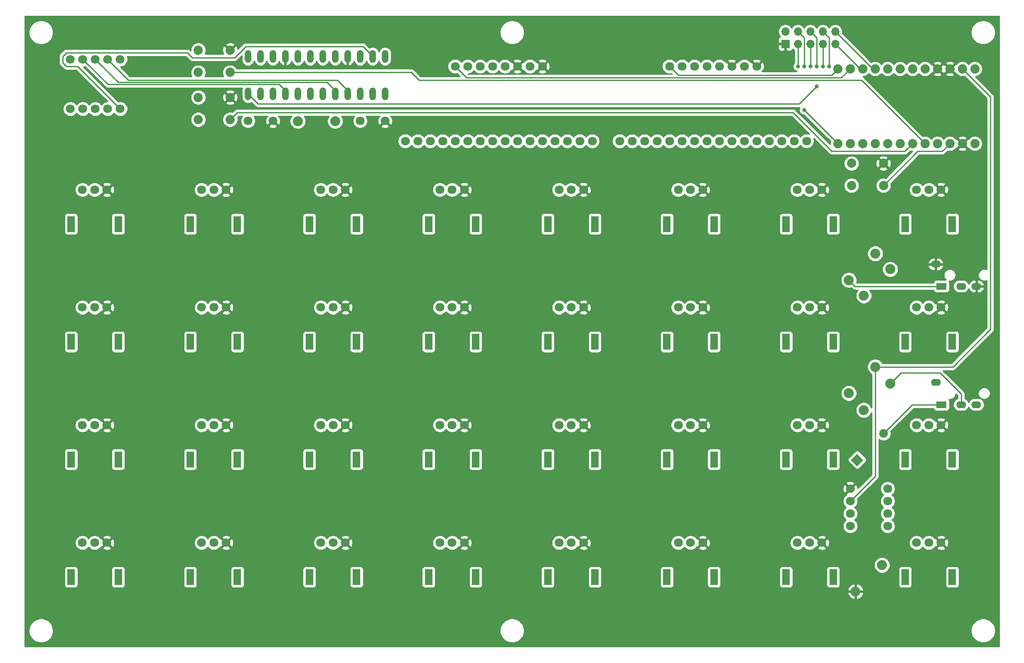
<source format=gbr>
G04 #@! TF.GenerationSoftware,KiCad,Pcbnew,(5.1.8-0-10_14)*
G04 #@! TF.CreationDate,2021-05-03T14:31:50+03:00*
G04 #@! TF.ProjectId,N32B,4e333242-2e6b-4696-9361-645f70636258,V2.1*
G04 #@! TF.SameCoordinates,Original*
G04 #@! TF.FileFunction,Copper,L2,Bot*
G04 #@! TF.FilePolarity,Positive*
%FSLAX46Y46*%
G04 Gerber Fmt 4.6, Leading zero omitted, Abs format (unit mm)*
G04 Created by KiCad (PCBNEW (5.1.8-0-10_14)) date 2021-05-03 14:31:50*
%MOMM*%
%LPD*%
G01*
G04 APERTURE LIST*
G04 #@! TA.AperFunction,ComponentPad*
%ADD10C,1.800000*%
G04 #@! TD*
G04 #@! TA.AperFunction,ComponentPad*
%ADD11R,1.700000X1.700000*%
G04 #@! TD*
G04 #@! TA.AperFunction,ComponentPad*
%ADD12O,1.700000X1.700000*%
G04 #@! TD*
G04 #@! TA.AperFunction,ComponentPad*
%ADD13C,0.100000*%
G04 #@! TD*
G04 #@! TA.AperFunction,ComponentPad*
%ADD14R,1.500000X3.200000*%
G04 #@! TD*
G04 #@! TA.AperFunction,ComponentPad*
%ADD15C,2.032000*%
G04 #@! TD*
G04 #@! TA.AperFunction,ComponentPad*
%ADD16O,2.000000X1.400000*%
G04 #@! TD*
G04 #@! TA.AperFunction,ComponentPad*
%ADD17R,2.000000X1.400000*%
G04 #@! TD*
G04 #@! TA.AperFunction,ComponentPad*
%ADD18O,1.320800X2.641600*%
G04 #@! TD*
G04 #@! TA.AperFunction,ComponentPad*
%ADD19C,1.879600*%
G04 #@! TD*
G04 #@! TA.AperFunction,ViaPad*
%ADD20C,0.800000*%
G04 #@! TD*
G04 #@! TA.AperFunction,Conductor*
%ADD21C,0.250000*%
G04 #@! TD*
G04 #@! TA.AperFunction,Conductor*
%ADD22C,0.254000*%
G04 #@! TD*
G04 #@! TA.AperFunction,Conductor*
%ADD23C,0.100000*%
G04 #@! TD*
G04 APERTURE END LIST*
D10*
X150368000Y-48514000D03*
X152908000Y-48514000D03*
X155448000Y-48514000D03*
X157988000Y-48514000D03*
X160528000Y-48514000D03*
X163068000Y-48514000D03*
X165608000Y-48514000D03*
X168148000Y-48514000D03*
X170688000Y-48514000D03*
X173228000Y-48514000D03*
X175768000Y-48514000D03*
X178308000Y-48514000D03*
X180848000Y-48514000D03*
X183388000Y-48514000D03*
X185928000Y-48514000D03*
X188468000Y-48514000D03*
X160528000Y-33274000D03*
X163068000Y-33274000D03*
X165608000Y-33274000D03*
X168148000Y-33274000D03*
X170688000Y-33274000D03*
X173228000Y-33274000D03*
X175768000Y-33274000D03*
X178308000Y-33274000D03*
X106680000Y-48514000D03*
X109220000Y-48514000D03*
X111760000Y-48514000D03*
X114300000Y-48514000D03*
X116840000Y-48514000D03*
X119380000Y-48514000D03*
X121920000Y-48514000D03*
X124460000Y-48514000D03*
X127000000Y-48514000D03*
X129540000Y-48514000D03*
X132080000Y-48514000D03*
X134620000Y-48514000D03*
X137160000Y-48514000D03*
X139700000Y-48514000D03*
X142240000Y-48514000D03*
X144780000Y-48514000D03*
X116840000Y-33274000D03*
X119380000Y-33274000D03*
X121920000Y-33274000D03*
X124460000Y-33274000D03*
X127000000Y-33274000D03*
X129540000Y-33274000D03*
X132080000Y-33274000D03*
X134620000Y-33274000D03*
D11*
X184150000Y-28702000D03*
D12*
X184150000Y-26162000D03*
X186690000Y-28702000D03*
X186690000Y-26162000D03*
X189230000Y-28702000D03*
X189230000Y-26162000D03*
X191770000Y-28702000D03*
X191770000Y-26162000D03*
X194310000Y-28702000D03*
X194310000Y-26162000D03*
D10*
X74628000Y-44386000D03*
X79708000Y-44386000D03*
X97488000Y-44386000D03*
X102568000Y-44386000D03*
X38428000Y-31832000D03*
X38428000Y-41952000D03*
X40968000Y-31832000D03*
X40968000Y-41952000D03*
X43508000Y-31832000D03*
X43508000Y-41952000D03*
X46048000Y-31832000D03*
X46048000Y-41952000D03*
X48588000Y-31832000D03*
X48588000Y-41952000D03*
G04 #@! TA.AperFunction,ComponentPad*
G36*
G01*
X203524758Y-108775242D02*
X203524758Y-108775242D01*
G75*
G02*
X203524758Y-107502450I636396J636396D01*
G01*
X203524758Y-107502450D01*
G75*
G02*
X204797550Y-107502450I636396J-636396D01*
G01*
X204797550Y-107502450D01*
G75*
G02*
X204797550Y-108775242I-636396J-636396D01*
G01*
X204797550Y-108775242D01*
G75*
G02*
X203524758Y-108775242I-636396J636396D01*
G01*
G37*
G04 #@! TD.AperFunction*
G04 #@! TA.AperFunction,ComponentPad*
D13*
G36*
X198773000Y-114799792D02*
G01*
X197500208Y-113527000D01*
X198773000Y-112254208D01*
X200045792Y-113527000D01*
X198773000Y-114799792D01*
G37*
G04 #@! TD.AperFunction*
D10*
X215882001Y-130440000D03*
X213382001Y-130440000D03*
X210882001Y-130440000D03*
D14*
X208582001Y-137440000D03*
X218182001Y-137440000D03*
D10*
X191596001Y-130440000D03*
X189096001Y-130440000D03*
X186596001Y-130440000D03*
D14*
X184296001Y-137440000D03*
X193896001Y-137440000D03*
D10*
X167310001Y-130440000D03*
X164810001Y-130440000D03*
X162310001Y-130440000D03*
D14*
X160010001Y-137440000D03*
X169610001Y-137440000D03*
D10*
X143024001Y-130440000D03*
X140524001Y-130440000D03*
X138024001Y-130440000D03*
D14*
X135724001Y-137440000D03*
X145324001Y-137440000D03*
D10*
X118738002Y-130440000D03*
X116238002Y-130440000D03*
X113738002Y-130440000D03*
D14*
X111438002Y-137440000D03*
X121038002Y-137440000D03*
D10*
X94452001Y-130440000D03*
X91952001Y-130440000D03*
X89452001Y-130440000D03*
D14*
X87152001Y-137440000D03*
X96752001Y-137440000D03*
D10*
X70166001Y-130440000D03*
X67666001Y-130440000D03*
X65166001Y-130440000D03*
D14*
X62866001Y-137440000D03*
X72466001Y-137440000D03*
D10*
X215882001Y-106439999D03*
X213382001Y-106439999D03*
X210882001Y-106439999D03*
D14*
X208582001Y-113439999D03*
X218182001Y-113439999D03*
D10*
X191596001Y-106439999D03*
X189096001Y-106439999D03*
X186596001Y-106439999D03*
D14*
X184296001Y-113439999D03*
X193896001Y-113439999D03*
D10*
X167310001Y-106439999D03*
X164810001Y-106439999D03*
X162310001Y-106439999D03*
D14*
X160010001Y-113439999D03*
X169610001Y-113439999D03*
D10*
X143024001Y-106439999D03*
X140524001Y-106439999D03*
X138024001Y-106439999D03*
D14*
X135724001Y-113439999D03*
X145324001Y-113439999D03*
D10*
X118738002Y-106439999D03*
X116238002Y-106439999D03*
X113738002Y-106439999D03*
D14*
X111438002Y-113439999D03*
X121038002Y-113439999D03*
D10*
X94452001Y-106439999D03*
X91952001Y-106439999D03*
X89452001Y-106439999D03*
D14*
X87152001Y-113439999D03*
X96752001Y-113439999D03*
D10*
X70166001Y-106439999D03*
X67666001Y-106439999D03*
X65166001Y-106439999D03*
D14*
X62866001Y-113439999D03*
X72466001Y-113439999D03*
D10*
X45880001Y-106439999D03*
X43380001Y-106439999D03*
X40880001Y-106439999D03*
D14*
X38580001Y-113439999D03*
X48180001Y-113439999D03*
D10*
X215882001Y-82439999D03*
X213382001Y-82439999D03*
X210882001Y-82439999D03*
D14*
X208582001Y-89439999D03*
X218182001Y-89439999D03*
D10*
X191596001Y-82439999D03*
X189096001Y-82439999D03*
X186596001Y-82439999D03*
D14*
X184296001Y-89439999D03*
X193896001Y-89439999D03*
D10*
X167310001Y-82439999D03*
X164810001Y-82439999D03*
X162310001Y-82439999D03*
D14*
X160010001Y-89439999D03*
X169610001Y-89439999D03*
D10*
X143024001Y-82439999D03*
X140524001Y-82439999D03*
X138024001Y-82439999D03*
D14*
X135724001Y-89439999D03*
X145324001Y-89439999D03*
D10*
X118738002Y-82439999D03*
X116238002Y-82439999D03*
X113738002Y-82439999D03*
D14*
X111438002Y-89439999D03*
X121038002Y-89439999D03*
D10*
X94452001Y-82439999D03*
X91952001Y-82439999D03*
X89452001Y-82439999D03*
D14*
X87152001Y-89439999D03*
X96752001Y-89439999D03*
D10*
X70166001Y-82439999D03*
X67666001Y-82439999D03*
X65166001Y-82439999D03*
D14*
X62866001Y-89439999D03*
X72466001Y-89439999D03*
D10*
X45880001Y-82439999D03*
X43380001Y-82439999D03*
X40880001Y-82439999D03*
D14*
X38580001Y-89439999D03*
X48180001Y-89439999D03*
D10*
X215882001Y-58440000D03*
X213382001Y-58440000D03*
X210882001Y-58440000D03*
D14*
X208582001Y-65440000D03*
X218182001Y-65440000D03*
D10*
X191596001Y-58440000D03*
X189096001Y-58440000D03*
X186596001Y-58440000D03*
D14*
X184296001Y-65440000D03*
X193896001Y-65440000D03*
D10*
X167310001Y-58440000D03*
X164810001Y-58440000D03*
X162310001Y-58440000D03*
D14*
X160010001Y-65440000D03*
X169610001Y-65440000D03*
D10*
X143024001Y-58440000D03*
X140524001Y-58440000D03*
X138024001Y-58440000D03*
D14*
X135724001Y-65440000D03*
X145324001Y-65440000D03*
D10*
X118738002Y-58440000D03*
X116238002Y-58440000D03*
X113738002Y-58440000D03*
D14*
X111438002Y-65440000D03*
X121038002Y-65440000D03*
D10*
X70166001Y-58440000D03*
X67666001Y-58440000D03*
X65166001Y-58440000D03*
D14*
X62866001Y-65440000D03*
X72466001Y-65440000D03*
D10*
X94452001Y-58440000D03*
X91952001Y-58440000D03*
X89452001Y-58440000D03*
D14*
X87152001Y-65440000D03*
X96752001Y-65440000D03*
D10*
X45880001Y-130440000D03*
X43380001Y-130440000D03*
X40880001Y-130440000D03*
D14*
X38580001Y-137440000D03*
X48180001Y-137440000D03*
D10*
X45880001Y-58440000D03*
X43380001Y-58440000D03*
X40880001Y-58440000D03*
D14*
X38580001Y-65440000D03*
X48180001Y-65440000D03*
D10*
X204990700Y-119405400D03*
X197370700Y-119405400D03*
X204990700Y-121945400D03*
X197370700Y-121945400D03*
X204990700Y-124485400D03*
X197370700Y-124485400D03*
X204990700Y-127025400D03*
X197370700Y-127025400D03*
D15*
X202465077Y-71473923D03*
X197076923Y-76862077D03*
X200124923Y-80037077D03*
X205513077Y-74648923D03*
X84788000Y-44446000D03*
X92408000Y-44446000D03*
X200124923Y-103396077D03*
X205513077Y-98007923D03*
X198453923Y-140371077D03*
X203842077Y-134982923D03*
X202465077Y-94557923D03*
X197076923Y-99946077D03*
D16*
X223068000Y-78138000D03*
X219968000Y-78138000D03*
D17*
X215968000Y-78138000D03*
D16*
X214818000Y-73638000D03*
D18*
X102568000Y-38862000D03*
X100028000Y-38862000D03*
X97488000Y-38862000D03*
X94948000Y-38862000D03*
X92408000Y-38862000D03*
X89868000Y-38862000D03*
X87328000Y-38862000D03*
X84788000Y-38862000D03*
X82248000Y-38862000D03*
X79708000Y-38862000D03*
X77168000Y-38862000D03*
X74628000Y-38862000D03*
X74628000Y-31242000D03*
X77168000Y-31242000D03*
X79708000Y-31242000D03*
X82248000Y-31242000D03*
X84788000Y-31242000D03*
X87328000Y-31242000D03*
X89868000Y-31242000D03*
X92408000Y-31242000D03*
X94948000Y-31242000D03*
X97488000Y-31242000D03*
X100028000Y-31242000D03*
X102568000Y-31242000D03*
D19*
X64482980Y-39613840D03*
X70985380Y-39613840D03*
X64482980Y-44135040D03*
X70985380Y-44135040D03*
X64480440Y-29989780D03*
X70982840Y-29989780D03*
X64480440Y-34510980D03*
X70982840Y-34510980D03*
X222758000Y-33782000D03*
X220218000Y-33782000D03*
X217678000Y-33782000D03*
X215138000Y-33782000D03*
X212598000Y-33782000D03*
X210058000Y-33782000D03*
X207518000Y-33782000D03*
X204978000Y-33782000D03*
X202438000Y-33782000D03*
X199898000Y-33782000D03*
X197358000Y-33782000D03*
X194818000Y-33782000D03*
X194818000Y-49022000D03*
X197358000Y-49022000D03*
X199898000Y-49022000D03*
X202438000Y-49022000D03*
X204978000Y-49022000D03*
X207518000Y-49022000D03*
X210058000Y-49022000D03*
X212598000Y-49022000D03*
X215138000Y-49022000D03*
X217678000Y-49022000D03*
X220218000Y-49022000D03*
X222758000Y-49022000D03*
D16*
X214818000Y-97768000D03*
D17*
X215968000Y-102268000D03*
D16*
X219968000Y-102268000D03*
X223068000Y-102268000D03*
D19*
X204139800Y-57581800D03*
X197637400Y-57581800D03*
X204139800Y-53060600D03*
X197637400Y-53060600D03*
D20*
X187960000Y-33273996D03*
X187960000Y-42164000D03*
X190500000Y-33274000D03*
X190499997Y-37338003D03*
X193040000Y-33273994D03*
X189230000Y-33274000D03*
X186690000Y-33274000D03*
X191770000Y-33274004D03*
D21*
X209118201Y-49961799D02*
X210058000Y-49022000D01*
X70985380Y-44135040D02*
X72448420Y-42672000D01*
X208495900Y-50584100D02*
X209118201Y-49961799D01*
X185674000Y-42672000D02*
X193586100Y-50584100D01*
X72448420Y-42672000D02*
X185674000Y-42672000D01*
X193586100Y-50584100D02*
X208495900Y-50584100D01*
X72311917Y-34510980D02*
X70982840Y-34510980D01*
X109474000Y-36068000D02*
X107916980Y-34510980D01*
X107916980Y-34510980D02*
X72311917Y-34510980D01*
X212598000Y-49022000D02*
X199644000Y-36068000D01*
X199644000Y-36068000D02*
X109474000Y-36068000D01*
X195522011Y-35617989D02*
X119183989Y-35617989D01*
X119183989Y-35617989D02*
X116840000Y-33274000D01*
X197358000Y-33782000D02*
X195522011Y-35617989D01*
X162306000Y-35052000D02*
X193548000Y-35052000D01*
X193548000Y-35052000D02*
X194818000Y-33782000D01*
X160528000Y-33274000D02*
X162306000Y-35052000D01*
X41729999Y-32593999D02*
X40968000Y-31832000D01*
X81014422Y-36968022D02*
X46104022Y-36968022D01*
X46104022Y-36968022D02*
X41729999Y-32593999D01*
X82248000Y-38201600D02*
X81014422Y-36968022D01*
X82248000Y-38862000D02*
X82248000Y-38201600D01*
X48194011Y-36518011D02*
X44269999Y-32593999D01*
X90724411Y-36518011D02*
X48194011Y-36518011D01*
X92408000Y-38201600D02*
X90724411Y-36518011D01*
X44269999Y-32593999D02*
X43508000Y-31832000D01*
X92408000Y-38862000D02*
X92408000Y-38201600D01*
X92814400Y-36068000D02*
X94948000Y-38201600D01*
X94948000Y-38201600D02*
X94948000Y-38862000D01*
X50284000Y-36068000D02*
X92814400Y-36068000D01*
X46048000Y-31832000D02*
X50284000Y-36068000D01*
X74168000Y-29210000D02*
X98044000Y-29210000D01*
X100028000Y-31194000D02*
X100028000Y-31242000D01*
X71882000Y-31496000D02*
X74168000Y-29210000D01*
X62230000Y-30480000D02*
X63246000Y-31496000D01*
X98044000Y-29210000D02*
X100028000Y-31194000D01*
X36830000Y-31242000D02*
X37592000Y-30480000D01*
X37592000Y-30480000D02*
X62230000Y-30480000D01*
X39910000Y-33274000D02*
X37592000Y-33274000D01*
X37592000Y-33274000D02*
X36830000Y-32512000D01*
X36830000Y-32512000D02*
X36830000Y-31242000D01*
X63246000Y-31496000D02*
X71882000Y-31496000D01*
X48588000Y-41952000D02*
X39910000Y-33274000D01*
X186690000Y-26162000D02*
X187960000Y-27432000D01*
X187960000Y-27432000D02*
X187960000Y-33273996D01*
X194818000Y-49022000D02*
X187960000Y-42164000D01*
X189230000Y-26162000D02*
X190500000Y-27432000D01*
X190500000Y-27432000D02*
X190500000Y-33274000D01*
X186944000Y-40894000D02*
X190499997Y-37338003D01*
X74628000Y-38862000D02*
X76660000Y-40894000D01*
X76660000Y-40894000D02*
X186944000Y-40894000D01*
X198352846Y-78138000D02*
X197076923Y-76862077D01*
X215968000Y-78138000D02*
X198352846Y-78138000D01*
X218292077Y-94557923D02*
X202465077Y-94557923D01*
X225948000Y-39512000D02*
X225948000Y-86902000D01*
X225948000Y-86902000D02*
X218292077Y-94557923D01*
X220218000Y-33782000D02*
X225948000Y-39512000D01*
X202465077Y-116851023D02*
X202465077Y-94557923D01*
X197370700Y-121945400D02*
X202465077Y-116851023D01*
X211150200Y-50571400D02*
X204139800Y-57581800D01*
X216128600Y-50571400D02*
X211150200Y-50571400D01*
X217678000Y-49022000D02*
X216128600Y-50571400D01*
X210032000Y-102268000D02*
X215968000Y-102268000D01*
X204161154Y-108138846D02*
X210032000Y-102268000D01*
X219968000Y-100080000D02*
X219968000Y-102268000D01*
X215646000Y-95758000D02*
X219968000Y-100080000D01*
X207763000Y-95758000D02*
X215646000Y-95758000D01*
X205513077Y-98007923D02*
X207763000Y-95758000D01*
X191770000Y-26162000D02*
X193040000Y-27432000D01*
X193040000Y-27432000D02*
X193040000Y-33273994D01*
X189230000Y-28702000D02*
X189230000Y-33274000D01*
X186690000Y-28702000D02*
X186690000Y-33274000D01*
X191770000Y-28702000D02*
X191770000Y-33274004D01*
X199390000Y-33782000D02*
X199898000Y-33782000D01*
X194310000Y-28702000D02*
X199390000Y-33782000D01*
X202438000Y-33653590D02*
X202373795Y-33717795D01*
X201930000Y-33782000D02*
X202438000Y-33782000D01*
X194310000Y-26162000D02*
X201930000Y-33782000D01*
D22*
X227712639Y-151617002D02*
X29183000Y-151617000D01*
X29183000Y-148106773D01*
X29955062Y-148106773D01*
X29955062Y-148597839D01*
X30050864Y-149079469D01*
X30238787Y-149533155D01*
X30511609Y-149941461D01*
X30858845Y-150288697D01*
X31267151Y-150561519D01*
X31720837Y-150749442D01*
X32202467Y-150845244D01*
X32693533Y-150845244D01*
X33175163Y-150749442D01*
X33628849Y-150561519D01*
X34037155Y-150288697D01*
X34384391Y-149941461D01*
X34657213Y-149533155D01*
X34845136Y-149079469D01*
X34940938Y-148597839D01*
X34940938Y-148106773D01*
X125955062Y-148106773D01*
X125955062Y-148597839D01*
X126050864Y-149079469D01*
X126238787Y-149533155D01*
X126511609Y-149941461D01*
X126858845Y-150288697D01*
X127267151Y-150561519D01*
X127720837Y-150749442D01*
X128202467Y-150845244D01*
X128693533Y-150845244D01*
X129175163Y-150749442D01*
X129628849Y-150561519D01*
X130037155Y-150288697D01*
X130384391Y-149941461D01*
X130657213Y-149533155D01*
X130845136Y-149079469D01*
X130940938Y-148597839D01*
X130940938Y-148106773D01*
X221955062Y-148106773D01*
X221955062Y-148597839D01*
X222050864Y-149079469D01*
X222238787Y-149533155D01*
X222511609Y-149941461D01*
X222858845Y-150288697D01*
X223267151Y-150561519D01*
X223720837Y-150749442D01*
X224202467Y-150845244D01*
X224693533Y-150845244D01*
X225175163Y-150749442D01*
X225628849Y-150561519D01*
X226037155Y-150288697D01*
X226384391Y-149941461D01*
X226657213Y-149533155D01*
X226845136Y-149079469D01*
X226940938Y-148597839D01*
X226940938Y-148106773D01*
X226845136Y-147625143D01*
X226657213Y-147171457D01*
X226384391Y-146763151D01*
X226037155Y-146415915D01*
X225628849Y-146143093D01*
X225175163Y-145955170D01*
X224693533Y-145859368D01*
X224202467Y-145859368D01*
X223720837Y-145955170D01*
X223267151Y-146143093D01*
X222858845Y-146415915D01*
X222511609Y-146763151D01*
X222238787Y-147171457D01*
X222050864Y-147625143D01*
X221955062Y-148106773D01*
X130940938Y-148106773D01*
X130845136Y-147625143D01*
X130657213Y-147171457D01*
X130384391Y-146763151D01*
X130037155Y-146415915D01*
X129628849Y-146143093D01*
X129175163Y-145955170D01*
X128693533Y-145859368D01*
X128202467Y-145859368D01*
X127720837Y-145955170D01*
X127267151Y-146143093D01*
X126858845Y-146415915D01*
X126511609Y-146763151D01*
X126238787Y-147171457D01*
X126050864Y-147625143D01*
X125955062Y-148106773D01*
X34940938Y-148106773D01*
X34845136Y-147625143D01*
X34657213Y-147171457D01*
X34384391Y-146763151D01*
X34037155Y-146415915D01*
X33628849Y-146143093D01*
X33175163Y-145955170D01*
X32693533Y-145859368D01*
X32202467Y-145859368D01*
X31720837Y-145955170D01*
X31267151Y-146143093D01*
X30858845Y-146415915D01*
X30511609Y-146763151D01*
X30238787Y-147171457D01*
X30050864Y-147625143D01*
X29955062Y-148106773D01*
X29183000Y-148106773D01*
X29183000Y-140755275D01*
X196840035Y-140755275D01*
X196945999Y-141062747D01*
X197109911Y-141343638D01*
X197325473Y-141587154D01*
X197584401Y-141783937D01*
X197876744Y-141926425D01*
X198069725Y-141984965D01*
X198326923Y-141865930D01*
X198326923Y-140498077D01*
X198580923Y-140498077D01*
X198580923Y-141865930D01*
X198838121Y-141984965D01*
X199145593Y-141879001D01*
X199426484Y-141715089D01*
X199670000Y-141499527D01*
X199866783Y-141240599D01*
X200009271Y-140948256D01*
X200067811Y-140755275D01*
X199948776Y-140498077D01*
X198580923Y-140498077D01*
X198326923Y-140498077D01*
X196959070Y-140498077D01*
X196840035Y-140755275D01*
X29183000Y-140755275D01*
X29183000Y-139986879D01*
X196840035Y-139986879D01*
X196959070Y-140244077D01*
X198326923Y-140244077D01*
X198326923Y-138876224D01*
X198580923Y-138876224D01*
X198580923Y-140244077D01*
X199948776Y-140244077D01*
X200067811Y-139986879D01*
X199961847Y-139679407D01*
X199797935Y-139398516D01*
X199582373Y-139155000D01*
X199323445Y-138958217D01*
X199031102Y-138815729D01*
X198838121Y-138757189D01*
X198580923Y-138876224D01*
X198326923Y-138876224D01*
X198069725Y-138757189D01*
X197762253Y-138863153D01*
X197481362Y-139027065D01*
X197237846Y-139242627D01*
X197041063Y-139501555D01*
X196898575Y-139793898D01*
X196840035Y-139986879D01*
X29183000Y-139986879D01*
X29183000Y-135840000D01*
X37191929Y-135840000D01*
X37191929Y-139040000D01*
X37204189Y-139164482D01*
X37240499Y-139284180D01*
X37299464Y-139394494D01*
X37378816Y-139491185D01*
X37475507Y-139570537D01*
X37585821Y-139629502D01*
X37705519Y-139665812D01*
X37830001Y-139678072D01*
X39330001Y-139678072D01*
X39454483Y-139665812D01*
X39574181Y-139629502D01*
X39684495Y-139570537D01*
X39781186Y-139491185D01*
X39860538Y-139394494D01*
X39919503Y-139284180D01*
X39955813Y-139164482D01*
X39968073Y-139040000D01*
X39968073Y-135840000D01*
X46791929Y-135840000D01*
X46791929Y-139040000D01*
X46804189Y-139164482D01*
X46840499Y-139284180D01*
X46899464Y-139394494D01*
X46978816Y-139491185D01*
X47075507Y-139570537D01*
X47185821Y-139629502D01*
X47305519Y-139665812D01*
X47430001Y-139678072D01*
X48930001Y-139678072D01*
X49054483Y-139665812D01*
X49174181Y-139629502D01*
X49284495Y-139570537D01*
X49381186Y-139491185D01*
X49460538Y-139394494D01*
X49519503Y-139284180D01*
X49555813Y-139164482D01*
X49568073Y-139040000D01*
X49568073Y-135840000D01*
X61477929Y-135840000D01*
X61477929Y-139040000D01*
X61490189Y-139164482D01*
X61526499Y-139284180D01*
X61585464Y-139394494D01*
X61664816Y-139491185D01*
X61761507Y-139570537D01*
X61871821Y-139629502D01*
X61991519Y-139665812D01*
X62116001Y-139678072D01*
X63616001Y-139678072D01*
X63740483Y-139665812D01*
X63860181Y-139629502D01*
X63970495Y-139570537D01*
X64067186Y-139491185D01*
X64146538Y-139394494D01*
X64205503Y-139284180D01*
X64241813Y-139164482D01*
X64254073Y-139040000D01*
X64254073Y-135840000D01*
X71077929Y-135840000D01*
X71077929Y-139040000D01*
X71090189Y-139164482D01*
X71126499Y-139284180D01*
X71185464Y-139394494D01*
X71264816Y-139491185D01*
X71361507Y-139570537D01*
X71471821Y-139629502D01*
X71591519Y-139665812D01*
X71716001Y-139678072D01*
X73216001Y-139678072D01*
X73340483Y-139665812D01*
X73460181Y-139629502D01*
X73570495Y-139570537D01*
X73667186Y-139491185D01*
X73746538Y-139394494D01*
X73805503Y-139284180D01*
X73841813Y-139164482D01*
X73854073Y-139040000D01*
X73854073Y-135840000D01*
X85763929Y-135840000D01*
X85763929Y-139040000D01*
X85776189Y-139164482D01*
X85812499Y-139284180D01*
X85871464Y-139394494D01*
X85950816Y-139491185D01*
X86047507Y-139570537D01*
X86157821Y-139629502D01*
X86277519Y-139665812D01*
X86402001Y-139678072D01*
X87902001Y-139678072D01*
X88026483Y-139665812D01*
X88146181Y-139629502D01*
X88256495Y-139570537D01*
X88353186Y-139491185D01*
X88432538Y-139394494D01*
X88491503Y-139284180D01*
X88527813Y-139164482D01*
X88540073Y-139040000D01*
X88540073Y-135840000D01*
X95363929Y-135840000D01*
X95363929Y-139040000D01*
X95376189Y-139164482D01*
X95412499Y-139284180D01*
X95471464Y-139394494D01*
X95550816Y-139491185D01*
X95647507Y-139570537D01*
X95757821Y-139629502D01*
X95877519Y-139665812D01*
X96002001Y-139678072D01*
X97502001Y-139678072D01*
X97626483Y-139665812D01*
X97746181Y-139629502D01*
X97856495Y-139570537D01*
X97953186Y-139491185D01*
X98032538Y-139394494D01*
X98091503Y-139284180D01*
X98127813Y-139164482D01*
X98140073Y-139040000D01*
X98140073Y-135840000D01*
X110049930Y-135840000D01*
X110049930Y-139040000D01*
X110062190Y-139164482D01*
X110098500Y-139284180D01*
X110157465Y-139394494D01*
X110236817Y-139491185D01*
X110333508Y-139570537D01*
X110443822Y-139629502D01*
X110563520Y-139665812D01*
X110688002Y-139678072D01*
X112188002Y-139678072D01*
X112312484Y-139665812D01*
X112432182Y-139629502D01*
X112542496Y-139570537D01*
X112639187Y-139491185D01*
X112718539Y-139394494D01*
X112777504Y-139284180D01*
X112813814Y-139164482D01*
X112826074Y-139040000D01*
X112826074Y-135840000D01*
X119649930Y-135840000D01*
X119649930Y-139040000D01*
X119662190Y-139164482D01*
X119698500Y-139284180D01*
X119757465Y-139394494D01*
X119836817Y-139491185D01*
X119933508Y-139570537D01*
X120043822Y-139629502D01*
X120163520Y-139665812D01*
X120288002Y-139678072D01*
X121788002Y-139678072D01*
X121912484Y-139665812D01*
X122032182Y-139629502D01*
X122142496Y-139570537D01*
X122239187Y-139491185D01*
X122318539Y-139394494D01*
X122377504Y-139284180D01*
X122413814Y-139164482D01*
X122426074Y-139040000D01*
X122426074Y-135840000D01*
X134335929Y-135840000D01*
X134335929Y-139040000D01*
X134348189Y-139164482D01*
X134384499Y-139284180D01*
X134443464Y-139394494D01*
X134522816Y-139491185D01*
X134619507Y-139570537D01*
X134729821Y-139629502D01*
X134849519Y-139665812D01*
X134974001Y-139678072D01*
X136474001Y-139678072D01*
X136598483Y-139665812D01*
X136718181Y-139629502D01*
X136828495Y-139570537D01*
X136925186Y-139491185D01*
X137004538Y-139394494D01*
X137063503Y-139284180D01*
X137099813Y-139164482D01*
X137112073Y-139040000D01*
X137112073Y-135840000D01*
X143935929Y-135840000D01*
X143935929Y-139040000D01*
X143948189Y-139164482D01*
X143984499Y-139284180D01*
X144043464Y-139394494D01*
X144122816Y-139491185D01*
X144219507Y-139570537D01*
X144329821Y-139629502D01*
X144449519Y-139665812D01*
X144574001Y-139678072D01*
X146074001Y-139678072D01*
X146198483Y-139665812D01*
X146318181Y-139629502D01*
X146428495Y-139570537D01*
X146525186Y-139491185D01*
X146604538Y-139394494D01*
X146663503Y-139284180D01*
X146699813Y-139164482D01*
X146712073Y-139040000D01*
X146712073Y-135840000D01*
X158621929Y-135840000D01*
X158621929Y-139040000D01*
X158634189Y-139164482D01*
X158670499Y-139284180D01*
X158729464Y-139394494D01*
X158808816Y-139491185D01*
X158905507Y-139570537D01*
X159015821Y-139629502D01*
X159135519Y-139665812D01*
X159260001Y-139678072D01*
X160760001Y-139678072D01*
X160884483Y-139665812D01*
X161004181Y-139629502D01*
X161114495Y-139570537D01*
X161211186Y-139491185D01*
X161290538Y-139394494D01*
X161349503Y-139284180D01*
X161385813Y-139164482D01*
X161398073Y-139040000D01*
X161398073Y-135840000D01*
X168221929Y-135840000D01*
X168221929Y-139040000D01*
X168234189Y-139164482D01*
X168270499Y-139284180D01*
X168329464Y-139394494D01*
X168408816Y-139491185D01*
X168505507Y-139570537D01*
X168615821Y-139629502D01*
X168735519Y-139665812D01*
X168860001Y-139678072D01*
X170360001Y-139678072D01*
X170484483Y-139665812D01*
X170604181Y-139629502D01*
X170714495Y-139570537D01*
X170811186Y-139491185D01*
X170890538Y-139394494D01*
X170949503Y-139284180D01*
X170985813Y-139164482D01*
X170998073Y-139040000D01*
X170998073Y-135840000D01*
X182907929Y-135840000D01*
X182907929Y-139040000D01*
X182920189Y-139164482D01*
X182956499Y-139284180D01*
X183015464Y-139394494D01*
X183094816Y-139491185D01*
X183191507Y-139570537D01*
X183301821Y-139629502D01*
X183421519Y-139665812D01*
X183546001Y-139678072D01*
X185046001Y-139678072D01*
X185170483Y-139665812D01*
X185290181Y-139629502D01*
X185400495Y-139570537D01*
X185497186Y-139491185D01*
X185576538Y-139394494D01*
X185635503Y-139284180D01*
X185671813Y-139164482D01*
X185684073Y-139040000D01*
X185684073Y-135840000D01*
X192507929Y-135840000D01*
X192507929Y-139040000D01*
X192520189Y-139164482D01*
X192556499Y-139284180D01*
X192615464Y-139394494D01*
X192694816Y-139491185D01*
X192791507Y-139570537D01*
X192901821Y-139629502D01*
X193021519Y-139665812D01*
X193146001Y-139678072D01*
X194646001Y-139678072D01*
X194770483Y-139665812D01*
X194890181Y-139629502D01*
X195000495Y-139570537D01*
X195097186Y-139491185D01*
X195176538Y-139394494D01*
X195235503Y-139284180D01*
X195271813Y-139164482D01*
X195284073Y-139040000D01*
X195284073Y-135840000D01*
X195271813Y-135715518D01*
X195235503Y-135595820D01*
X195176538Y-135485506D01*
X195097186Y-135388815D01*
X195000495Y-135309463D01*
X194890181Y-135250498D01*
X194770483Y-135214188D01*
X194646001Y-135201928D01*
X193146001Y-135201928D01*
X193021519Y-135214188D01*
X192901821Y-135250498D01*
X192791507Y-135309463D01*
X192694816Y-135388815D01*
X192615464Y-135485506D01*
X192556499Y-135595820D01*
X192520189Y-135715518D01*
X192507929Y-135840000D01*
X185684073Y-135840000D01*
X185671813Y-135715518D01*
X185635503Y-135595820D01*
X185576538Y-135485506D01*
X185497186Y-135388815D01*
X185400495Y-135309463D01*
X185290181Y-135250498D01*
X185170483Y-135214188D01*
X185046001Y-135201928D01*
X183546001Y-135201928D01*
X183421519Y-135214188D01*
X183301821Y-135250498D01*
X183191507Y-135309463D01*
X183094816Y-135388815D01*
X183015464Y-135485506D01*
X182956499Y-135595820D01*
X182920189Y-135715518D01*
X182907929Y-135840000D01*
X170998073Y-135840000D01*
X170985813Y-135715518D01*
X170949503Y-135595820D01*
X170890538Y-135485506D01*
X170811186Y-135388815D01*
X170714495Y-135309463D01*
X170604181Y-135250498D01*
X170484483Y-135214188D01*
X170360001Y-135201928D01*
X168860001Y-135201928D01*
X168735519Y-135214188D01*
X168615821Y-135250498D01*
X168505507Y-135309463D01*
X168408816Y-135388815D01*
X168329464Y-135485506D01*
X168270499Y-135595820D01*
X168234189Y-135715518D01*
X168221929Y-135840000D01*
X161398073Y-135840000D01*
X161385813Y-135715518D01*
X161349503Y-135595820D01*
X161290538Y-135485506D01*
X161211186Y-135388815D01*
X161114495Y-135309463D01*
X161004181Y-135250498D01*
X160884483Y-135214188D01*
X160760001Y-135201928D01*
X159260001Y-135201928D01*
X159135519Y-135214188D01*
X159015821Y-135250498D01*
X158905507Y-135309463D01*
X158808816Y-135388815D01*
X158729464Y-135485506D01*
X158670499Y-135595820D01*
X158634189Y-135715518D01*
X158621929Y-135840000D01*
X146712073Y-135840000D01*
X146699813Y-135715518D01*
X146663503Y-135595820D01*
X146604538Y-135485506D01*
X146525186Y-135388815D01*
X146428495Y-135309463D01*
X146318181Y-135250498D01*
X146198483Y-135214188D01*
X146074001Y-135201928D01*
X144574001Y-135201928D01*
X144449519Y-135214188D01*
X144329821Y-135250498D01*
X144219507Y-135309463D01*
X144122816Y-135388815D01*
X144043464Y-135485506D01*
X143984499Y-135595820D01*
X143948189Y-135715518D01*
X143935929Y-135840000D01*
X137112073Y-135840000D01*
X137099813Y-135715518D01*
X137063503Y-135595820D01*
X137004538Y-135485506D01*
X136925186Y-135388815D01*
X136828495Y-135309463D01*
X136718181Y-135250498D01*
X136598483Y-135214188D01*
X136474001Y-135201928D01*
X134974001Y-135201928D01*
X134849519Y-135214188D01*
X134729821Y-135250498D01*
X134619507Y-135309463D01*
X134522816Y-135388815D01*
X134443464Y-135485506D01*
X134384499Y-135595820D01*
X134348189Y-135715518D01*
X134335929Y-135840000D01*
X122426074Y-135840000D01*
X122413814Y-135715518D01*
X122377504Y-135595820D01*
X122318539Y-135485506D01*
X122239187Y-135388815D01*
X122142496Y-135309463D01*
X122032182Y-135250498D01*
X121912484Y-135214188D01*
X121788002Y-135201928D01*
X120288002Y-135201928D01*
X120163520Y-135214188D01*
X120043822Y-135250498D01*
X119933508Y-135309463D01*
X119836817Y-135388815D01*
X119757465Y-135485506D01*
X119698500Y-135595820D01*
X119662190Y-135715518D01*
X119649930Y-135840000D01*
X112826074Y-135840000D01*
X112813814Y-135715518D01*
X112777504Y-135595820D01*
X112718539Y-135485506D01*
X112639187Y-135388815D01*
X112542496Y-135309463D01*
X112432182Y-135250498D01*
X112312484Y-135214188D01*
X112188002Y-135201928D01*
X110688002Y-135201928D01*
X110563520Y-135214188D01*
X110443822Y-135250498D01*
X110333508Y-135309463D01*
X110236817Y-135388815D01*
X110157465Y-135485506D01*
X110098500Y-135595820D01*
X110062190Y-135715518D01*
X110049930Y-135840000D01*
X98140073Y-135840000D01*
X98127813Y-135715518D01*
X98091503Y-135595820D01*
X98032538Y-135485506D01*
X97953186Y-135388815D01*
X97856495Y-135309463D01*
X97746181Y-135250498D01*
X97626483Y-135214188D01*
X97502001Y-135201928D01*
X96002001Y-135201928D01*
X95877519Y-135214188D01*
X95757821Y-135250498D01*
X95647507Y-135309463D01*
X95550816Y-135388815D01*
X95471464Y-135485506D01*
X95412499Y-135595820D01*
X95376189Y-135715518D01*
X95363929Y-135840000D01*
X88540073Y-135840000D01*
X88527813Y-135715518D01*
X88491503Y-135595820D01*
X88432538Y-135485506D01*
X88353186Y-135388815D01*
X88256495Y-135309463D01*
X88146181Y-135250498D01*
X88026483Y-135214188D01*
X87902001Y-135201928D01*
X86402001Y-135201928D01*
X86277519Y-135214188D01*
X86157821Y-135250498D01*
X86047507Y-135309463D01*
X85950816Y-135388815D01*
X85871464Y-135485506D01*
X85812499Y-135595820D01*
X85776189Y-135715518D01*
X85763929Y-135840000D01*
X73854073Y-135840000D01*
X73841813Y-135715518D01*
X73805503Y-135595820D01*
X73746538Y-135485506D01*
X73667186Y-135388815D01*
X73570495Y-135309463D01*
X73460181Y-135250498D01*
X73340483Y-135214188D01*
X73216001Y-135201928D01*
X71716001Y-135201928D01*
X71591519Y-135214188D01*
X71471821Y-135250498D01*
X71361507Y-135309463D01*
X71264816Y-135388815D01*
X71185464Y-135485506D01*
X71126499Y-135595820D01*
X71090189Y-135715518D01*
X71077929Y-135840000D01*
X64254073Y-135840000D01*
X64241813Y-135715518D01*
X64205503Y-135595820D01*
X64146538Y-135485506D01*
X64067186Y-135388815D01*
X63970495Y-135309463D01*
X63860181Y-135250498D01*
X63740483Y-135214188D01*
X63616001Y-135201928D01*
X62116001Y-135201928D01*
X61991519Y-135214188D01*
X61871821Y-135250498D01*
X61761507Y-135309463D01*
X61664816Y-135388815D01*
X61585464Y-135485506D01*
X61526499Y-135595820D01*
X61490189Y-135715518D01*
X61477929Y-135840000D01*
X49568073Y-135840000D01*
X49555813Y-135715518D01*
X49519503Y-135595820D01*
X49460538Y-135485506D01*
X49381186Y-135388815D01*
X49284495Y-135309463D01*
X49174181Y-135250498D01*
X49054483Y-135214188D01*
X48930001Y-135201928D01*
X47430001Y-135201928D01*
X47305519Y-135214188D01*
X47185821Y-135250498D01*
X47075507Y-135309463D01*
X46978816Y-135388815D01*
X46899464Y-135485506D01*
X46840499Y-135595820D01*
X46804189Y-135715518D01*
X46791929Y-135840000D01*
X39968073Y-135840000D01*
X39955813Y-135715518D01*
X39919503Y-135595820D01*
X39860538Y-135485506D01*
X39781186Y-135388815D01*
X39684495Y-135309463D01*
X39574181Y-135250498D01*
X39454483Y-135214188D01*
X39330001Y-135201928D01*
X37830001Y-135201928D01*
X37705519Y-135214188D01*
X37585821Y-135250498D01*
X37475507Y-135309463D01*
X37378816Y-135388815D01*
X37299464Y-135485506D01*
X37240499Y-135595820D01*
X37204189Y-135715518D01*
X37191929Y-135840000D01*
X29183000Y-135840000D01*
X29183000Y-134820314D01*
X202191077Y-134820314D01*
X202191077Y-135145532D01*
X202254524Y-135464502D01*
X202378980Y-135764965D01*
X202559662Y-136035374D01*
X202789626Y-136265338D01*
X203060035Y-136446020D01*
X203360498Y-136570476D01*
X203679468Y-136633923D01*
X204004686Y-136633923D01*
X204323656Y-136570476D01*
X204624119Y-136446020D01*
X204894528Y-136265338D01*
X205124492Y-136035374D01*
X205255037Y-135840000D01*
X207193929Y-135840000D01*
X207193929Y-139040000D01*
X207206189Y-139164482D01*
X207242499Y-139284180D01*
X207301464Y-139394494D01*
X207380816Y-139491185D01*
X207477507Y-139570537D01*
X207587821Y-139629502D01*
X207707519Y-139665812D01*
X207832001Y-139678072D01*
X209332001Y-139678072D01*
X209456483Y-139665812D01*
X209576181Y-139629502D01*
X209686495Y-139570537D01*
X209783186Y-139491185D01*
X209862538Y-139394494D01*
X209921503Y-139284180D01*
X209957813Y-139164482D01*
X209970073Y-139040000D01*
X209970073Y-135840000D01*
X216793929Y-135840000D01*
X216793929Y-139040000D01*
X216806189Y-139164482D01*
X216842499Y-139284180D01*
X216901464Y-139394494D01*
X216980816Y-139491185D01*
X217077507Y-139570537D01*
X217187821Y-139629502D01*
X217307519Y-139665812D01*
X217432001Y-139678072D01*
X218932001Y-139678072D01*
X219056483Y-139665812D01*
X219176181Y-139629502D01*
X219286495Y-139570537D01*
X219383186Y-139491185D01*
X219462538Y-139394494D01*
X219521503Y-139284180D01*
X219557813Y-139164482D01*
X219570073Y-139040000D01*
X219570073Y-135840000D01*
X219557813Y-135715518D01*
X219521503Y-135595820D01*
X219462538Y-135485506D01*
X219383186Y-135388815D01*
X219286495Y-135309463D01*
X219176181Y-135250498D01*
X219056483Y-135214188D01*
X218932001Y-135201928D01*
X217432001Y-135201928D01*
X217307519Y-135214188D01*
X217187821Y-135250498D01*
X217077507Y-135309463D01*
X216980816Y-135388815D01*
X216901464Y-135485506D01*
X216842499Y-135595820D01*
X216806189Y-135715518D01*
X216793929Y-135840000D01*
X209970073Y-135840000D01*
X209957813Y-135715518D01*
X209921503Y-135595820D01*
X209862538Y-135485506D01*
X209783186Y-135388815D01*
X209686495Y-135309463D01*
X209576181Y-135250498D01*
X209456483Y-135214188D01*
X209332001Y-135201928D01*
X207832001Y-135201928D01*
X207707519Y-135214188D01*
X207587821Y-135250498D01*
X207477507Y-135309463D01*
X207380816Y-135388815D01*
X207301464Y-135485506D01*
X207242499Y-135595820D01*
X207206189Y-135715518D01*
X207193929Y-135840000D01*
X205255037Y-135840000D01*
X205305174Y-135764965D01*
X205429630Y-135464502D01*
X205493077Y-135145532D01*
X205493077Y-134820314D01*
X205429630Y-134501344D01*
X205305174Y-134200881D01*
X205124492Y-133930472D01*
X204894528Y-133700508D01*
X204624119Y-133519826D01*
X204323656Y-133395370D01*
X204004686Y-133331923D01*
X203679468Y-133331923D01*
X203360498Y-133395370D01*
X203060035Y-133519826D01*
X202789626Y-133700508D01*
X202559662Y-133930472D01*
X202378980Y-134200881D01*
X202254524Y-134501344D01*
X202191077Y-134820314D01*
X29183000Y-134820314D01*
X29183000Y-130288816D01*
X39345001Y-130288816D01*
X39345001Y-130591184D01*
X39403990Y-130887743D01*
X39519702Y-131167095D01*
X39687689Y-131418505D01*
X39901496Y-131632312D01*
X40152906Y-131800299D01*
X40432258Y-131916011D01*
X40728817Y-131975000D01*
X41031185Y-131975000D01*
X41327744Y-131916011D01*
X41607096Y-131800299D01*
X41858506Y-131632312D01*
X42072313Y-131418505D01*
X42130001Y-131332169D01*
X42187689Y-131418505D01*
X42401496Y-131632312D01*
X42652906Y-131800299D01*
X42932258Y-131916011D01*
X43228817Y-131975000D01*
X43531185Y-131975000D01*
X43827744Y-131916011D01*
X44107096Y-131800299D01*
X44358506Y-131632312D01*
X44486738Y-131504080D01*
X44995526Y-131504080D01*
X45079209Y-131758261D01*
X45351776Y-131889158D01*
X45644643Y-131964365D01*
X45946554Y-131980991D01*
X46245908Y-131938397D01*
X46531200Y-131838222D01*
X46680793Y-131758261D01*
X46764476Y-131504080D01*
X45880001Y-130619605D01*
X44995526Y-131504080D01*
X44486738Y-131504080D01*
X44572313Y-131418505D01*
X44667739Y-131275690D01*
X44815921Y-131324475D01*
X45700396Y-130440000D01*
X46059606Y-130440000D01*
X46944081Y-131324475D01*
X47198262Y-131240792D01*
X47329159Y-130968225D01*
X47404366Y-130675358D01*
X47420992Y-130373447D01*
X47408951Y-130288816D01*
X63631001Y-130288816D01*
X63631001Y-130591184D01*
X63689990Y-130887743D01*
X63805702Y-131167095D01*
X63973689Y-131418505D01*
X64187496Y-131632312D01*
X64438906Y-131800299D01*
X64718258Y-131916011D01*
X65014817Y-131975000D01*
X65317185Y-131975000D01*
X65613744Y-131916011D01*
X65893096Y-131800299D01*
X66144506Y-131632312D01*
X66358313Y-131418505D01*
X66416001Y-131332169D01*
X66473689Y-131418505D01*
X66687496Y-131632312D01*
X66938906Y-131800299D01*
X67218258Y-131916011D01*
X67514817Y-131975000D01*
X67817185Y-131975000D01*
X68113744Y-131916011D01*
X68393096Y-131800299D01*
X68644506Y-131632312D01*
X68772738Y-131504080D01*
X69281526Y-131504080D01*
X69365209Y-131758261D01*
X69637776Y-131889158D01*
X69930643Y-131964365D01*
X70232554Y-131980991D01*
X70531908Y-131938397D01*
X70817200Y-131838222D01*
X70966793Y-131758261D01*
X71050476Y-131504080D01*
X70166001Y-130619605D01*
X69281526Y-131504080D01*
X68772738Y-131504080D01*
X68858313Y-131418505D01*
X68953739Y-131275690D01*
X69101921Y-131324475D01*
X69986396Y-130440000D01*
X70345606Y-130440000D01*
X71230081Y-131324475D01*
X71484262Y-131240792D01*
X71615159Y-130968225D01*
X71690366Y-130675358D01*
X71706992Y-130373447D01*
X71694951Y-130288816D01*
X87917001Y-130288816D01*
X87917001Y-130591184D01*
X87975990Y-130887743D01*
X88091702Y-131167095D01*
X88259689Y-131418505D01*
X88473496Y-131632312D01*
X88724906Y-131800299D01*
X89004258Y-131916011D01*
X89300817Y-131975000D01*
X89603185Y-131975000D01*
X89899744Y-131916011D01*
X90179096Y-131800299D01*
X90430506Y-131632312D01*
X90644313Y-131418505D01*
X90702001Y-131332169D01*
X90759689Y-131418505D01*
X90973496Y-131632312D01*
X91224906Y-131800299D01*
X91504258Y-131916011D01*
X91800817Y-131975000D01*
X92103185Y-131975000D01*
X92399744Y-131916011D01*
X92679096Y-131800299D01*
X92930506Y-131632312D01*
X93058738Y-131504080D01*
X93567526Y-131504080D01*
X93651209Y-131758261D01*
X93923776Y-131889158D01*
X94216643Y-131964365D01*
X94518554Y-131980991D01*
X94817908Y-131938397D01*
X95103200Y-131838222D01*
X95252793Y-131758261D01*
X95336476Y-131504080D01*
X94452001Y-130619605D01*
X93567526Y-131504080D01*
X93058738Y-131504080D01*
X93144313Y-131418505D01*
X93239739Y-131275690D01*
X93387921Y-131324475D01*
X94272396Y-130440000D01*
X94631606Y-130440000D01*
X95516081Y-131324475D01*
X95770262Y-131240792D01*
X95901159Y-130968225D01*
X95976366Y-130675358D01*
X95992992Y-130373447D01*
X95980951Y-130288816D01*
X112203002Y-130288816D01*
X112203002Y-130591184D01*
X112261991Y-130887743D01*
X112377703Y-131167095D01*
X112545690Y-131418505D01*
X112759497Y-131632312D01*
X113010907Y-131800299D01*
X113290259Y-131916011D01*
X113586818Y-131975000D01*
X113889186Y-131975000D01*
X114185745Y-131916011D01*
X114465097Y-131800299D01*
X114716507Y-131632312D01*
X114930314Y-131418505D01*
X114988002Y-131332169D01*
X115045690Y-131418505D01*
X115259497Y-131632312D01*
X115510907Y-131800299D01*
X115790259Y-131916011D01*
X116086818Y-131975000D01*
X116389186Y-131975000D01*
X116685745Y-131916011D01*
X116965097Y-131800299D01*
X117216507Y-131632312D01*
X117344739Y-131504080D01*
X117853527Y-131504080D01*
X117937210Y-131758261D01*
X118209777Y-131889158D01*
X118502644Y-131964365D01*
X118804555Y-131980991D01*
X119103909Y-131938397D01*
X119389201Y-131838222D01*
X119538794Y-131758261D01*
X119622477Y-131504080D01*
X118738002Y-130619605D01*
X117853527Y-131504080D01*
X117344739Y-131504080D01*
X117430314Y-131418505D01*
X117525740Y-131275690D01*
X117673922Y-131324475D01*
X118558397Y-130440000D01*
X118917607Y-130440000D01*
X119802082Y-131324475D01*
X120056263Y-131240792D01*
X120187160Y-130968225D01*
X120262367Y-130675358D01*
X120278993Y-130373447D01*
X120266952Y-130288816D01*
X136489001Y-130288816D01*
X136489001Y-130591184D01*
X136547990Y-130887743D01*
X136663702Y-131167095D01*
X136831689Y-131418505D01*
X137045496Y-131632312D01*
X137296906Y-131800299D01*
X137576258Y-131916011D01*
X137872817Y-131975000D01*
X138175185Y-131975000D01*
X138471744Y-131916011D01*
X138751096Y-131800299D01*
X139002506Y-131632312D01*
X139216313Y-131418505D01*
X139274001Y-131332169D01*
X139331689Y-131418505D01*
X139545496Y-131632312D01*
X139796906Y-131800299D01*
X140076258Y-131916011D01*
X140372817Y-131975000D01*
X140675185Y-131975000D01*
X140971744Y-131916011D01*
X141251096Y-131800299D01*
X141502506Y-131632312D01*
X141630738Y-131504080D01*
X142139526Y-131504080D01*
X142223209Y-131758261D01*
X142495776Y-131889158D01*
X142788643Y-131964365D01*
X143090554Y-131980991D01*
X143389908Y-131938397D01*
X143675200Y-131838222D01*
X143824793Y-131758261D01*
X143908476Y-131504080D01*
X143024001Y-130619605D01*
X142139526Y-131504080D01*
X141630738Y-131504080D01*
X141716313Y-131418505D01*
X141811739Y-131275690D01*
X141959921Y-131324475D01*
X142844396Y-130440000D01*
X143203606Y-130440000D01*
X144088081Y-131324475D01*
X144342262Y-131240792D01*
X144473159Y-130968225D01*
X144548366Y-130675358D01*
X144564992Y-130373447D01*
X144552951Y-130288816D01*
X160775001Y-130288816D01*
X160775001Y-130591184D01*
X160833990Y-130887743D01*
X160949702Y-131167095D01*
X161117689Y-131418505D01*
X161331496Y-131632312D01*
X161582906Y-131800299D01*
X161862258Y-131916011D01*
X162158817Y-131975000D01*
X162461185Y-131975000D01*
X162757744Y-131916011D01*
X163037096Y-131800299D01*
X163288506Y-131632312D01*
X163502313Y-131418505D01*
X163560001Y-131332169D01*
X163617689Y-131418505D01*
X163831496Y-131632312D01*
X164082906Y-131800299D01*
X164362258Y-131916011D01*
X164658817Y-131975000D01*
X164961185Y-131975000D01*
X165257744Y-131916011D01*
X165537096Y-131800299D01*
X165788506Y-131632312D01*
X165916738Y-131504080D01*
X166425526Y-131504080D01*
X166509209Y-131758261D01*
X166781776Y-131889158D01*
X167074643Y-131964365D01*
X167376554Y-131980991D01*
X167675908Y-131938397D01*
X167961200Y-131838222D01*
X168110793Y-131758261D01*
X168194476Y-131504080D01*
X167310001Y-130619605D01*
X166425526Y-131504080D01*
X165916738Y-131504080D01*
X166002313Y-131418505D01*
X166097739Y-131275690D01*
X166245921Y-131324475D01*
X167130396Y-130440000D01*
X167489606Y-130440000D01*
X168374081Y-131324475D01*
X168628262Y-131240792D01*
X168759159Y-130968225D01*
X168834366Y-130675358D01*
X168850992Y-130373447D01*
X168838951Y-130288816D01*
X185061001Y-130288816D01*
X185061001Y-130591184D01*
X185119990Y-130887743D01*
X185235702Y-131167095D01*
X185403689Y-131418505D01*
X185617496Y-131632312D01*
X185868906Y-131800299D01*
X186148258Y-131916011D01*
X186444817Y-131975000D01*
X186747185Y-131975000D01*
X187043744Y-131916011D01*
X187323096Y-131800299D01*
X187574506Y-131632312D01*
X187788313Y-131418505D01*
X187846001Y-131332169D01*
X187903689Y-131418505D01*
X188117496Y-131632312D01*
X188368906Y-131800299D01*
X188648258Y-131916011D01*
X188944817Y-131975000D01*
X189247185Y-131975000D01*
X189543744Y-131916011D01*
X189823096Y-131800299D01*
X190074506Y-131632312D01*
X190202738Y-131504080D01*
X190711526Y-131504080D01*
X190795209Y-131758261D01*
X191067776Y-131889158D01*
X191360643Y-131964365D01*
X191662554Y-131980991D01*
X191961908Y-131938397D01*
X192247200Y-131838222D01*
X192396793Y-131758261D01*
X192480476Y-131504080D01*
X191596001Y-130619605D01*
X190711526Y-131504080D01*
X190202738Y-131504080D01*
X190288313Y-131418505D01*
X190383739Y-131275690D01*
X190531921Y-131324475D01*
X191416396Y-130440000D01*
X191775606Y-130440000D01*
X192660081Y-131324475D01*
X192914262Y-131240792D01*
X193045159Y-130968225D01*
X193120366Y-130675358D01*
X193136992Y-130373447D01*
X193124951Y-130288816D01*
X209347001Y-130288816D01*
X209347001Y-130591184D01*
X209405990Y-130887743D01*
X209521702Y-131167095D01*
X209689689Y-131418505D01*
X209903496Y-131632312D01*
X210154906Y-131800299D01*
X210434258Y-131916011D01*
X210730817Y-131975000D01*
X211033185Y-131975000D01*
X211329744Y-131916011D01*
X211609096Y-131800299D01*
X211860506Y-131632312D01*
X212074313Y-131418505D01*
X212132001Y-131332169D01*
X212189689Y-131418505D01*
X212403496Y-131632312D01*
X212654906Y-131800299D01*
X212934258Y-131916011D01*
X213230817Y-131975000D01*
X213533185Y-131975000D01*
X213829744Y-131916011D01*
X214109096Y-131800299D01*
X214360506Y-131632312D01*
X214488738Y-131504080D01*
X214997526Y-131504080D01*
X215081209Y-131758261D01*
X215353776Y-131889158D01*
X215646643Y-131964365D01*
X215948554Y-131980991D01*
X216247908Y-131938397D01*
X216533200Y-131838222D01*
X216682793Y-131758261D01*
X216766476Y-131504080D01*
X215882001Y-130619605D01*
X214997526Y-131504080D01*
X214488738Y-131504080D01*
X214574313Y-131418505D01*
X214669739Y-131275690D01*
X214817921Y-131324475D01*
X215702396Y-130440000D01*
X216061606Y-130440000D01*
X216946081Y-131324475D01*
X217200262Y-131240792D01*
X217331159Y-130968225D01*
X217406366Y-130675358D01*
X217422992Y-130373447D01*
X217380398Y-130074093D01*
X217280223Y-129788801D01*
X217200262Y-129639208D01*
X216946081Y-129555525D01*
X216061606Y-130440000D01*
X215702396Y-130440000D01*
X214817921Y-129555525D01*
X214669739Y-129604310D01*
X214574313Y-129461495D01*
X214488738Y-129375920D01*
X214997526Y-129375920D01*
X215882001Y-130260395D01*
X216766476Y-129375920D01*
X216682793Y-129121739D01*
X216410226Y-128990842D01*
X216117359Y-128915635D01*
X215815448Y-128899009D01*
X215516094Y-128941603D01*
X215230802Y-129041778D01*
X215081209Y-129121739D01*
X214997526Y-129375920D01*
X214488738Y-129375920D01*
X214360506Y-129247688D01*
X214109096Y-129079701D01*
X213829744Y-128963989D01*
X213533185Y-128905000D01*
X213230817Y-128905000D01*
X212934258Y-128963989D01*
X212654906Y-129079701D01*
X212403496Y-129247688D01*
X212189689Y-129461495D01*
X212132001Y-129547831D01*
X212074313Y-129461495D01*
X211860506Y-129247688D01*
X211609096Y-129079701D01*
X211329744Y-128963989D01*
X211033185Y-128905000D01*
X210730817Y-128905000D01*
X210434258Y-128963989D01*
X210154906Y-129079701D01*
X209903496Y-129247688D01*
X209689689Y-129461495D01*
X209521702Y-129712905D01*
X209405990Y-129992257D01*
X209347001Y-130288816D01*
X193124951Y-130288816D01*
X193094398Y-130074093D01*
X192994223Y-129788801D01*
X192914262Y-129639208D01*
X192660081Y-129555525D01*
X191775606Y-130440000D01*
X191416396Y-130440000D01*
X190531921Y-129555525D01*
X190383739Y-129604310D01*
X190288313Y-129461495D01*
X190202738Y-129375920D01*
X190711526Y-129375920D01*
X191596001Y-130260395D01*
X192480476Y-129375920D01*
X192396793Y-129121739D01*
X192124226Y-128990842D01*
X191831359Y-128915635D01*
X191529448Y-128899009D01*
X191230094Y-128941603D01*
X190944802Y-129041778D01*
X190795209Y-129121739D01*
X190711526Y-129375920D01*
X190202738Y-129375920D01*
X190074506Y-129247688D01*
X189823096Y-129079701D01*
X189543744Y-128963989D01*
X189247185Y-128905000D01*
X188944817Y-128905000D01*
X188648258Y-128963989D01*
X188368906Y-129079701D01*
X188117496Y-129247688D01*
X187903689Y-129461495D01*
X187846001Y-129547831D01*
X187788313Y-129461495D01*
X187574506Y-129247688D01*
X187323096Y-129079701D01*
X187043744Y-128963989D01*
X186747185Y-128905000D01*
X186444817Y-128905000D01*
X186148258Y-128963989D01*
X185868906Y-129079701D01*
X185617496Y-129247688D01*
X185403689Y-129461495D01*
X185235702Y-129712905D01*
X185119990Y-129992257D01*
X185061001Y-130288816D01*
X168838951Y-130288816D01*
X168808398Y-130074093D01*
X168708223Y-129788801D01*
X168628262Y-129639208D01*
X168374081Y-129555525D01*
X167489606Y-130440000D01*
X167130396Y-130440000D01*
X166245921Y-129555525D01*
X166097739Y-129604310D01*
X166002313Y-129461495D01*
X165916738Y-129375920D01*
X166425526Y-129375920D01*
X167310001Y-130260395D01*
X168194476Y-129375920D01*
X168110793Y-129121739D01*
X167838226Y-128990842D01*
X167545359Y-128915635D01*
X167243448Y-128899009D01*
X166944094Y-128941603D01*
X166658802Y-129041778D01*
X166509209Y-129121739D01*
X166425526Y-129375920D01*
X165916738Y-129375920D01*
X165788506Y-129247688D01*
X165537096Y-129079701D01*
X165257744Y-128963989D01*
X164961185Y-128905000D01*
X164658817Y-128905000D01*
X164362258Y-128963989D01*
X164082906Y-129079701D01*
X163831496Y-129247688D01*
X163617689Y-129461495D01*
X163560001Y-129547831D01*
X163502313Y-129461495D01*
X163288506Y-129247688D01*
X163037096Y-129079701D01*
X162757744Y-128963989D01*
X162461185Y-128905000D01*
X162158817Y-128905000D01*
X161862258Y-128963989D01*
X161582906Y-129079701D01*
X161331496Y-129247688D01*
X161117689Y-129461495D01*
X160949702Y-129712905D01*
X160833990Y-129992257D01*
X160775001Y-130288816D01*
X144552951Y-130288816D01*
X144522398Y-130074093D01*
X144422223Y-129788801D01*
X144342262Y-129639208D01*
X144088081Y-129555525D01*
X143203606Y-130440000D01*
X142844396Y-130440000D01*
X141959921Y-129555525D01*
X141811739Y-129604310D01*
X141716313Y-129461495D01*
X141630738Y-129375920D01*
X142139526Y-129375920D01*
X143024001Y-130260395D01*
X143908476Y-129375920D01*
X143824793Y-129121739D01*
X143552226Y-128990842D01*
X143259359Y-128915635D01*
X142957448Y-128899009D01*
X142658094Y-128941603D01*
X142372802Y-129041778D01*
X142223209Y-129121739D01*
X142139526Y-129375920D01*
X141630738Y-129375920D01*
X141502506Y-129247688D01*
X141251096Y-129079701D01*
X140971744Y-128963989D01*
X140675185Y-128905000D01*
X140372817Y-128905000D01*
X140076258Y-128963989D01*
X139796906Y-129079701D01*
X139545496Y-129247688D01*
X139331689Y-129461495D01*
X139274001Y-129547831D01*
X139216313Y-129461495D01*
X139002506Y-129247688D01*
X138751096Y-129079701D01*
X138471744Y-128963989D01*
X138175185Y-128905000D01*
X137872817Y-128905000D01*
X137576258Y-128963989D01*
X137296906Y-129079701D01*
X137045496Y-129247688D01*
X136831689Y-129461495D01*
X136663702Y-129712905D01*
X136547990Y-129992257D01*
X136489001Y-130288816D01*
X120266952Y-130288816D01*
X120236399Y-130074093D01*
X120136224Y-129788801D01*
X120056263Y-129639208D01*
X119802082Y-129555525D01*
X118917607Y-130440000D01*
X118558397Y-130440000D01*
X117673922Y-129555525D01*
X117525740Y-129604310D01*
X117430314Y-129461495D01*
X117344739Y-129375920D01*
X117853527Y-129375920D01*
X118738002Y-130260395D01*
X119622477Y-129375920D01*
X119538794Y-129121739D01*
X119266227Y-128990842D01*
X118973360Y-128915635D01*
X118671449Y-128899009D01*
X118372095Y-128941603D01*
X118086803Y-129041778D01*
X117937210Y-129121739D01*
X117853527Y-129375920D01*
X117344739Y-129375920D01*
X117216507Y-129247688D01*
X116965097Y-129079701D01*
X116685745Y-128963989D01*
X116389186Y-128905000D01*
X116086818Y-128905000D01*
X115790259Y-128963989D01*
X115510907Y-129079701D01*
X115259497Y-129247688D01*
X115045690Y-129461495D01*
X114988002Y-129547831D01*
X114930314Y-129461495D01*
X114716507Y-129247688D01*
X114465097Y-129079701D01*
X114185745Y-128963989D01*
X113889186Y-128905000D01*
X113586818Y-128905000D01*
X113290259Y-128963989D01*
X113010907Y-129079701D01*
X112759497Y-129247688D01*
X112545690Y-129461495D01*
X112377703Y-129712905D01*
X112261991Y-129992257D01*
X112203002Y-130288816D01*
X95980951Y-130288816D01*
X95950398Y-130074093D01*
X95850223Y-129788801D01*
X95770262Y-129639208D01*
X95516081Y-129555525D01*
X94631606Y-130440000D01*
X94272396Y-130440000D01*
X93387921Y-129555525D01*
X93239739Y-129604310D01*
X93144313Y-129461495D01*
X93058738Y-129375920D01*
X93567526Y-129375920D01*
X94452001Y-130260395D01*
X95336476Y-129375920D01*
X95252793Y-129121739D01*
X94980226Y-128990842D01*
X94687359Y-128915635D01*
X94385448Y-128899009D01*
X94086094Y-128941603D01*
X93800802Y-129041778D01*
X93651209Y-129121739D01*
X93567526Y-129375920D01*
X93058738Y-129375920D01*
X92930506Y-129247688D01*
X92679096Y-129079701D01*
X92399744Y-128963989D01*
X92103185Y-128905000D01*
X91800817Y-128905000D01*
X91504258Y-128963989D01*
X91224906Y-129079701D01*
X90973496Y-129247688D01*
X90759689Y-129461495D01*
X90702001Y-129547831D01*
X90644313Y-129461495D01*
X90430506Y-129247688D01*
X90179096Y-129079701D01*
X89899744Y-128963989D01*
X89603185Y-128905000D01*
X89300817Y-128905000D01*
X89004258Y-128963989D01*
X88724906Y-129079701D01*
X88473496Y-129247688D01*
X88259689Y-129461495D01*
X88091702Y-129712905D01*
X87975990Y-129992257D01*
X87917001Y-130288816D01*
X71694951Y-130288816D01*
X71664398Y-130074093D01*
X71564223Y-129788801D01*
X71484262Y-129639208D01*
X71230081Y-129555525D01*
X70345606Y-130440000D01*
X69986396Y-130440000D01*
X69101921Y-129555525D01*
X68953739Y-129604310D01*
X68858313Y-129461495D01*
X68772738Y-129375920D01*
X69281526Y-129375920D01*
X70166001Y-130260395D01*
X71050476Y-129375920D01*
X70966793Y-129121739D01*
X70694226Y-128990842D01*
X70401359Y-128915635D01*
X70099448Y-128899009D01*
X69800094Y-128941603D01*
X69514802Y-129041778D01*
X69365209Y-129121739D01*
X69281526Y-129375920D01*
X68772738Y-129375920D01*
X68644506Y-129247688D01*
X68393096Y-129079701D01*
X68113744Y-128963989D01*
X67817185Y-128905000D01*
X67514817Y-128905000D01*
X67218258Y-128963989D01*
X66938906Y-129079701D01*
X66687496Y-129247688D01*
X66473689Y-129461495D01*
X66416001Y-129547831D01*
X66358313Y-129461495D01*
X66144506Y-129247688D01*
X65893096Y-129079701D01*
X65613744Y-128963989D01*
X65317185Y-128905000D01*
X65014817Y-128905000D01*
X64718258Y-128963989D01*
X64438906Y-129079701D01*
X64187496Y-129247688D01*
X63973689Y-129461495D01*
X63805702Y-129712905D01*
X63689990Y-129992257D01*
X63631001Y-130288816D01*
X47408951Y-130288816D01*
X47378398Y-130074093D01*
X47278223Y-129788801D01*
X47198262Y-129639208D01*
X46944081Y-129555525D01*
X46059606Y-130440000D01*
X45700396Y-130440000D01*
X44815921Y-129555525D01*
X44667739Y-129604310D01*
X44572313Y-129461495D01*
X44486738Y-129375920D01*
X44995526Y-129375920D01*
X45880001Y-130260395D01*
X46764476Y-129375920D01*
X46680793Y-129121739D01*
X46408226Y-128990842D01*
X46115359Y-128915635D01*
X45813448Y-128899009D01*
X45514094Y-128941603D01*
X45228802Y-129041778D01*
X45079209Y-129121739D01*
X44995526Y-129375920D01*
X44486738Y-129375920D01*
X44358506Y-129247688D01*
X44107096Y-129079701D01*
X43827744Y-128963989D01*
X43531185Y-128905000D01*
X43228817Y-128905000D01*
X42932258Y-128963989D01*
X42652906Y-129079701D01*
X42401496Y-129247688D01*
X42187689Y-129461495D01*
X42130001Y-129547831D01*
X42072313Y-129461495D01*
X41858506Y-129247688D01*
X41607096Y-129079701D01*
X41327744Y-128963989D01*
X41031185Y-128905000D01*
X40728817Y-128905000D01*
X40432258Y-128963989D01*
X40152906Y-129079701D01*
X39901496Y-129247688D01*
X39687689Y-129461495D01*
X39519702Y-129712905D01*
X39403990Y-129992257D01*
X39345001Y-130288816D01*
X29183000Y-130288816D01*
X29183000Y-121794216D01*
X195835700Y-121794216D01*
X195835700Y-122096584D01*
X195894689Y-122393143D01*
X196010401Y-122672495D01*
X196178388Y-122923905D01*
X196392195Y-123137712D01*
X196508463Y-123215400D01*
X196392195Y-123293088D01*
X196178388Y-123506895D01*
X196010401Y-123758305D01*
X195894689Y-124037657D01*
X195835700Y-124334216D01*
X195835700Y-124636584D01*
X195894689Y-124933143D01*
X196010401Y-125212495D01*
X196178388Y-125463905D01*
X196392195Y-125677712D01*
X196508463Y-125755400D01*
X196392195Y-125833088D01*
X196178388Y-126046895D01*
X196010401Y-126298305D01*
X195894689Y-126577657D01*
X195835700Y-126874216D01*
X195835700Y-127176584D01*
X195894689Y-127473143D01*
X196010401Y-127752495D01*
X196178388Y-128003905D01*
X196392195Y-128217712D01*
X196643605Y-128385699D01*
X196922957Y-128501411D01*
X197219516Y-128560400D01*
X197521884Y-128560400D01*
X197818443Y-128501411D01*
X198097795Y-128385699D01*
X198349205Y-128217712D01*
X198563012Y-128003905D01*
X198730999Y-127752495D01*
X198846711Y-127473143D01*
X198905700Y-127176584D01*
X198905700Y-126874216D01*
X198846711Y-126577657D01*
X198730999Y-126298305D01*
X198563012Y-126046895D01*
X198349205Y-125833088D01*
X198232937Y-125755400D01*
X198349205Y-125677712D01*
X198563012Y-125463905D01*
X198730999Y-125212495D01*
X198846711Y-124933143D01*
X198905700Y-124636584D01*
X198905700Y-124334216D01*
X198846711Y-124037657D01*
X198730999Y-123758305D01*
X198563012Y-123506895D01*
X198349205Y-123293088D01*
X198232937Y-123215400D01*
X198349205Y-123137712D01*
X198563012Y-122923905D01*
X198730999Y-122672495D01*
X198846711Y-122393143D01*
X198905700Y-122096584D01*
X198905700Y-121794216D01*
X198854431Y-121536470D01*
X201136685Y-119254216D01*
X203455700Y-119254216D01*
X203455700Y-119556584D01*
X203514689Y-119853143D01*
X203630401Y-120132495D01*
X203798388Y-120383905D01*
X204012195Y-120597712D01*
X204128463Y-120675400D01*
X204012195Y-120753088D01*
X203798388Y-120966895D01*
X203630401Y-121218305D01*
X203514689Y-121497657D01*
X203455700Y-121794216D01*
X203455700Y-122096584D01*
X203514689Y-122393143D01*
X203630401Y-122672495D01*
X203798388Y-122923905D01*
X204012195Y-123137712D01*
X204128463Y-123215400D01*
X204012195Y-123293088D01*
X203798388Y-123506895D01*
X203630401Y-123758305D01*
X203514689Y-124037657D01*
X203455700Y-124334216D01*
X203455700Y-124636584D01*
X203514689Y-124933143D01*
X203630401Y-125212495D01*
X203798388Y-125463905D01*
X204012195Y-125677712D01*
X204128463Y-125755400D01*
X204012195Y-125833088D01*
X203798388Y-126046895D01*
X203630401Y-126298305D01*
X203514689Y-126577657D01*
X203455700Y-126874216D01*
X203455700Y-127176584D01*
X203514689Y-127473143D01*
X203630401Y-127752495D01*
X203798388Y-128003905D01*
X204012195Y-128217712D01*
X204263605Y-128385699D01*
X204542957Y-128501411D01*
X204839516Y-128560400D01*
X205141884Y-128560400D01*
X205438443Y-128501411D01*
X205717795Y-128385699D01*
X205969205Y-128217712D01*
X206183012Y-128003905D01*
X206350999Y-127752495D01*
X206466711Y-127473143D01*
X206525700Y-127176584D01*
X206525700Y-126874216D01*
X206466711Y-126577657D01*
X206350999Y-126298305D01*
X206183012Y-126046895D01*
X205969205Y-125833088D01*
X205852937Y-125755400D01*
X205969205Y-125677712D01*
X206183012Y-125463905D01*
X206350999Y-125212495D01*
X206466711Y-124933143D01*
X206525700Y-124636584D01*
X206525700Y-124334216D01*
X206466711Y-124037657D01*
X206350999Y-123758305D01*
X206183012Y-123506895D01*
X205969205Y-123293088D01*
X205852937Y-123215400D01*
X205969205Y-123137712D01*
X206183012Y-122923905D01*
X206350999Y-122672495D01*
X206466711Y-122393143D01*
X206525700Y-122096584D01*
X206525700Y-121794216D01*
X206466711Y-121497657D01*
X206350999Y-121218305D01*
X206183012Y-120966895D01*
X205969205Y-120753088D01*
X205852937Y-120675400D01*
X205969205Y-120597712D01*
X206183012Y-120383905D01*
X206350999Y-120132495D01*
X206466711Y-119853143D01*
X206525700Y-119556584D01*
X206525700Y-119254216D01*
X206466711Y-118957657D01*
X206350999Y-118678305D01*
X206183012Y-118426895D01*
X205969205Y-118213088D01*
X205717795Y-118045101D01*
X205438443Y-117929389D01*
X205141884Y-117870400D01*
X204839516Y-117870400D01*
X204542957Y-117929389D01*
X204263605Y-118045101D01*
X204012195Y-118213088D01*
X203798388Y-118426895D01*
X203630401Y-118678305D01*
X203514689Y-118957657D01*
X203455700Y-119254216D01*
X201136685Y-119254216D01*
X202976081Y-117414821D01*
X203005078Y-117391024D01*
X203031409Y-117358940D01*
X203100051Y-117275300D01*
X203170623Y-117143270D01*
X203170623Y-117143269D01*
X203214080Y-117000009D01*
X203225077Y-116888356D01*
X203225077Y-116888347D01*
X203228753Y-116851024D01*
X203225077Y-116813701D01*
X203225077Y-111839999D01*
X207193929Y-111839999D01*
X207193929Y-115039999D01*
X207206189Y-115164481D01*
X207242499Y-115284179D01*
X207301464Y-115394493D01*
X207380816Y-115491184D01*
X207477507Y-115570536D01*
X207587821Y-115629501D01*
X207707519Y-115665811D01*
X207832001Y-115678071D01*
X209332001Y-115678071D01*
X209456483Y-115665811D01*
X209576181Y-115629501D01*
X209686495Y-115570536D01*
X209783186Y-115491184D01*
X209862538Y-115394493D01*
X209921503Y-115284179D01*
X209957813Y-115164481D01*
X209970073Y-115039999D01*
X209970073Y-111839999D01*
X216793929Y-111839999D01*
X216793929Y-115039999D01*
X216806189Y-115164481D01*
X216842499Y-115284179D01*
X216901464Y-115394493D01*
X216980816Y-115491184D01*
X217077507Y-115570536D01*
X217187821Y-115629501D01*
X217307519Y-115665811D01*
X217432001Y-115678071D01*
X218932001Y-115678071D01*
X219056483Y-115665811D01*
X219176181Y-115629501D01*
X219286495Y-115570536D01*
X219383186Y-115491184D01*
X219462538Y-115394493D01*
X219521503Y-115284179D01*
X219557813Y-115164481D01*
X219570073Y-115039999D01*
X219570073Y-111839999D01*
X219557813Y-111715517D01*
X219521503Y-111595819D01*
X219462538Y-111485505D01*
X219383186Y-111388814D01*
X219286495Y-111309462D01*
X219176181Y-111250497D01*
X219056483Y-111214187D01*
X218932001Y-111201927D01*
X217432001Y-111201927D01*
X217307519Y-111214187D01*
X217187821Y-111250497D01*
X217077507Y-111309462D01*
X216980816Y-111388814D01*
X216901464Y-111485505D01*
X216842499Y-111595819D01*
X216806189Y-111715517D01*
X216793929Y-111839999D01*
X209970073Y-111839999D01*
X209957813Y-111715517D01*
X209921503Y-111595819D01*
X209862538Y-111485505D01*
X209783186Y-111388814D01*
X209686495Y-111309462D01*
X209576181Y-111250497D01*
X209456483Y-111214187D01*
X209332001Y-111201927D01*
X207832001Y-111201927D01*
X207707519Y-111214187D01*
X207587821Y-111250497D01*
X207477507Y-111309462D01*
X207380816Y-111388814D01*
X207301464Y-111485505D01*
X207242499Y-111595819D01*
X207206189Y-111715517D01*
X207193929Y-111839999D01*
X203225077Y-111839999D01*
X203225077Y-109359508D01*
X203434059Y-109499145D01*
X203713411Y-109614857D01*
X204009970Y-109673846D01*
X204312338Y-109673846D01*
X204608897Y-109614857D01*
X204888249Y-109499145D01*
X205139659Y-109331158D01*
X205353466Y-109117351D01*
X205521453Y-108865941D01*
X205637165Y-108586589D01*
X205696154Y-108290030D01*
X205696154Y-107987662D01*
X205644885Y-107729916D01*
X207085986Y-106288815D01*
X209347001Y-106288815D01*
X209347001Y-106591183D01*
X209405990Y-106887742D01*
X209521702Y-107167094D01*
X209689689Y-107418504D01*
X209903496Y-107632311D01*
X210154906Y-107800298D01*
X210434258Y-107916010D01*
X210730817Y-107974999D01*
X211033185Y-107974999D01*
X211329744Y-107916010D01*
X211609096Y-107800298D01*
X211860506Y-107632311D01*
X212074313Y-107418504D01*
X212132001Y-107332168D01*
X212189689Y-107418504D01*
X212403496Y-107632311D01*
X212654906Y-107800298D01*
X212934258Y-107916010D01*
X213230817Y-107974999D01*
X213533185Y-107974999D01*
X213829744Y-107916010D01*
X214109096Y-107800298D01*
X214360506Y-107632311D01*
X214488738Y-107504079D01*
X214997526Y-107504079D01*
X215081209Y-107758260D01*
X215353776Y-107889157D01*
X215646643Y-107964364D01*
X215948554Y-107980990D01*
X216247908Y-107938396D01*
X216533200Y-107838221D01*
X216682793Y-107758260D01*
X216766476Y-107504079D01*
X215882001Y-106619604D01*
X214997526Y-107504079D01*
X214488738Y-107504079D01*
X214574313Y-107418504D01*
X214669739Y-107275689D01*
X214817921Y-107324474D01*
X215702396Y-106439999D01*
X216061606Y-106439999D01*
X216946081Y-107324474D01*
X217200262Y-107240791D01*
X217331159Y-106968224D01*
X217406366Y-106675357D01*
X217422992Y-106373446D01*
X217380398Y-106074092D01*
X217280223Y-105788800D01*
X217200262Y-105639207D01*
X216946081Y-105555524D01*
X216061606Y-106439999D01*
X215702396Y-106439999D01*
X214817921Y-105555524D01*
X214669739Y-105604309D01*
X214574313Y-105461494D01*
X214488738Y-105375919D01*
X214997526Y-105375919D01*
X215882001Y-106260394D01*
X216766476Y-105375919D01*
X216682793Y-105121738D01*
X216410226Y-104990841D01*
X216117359Y-104915634D01*
X215815448Y-104899008D01*
X215516094Y-104941602D01*
X215230802Y-105041777D01*
X215081209Y-105121738D01*
X214997526Y-105375919D01*
X214488738Y-105375919D01*
X214360506Y-105247687D01*
X214109096Y-105079700D01*
X213829744Y-104963988D01*
X213533185Y-104904999D01*
X213230817Y-104904999D01*
X212934258Y-104963988D01*
X212654906Y-105079700D01*
X212403496Y-105247687D01*
X212189689Y-105461494D01*
X212132001Y-105547830D01*
X212074313Y-105461494D01*
X211860506Y-105247687D01*
X211609096Y-105079700D01*
X211329744Y-104963988D01*
X211033185Y-104904999D01*
X210730817Y-104904999D01*
X210434258Y-104963988D01*
X210154906Y-105079700D01*
X209903496Y-105247687D01*
X209689689Y-105461494D01*
X209521702Y-105712904D01*
X209405990Y-105992256D01*
X209347001Y-106288815D01*
X207085986Y-106288815D01*
X210346802Y-103028000D01*
X214335837Y-103028000D01*
X214342188Y-103092482D01*
X214378498Y-103212180D01*
X214437463Y-103322494D01*
X214516815Y-103419185D01*
X214613506Y-103498537D01*
X214723820Y-103557502D01*
X214843518Y-103593812D01*
X214968000Y-103606072D01*
X216968000Y-103606072D01*
X217092482Y-103593812D01*
X217212180Y-103557502D01*
X217322494Y-103498537D01*
X217419185Y-103419185D01*
X217498537Y-103322494D01*
X217557502Y-103212180D01*
X217593812Y-103092482D01*
X217606072Y-102968000D01*
X217606072Y-101568000D01*
X217593812Y-101443518D01*
X217557502Y-101323820D01*
X217498537Y-101213506D01*
X217478903Y-101189581D01*
X217546363Y-101203000D01*
X217789637Y-101203000D01*
X218028236Y-101155540D01*
X218252992Y-101062443D01*
X218455267Y-100927287D01*
X218627287Y-100755267D01*
X218762443Y-100552992D01*
X218855540Y-100328236D01*
X218902973Y-100089775D01*
X219208000Y-100394802D01*
X219208000Y-101012468D01*
X219154646Y-101028653D01*
X218922725Y-101152618D01*
X218719445Y-101319445D01*
X218552618Y-101522725D01*
X218428653Y-101754646D01*
X218352317Y-102006294D01*
X218326541Y-102268000D01*
X218352317Y-102529706D01*
X218428653Y-102781354D01*
X218552618Y-103013275D01*
X218719445Y-103216555D01*
X218922725Y-103383382D01*
X219154646Y-103507347D01*
X219406294Y-103583683D01*
X219602421Y-103603000D01*
X220333579Y-103603000D01*
X220529706Y-103583683D01*
X220781354Y-103507347D01*
X221013275Y-103383382D01*
X221216555Y-103216555D01*
X221383382Y-103013275D01*
X221507347Y-102781354D01*
X221518000Y-102746235D01*
X221528653Y-102781354D01*
X221652618Y-103013275D01*
X221819445Y-103216555D01*
X222022725Y-103383382D01*
X222254646Y-103507347D01*
X222506294Y-103583683D01*
X222702421Y-103603000D01*
X223433579Y-103603000D01*
X223629706Y-103583683D01*
X223881354Y-103507347D01*
X224113275Y-103383382D01*
X224316555Y-103216555D01*
X224483382Y-103013275D01*
X224607347Y-102781354D01*
X224683683Y-102529706D01*
X224709459Y-102268000D01*
X224683683Y-102006294D01*
X224607347Y-101754646D01*
X224483382Y-101522725D01*
X224316555Y-101319445D01*
X224113275Y-101152618D01*
X223881354Y-101028653D01*
X223629706Y-100952317D01*
X223433579Y-100933000D01*
X222702421Y-100933000D01*
X222506294Y-100952317D01*
X222254646Y-101028653D01*
X222022725Y-101152618D01*
X221819445Y-101319445D01*
X221652618Y-101522725D01*
X221528653Y-101754646D01*
X221518000Y-101789765D01*
X221507347Y-101754646D01*
X221383382Y-101522725D01*
X221216555Y-101319445D01*
X221013275Y-101152618D01*
X220781354Y-101028653D01*
X220728000Y-101012468D01*
X220728000Y-100117322D01*
X220731676Y-100079999D01*
X220728000Y-100042677D01*
X220728000Y-100042667D01*
X220717003Y-99931014D01*
X220691325Y-99846363D01*
X223433000Y-99846363D01*
X223433000Y-100089637D01*
X223480460Y-100328236D01*
X223573557Y-100552992D01*
X223708713Y-100755267D01*
X223880733Y-100927287D01*
X224083008Y-101062443D01*
X224307764Y-101155540D01*
X224546363Y-101203000D01*
X224789637Y-101203000D01*
X225028236Y-101155540D01*
X225252992Y-101062443D01*
X225455267Y-100927287D01*
X225627287Y-100755267D01*
X225762443Y-100552992D01*
X225855540Y-100328236D01*
X225903000Y-100089637D01*
X225903000Y-99846363D01*
X225855540Y-99607764D01*
X225762443Y-99383008D01*
X225627287Y-99180733D01*
X225455267Y-99008713D01*
X225252992Y-98873557D01*
X225028236Y-98780460D01*
X224789637Y-98733000D01*
X224546363Y-98733000D01*
X224307764Y-98780460D01*
X224083008Y-98873557D01*
X223880733Y-99008713D01*
X223708713Y-99180733D01*
X223573557Y-99383008D01*
X223480460Y-99607764D01*
X223433000Y-99846363D01*
X220691325Y-99846363D01*
X220673546Y-99787753D01*
X220602975Y-99655725D01*
X220602974Y-99655723D01*
X220531799Y-99568997D01*
X220508001Y-99539999D01*
X220479004Y-99516202D01*
X216280724Y-95317923D01*
X218254755Y-95317923D01*
X218292077Y-95321599D01*
X218329399Y-95317923D01*
X218329410Y-95317923D01*
X218441063Y-95306926D01*
X218584324Y-95263469D01*
X218716353Y-95192897D01*
X218832078Y-95097924D01*
X218855881Y-95068920D01*
X226459003Y-87465799D01*
X226488001Y-87442001D01*
X226514332Y-87409917D01*
X226582974Y-87326277D01*
X226653546Y-87194247D01*
X226697003Y-87050986D01*
X226708000Y-86939333D01*
X226708000Y-86939324D01*
X226711676Y-86902001D01*
X226708000Y-86864678D01*
X226708000Y-39549325D01*
X226711676Y-39512000D01*
X226708000Y-39474675D01*
X226708000Y-39474667D01*
X226697003Y-39363014D01*
X226653546Y-39219753D01*
X226582974Y-39087724D01*
X226488001Y-38971999D01*
X226459004Y-38948202D01*
X222867601Y-35356800D01*
X222913104Y-35356800D01*
X223217352Y-35296282D01*
X223503948Y-35177570D01*
X223761877Y-35005227D01*
X223981227Y-34785877D01*
X224153570Y-34527948D01*
X224272282Y-34241352D01*
X224332800Y-33937104D01*
X224332800Y-33626896D01*
X224272282Y-33322648D01*
X224153570Y-33036052D01*
X223981227Y-32778123D01*
X223761877Y-32558773D01*
X223503948Y-32386430D01*
X223217352Y-32267718D01*
X222913104Y-32207200D01*
X222602896Y-32207200D01*
X222298648Y-32267718D01*
X222012052Y-32386430D01*
X221754123Y-32558773D01*
X221534773Y-32778123D01*
X221488000Y-32848124D01*
X221441227Y-32778123D01*
X221221877Y-32558773D01*
X220963948Y-32386430D01*
X220677352Y-32267718D01*
X220373104Y-32207200D01*
X220062896Y-32207200D01*
X219758648Y-32267718D01*
X219472052Y-32386430D01*
X219214123Y-32558773D01*
X218994773Y-32778123D01*
X218903505Y-32914714D01*
X218770476Y-32869129D01*
X217857605Y-33782000D01*
X218770476Y-34694871D01*
X218903505Y-34649286D01*
X218994773Y-34785877D01*
X219214123Y-35005227D01*
X219472052Y-35177570D01*
X219758648Y-35296282D01*
X220062896Y-35356800D01*
X220373104Y-35356800D01*
X220660778Y-35299579D01*
X225188000Y-39826802D01*
X225188001Y-74716637D01*
X225028236Y-74650460D01*
X224789637Y-74603000D01*
X224546363Y-74603000D01*
X224307764Y-74650460D01*
X224083008Y-74743557D01*
X223880733Y-74878713D01*
X223708713Y-75050733D01*
X223573557Y-75253008D01*
X223480460Y-75477764D01*
X223433000Y-75716363D01*
X223433000Y-75959637D01*
X223480460Y-76198236D01*
X223573557Y-76422992D01*
X223708713Y-76625267D01*
X223880733Y-76797287D01*
X224083008Y-76932443D01*
X224307764Y-77025540D01*
X224546363Y-77073000D01*
X224789637Y-77073000D01*
X225028236Y-77025540D01*
X225188001Y-76959363D01*
X225188001Y-86587197D01*
X217977276Y-93797923D01*
X203937304Y-93797923D01*
X203928174Y-93775881D01*
X203747492Y-93505472D01*
X203517528Y-93275508D01*
X203247119Y-93094826D01*
X202946656Y-92970370D01*
X202627686Y-92906923D01*
X202302468Y-92906923D01*
X201983498Y-92970370D01*
X201683035Y-93094826D01*
X201412626Y-93275508D01*
X201182662Y-93505472D01*
X201001980Y-93775881D01*
X200877524Y-94076344D01*
X200814077Y-94395314D01*
X200814077Y-94720532D01*
X200877524Y-95039502D01*
X201001980Y-95339965D01*
X201182662Y-95610374D01*
X201412626Y-95840338D01*
X201683035Y-96021020D01*
X201705078Y-96030150D01*
X201705078Y-102896637D01*
X201588020Y-102614035D01*
X201407338Y-102343626D01*
X201177374Y-102113662D01*
X200906965Y-101932980D01*
X200606502Y-101808524D01*
X200287532Y-101745077D01*
X199962314Y-101745077D01*
X199643344Y-101808524D01*
X199342881Y-101932980D01*
X199072472Y-102113662D01*
X198842508Y-102343626D01*
X198661826Y-102614035D01*
X198537370Y-102914498D01*
X198473923Y-103233468D01*
X198473923Y-103558686D01*
X198537370Y-103877656D01*
X198661826Y-104178119D01*
X198842508Y-104448528D01*
X199072472Y-104678492D01*
X199342881Y-104859174D01*
X199643344Y-104983630D01*
X199962314Y-105047077D01*
X200287532Y-105047077D01*
X200606502Y-104983630D01*
X200906965Y-104859174D01*
X201177374Y-104678492D01*
X201407338Y-104448528D01*
X201588020Y-104178119D01*
X201705078Y-103895517D01*
X201705077Y-116536221D01*
X198910540Y-119330758D01*
X198869097Y-119039493D01*
X198768922Y-118754201D01*
X198688961Y-118604608D01*
X198434780Y-118520925D01*
X197550305Y-119405400D01*
X197564448Y-119419543D01*
X197384843Y-119599148D01*
X197370700Y-119585005D01*
X196486225Y-120469480D01*
X196545805Y-120650449D01*
X196392195Y-120753088D01*
X196178388Y-120966895D01*
X196010401Y-121218305D01*
X195894689Y-121497657D01*
X195835700Y-121794216D01*
X29183000Y-121794216D01*
X29183000Y-119471953D01*
X195829709Y-119471953D01*
X195872303Y-119771307D01*
X195972478Y-120056599D01*
X196052439Y-120206192D01*
X196306620Y-120289875D01*
X197191095Y-119405400D01*
X196306620Y-118520925D01*
X196052439Y-118604608D01*
X195921542Y-118877175D01*
X195846335Y-119170042D01*
X195829709Y-119471953D01*
X29183000Y-119471953D01*
X29183000Y-118341320D01*
X196486225Y-118341320D01*
X197370700Y-119225795D01*
X198255175Y-118341320D01*
X198171492Y-118087139D01*
X197898925Y-117956242D01*
X197606058Y-117881035D01*
X197304147Y-117864409D01*
X197004793Y-117907003D01*
X196719501Y-118007178D01*
X196569908Y-118087139D01*
X196486225Y-118341320D01*
X29183000Y-118341320D01*
X29183000Y-111839999D01*
X37191929Y-111839999D01*
X37191929Y-115039999D01*
X37204189Y-115164481D01*
X37240499Y-115284179D01*
X37299464Y-115394493D01*
X37378816Y-115491184D01*
X37475507Y-115570536D01*
X37585821Y-115629501D01*
X37705519Y-115665811D01*
X37830001Y-115678071D01*
X39330001Y-115678071D01*
X39454483Y-115665811D01*
X39574181Y-115629501D01*
X39684495Y-115570536D01*
X39781186Y-115491184D01*
X39860538Y-115394493D01*
X39919503Y-115284179D01*
X39955813Y-115164481D01*
X39968073Y-115039999D01*
X39968073Y-111839999D01*
X46791929Y-111839999D01*
X46791929Y-115039999D01*
X46804189Y-115164481D01*
X46840499Y-115284179D01*
X46899464Y-115394493D01*
X46978816Y-115491184D01*
X47075507Y-115570536D01*
X47185821Y-115629501D01*
X47305519Y-115665811D01*
X47430001Y-115678071D01*
X48930001Y-115678071D01*
X49054483Y-115665811D01*
X49174181Y-115629501D01*
X49284495Y-115570536D01*
X49381186Y-115491184D01*
X49460538Y-115394493D01*
X49519503Y-115284179D01*
X49555813Y-115164481D01*
X49568073Y-115039999D01*
X49568073Y-111839999D01*
X61477929Y-111839999D01*
X61477929Y-115039999D01*
X61490189Y-115164481D01*
X61526499Y-115284179D01*
X61585464Y-115394493D01*
X61664816Y-115491184D01*
X61761507Y-115570536D01*
X61871821Y-115629501D01*
X61991519Y-115665811D01*
X62116001Y-115678071D01*
X63616001Y-115678071D01*
X63740483Y-115665811D01*
X63860181Y-115629501D01*
X63970495Y-115570536D01*
X64067186Y-115491184D01*
X64146538Y-115394493D01*
X64205503Y-115284179D01*
X64241813Y-115164481D01*
X64254073Y-115039999D01*
X64254073Y-111839999D01*
X71077929Y-111839999D01*
X71077929Y-115039999D01*
X71090189Y-115164481D01*
X71126499Y-115284179D01*
X71185464Y-115394493D01*
X71264816Y-115491184D01*
X71361507Y-115570536D01*
X71471821Y-115629501D01*
X71591519Y-115665811D01*
X71716001Y-115678071D01*
X73216001Y-115678071D01*
X73340483Y-115665811D01*
X73460181Y-115629501D01*
X73570495Y-115570536D01*
X73667186Y-115491184D01*
X73746538Y-115394493D01*
X73805503Y-115284179D01*
X73841813Y-115164481D01*
X73854073Y-115039999D01*
X73854073Y-111839999D01*
X85763929Y-111839999D01*
X85763929Y-115039999D01*
X85776189Y-115164481D01*
X85812499Y-115284179D01*
X85871464Y-115394493D01*
X85950816Y-115491184D01*
X86047507Y-115570536D01*
X86157821Y-115629501D01*
X86277519Y-115665811D01*
X86402001Y-115678071D01*
X87902001Y-115678071D01*
X88026483Y-115665811D01*
X88146181Y-115629501D01*
X88256495Y-115570536D01*
X88353186Y-115491184D01*
X88432538Y-115394493D01*
X88491503Y-115284179D01*
X88527813Y-115164481D01*
X88540073Y-115039999D01*
X88540073Y-111839999D01*
X95363929Y-111839999D01*
X95363929Y-115039999D01*
X95376189Y-115164481D01*
X95412499Y-115284179D01*
X95471464Y-115394493D01*
X95550816Y-115491184D01*
X95647507Y-115570536D01*
X95757821Y-115629501D01*
X95877519Y-115665811D01*
X96002001Y-115678071D01*
X97502001Y-115678071D01*
X97626483Y-115665811D01*
X97746181Y-115629501D01*
X97856495Y-115570536D01*
X97953186Y-115491184D01*
X98032538Y-115394493D01*
X98091503Y-115284179D01*
X98127813Y-115164481D01*
X98140073Y-115039999D01*
X98140073Y-111839999D01*
X110049930Y-111839999D01*
X110049930Y-115039999D01*
X110062190Y-115164481D01*
X110098500Y-115284179D01*
X110157465Y-115394493D01*
X110236817Y-115491184D01*
X110333508Y-115570536D01*
X110443822Y-115629501D01*
X110563520Y-115665811D01*
X110688002Y-115678071D01*
X112188002Y-115678071D01*
X112312484Y-115665811D01*
X112432182Y-115629501D01*
X112542496Y-115570536D01*
X112639187Y-115491184D01*
X112718539Y-115394493D01*
X112777504Y-115284179D01*
X112813814Y-115164481D01*
X112826074Y-115039999D01*
X112826074Y-111839999D01*
X119649930Y-111839999D01*
X119649930Y-115039999D01*
X119662190Y-115164481D01*
X119698500Y-115284179D01*
X119757465Y-115394493D01*
X119836817Y-115491184D01*
X119933508Y-115570536D01*
X120043822Y-115629501D01*
X120163520Y-115665811D01*
X120288002Y-115678071D01*
X121788002Y-115678071D01*
X121912484Y-115665811D01*
X122032182Y-115629501D01*
X122142496Y-115570536D01*
X122239187Y-115491184D01*
X122318539Y-115394493D01*
X122377504Y-115284179D01*
X122413814Y-115164481D01*
X122426074Y-115039999D01*
X122426074Y-111839999D01*
X134335929Y-111839999D01*
X134335929Y-115039999D01*
X134348189Y-115164481D01*
X134384499Y-115284179D01*
X134443464Y-115394493D01*
X134522816Y-115491184D01*
X134619507Y-115570536D01*
X134729821Y-115629501D01*
X134849519Y-115665811D01*
X134974001Y-115678071D01*
X136474001Y-115678071D01*
X136598483Y-115665811D01*
X136718181Y-115629501D01*
X136828495Y-115570536D01*
X136925186Y-115491184D01*
X137004538Y-115394493D01*
X137063503Y-115284179D01*
X137099813Y-115164481D01*
X137112073Y-115039999D01*
X137112073Y-111839999D01*
X143935929Y-111839999D01*
X143935929Y-115039999D01*
X143948189Y-115164481D01*
X143984499Y-115284179D01*
X144043464Y-115394493D01*
X144122816Y-115491184D01*
X144219507Y-115570536D01*
X144329821Y-115629501D01*
X144449519Y-115665811D01*
X144574001Y-115678071D01*
X146074001Y-115678071D01*
X146198483Y-115665811D01*
X146318181Y-115629501D01*
X146428495Y-115570536D01*
X146525186Y-115491184D01*
X146604538Y-115394493D01*
X146663503Y-115284179D01*
X146699813Y-115164481D01*
X146712073Y-115039999D01*
X146712073Y-111839999D01*
X158621929Y-111839999D01*
X158621929Y-115039999D01*
X158634189Y-115164481D01*
X158670499Y-115284179D01*
X158729464Y-115394493D01*
X158808816Y-115491184D01*
X158905507Y-115570536D01*
X159015821Y-115629501D01*
X159135519Y-115665811D01*
X159260001Y-115678071D01*
X160760001Y-115678071D01*
X160884483Y-115665811D01*
X161004181Y-115629501D01*
X161114495Y-115570536D01*
X161211186Y-115491184D01*
X161290538Y-115394493D01*
X161349503Y-115284179D01*
X161385813Y-115164481D01*
X161398073Y-115039999D01*
X161398073Y-111839999D01*
X168221929Y-111839999D01*
X168221929Y-115039999D01*
X168234189Y-115164481D01*
X168270499Y-115284179D01*
X168329464Y-115394493D01*
X168408816Y-115491184D01*
X168505507Y-115570536D01*
X168615821Y-115629501D01*
X168735519Y-115665811D01*
X168860001Y-115678071D01*
X170360001Y-115678071D01*
X170484483Y-115665811D01*
X170604181Y-115629501D01*
X170714495Y-115570536D01*
X170811186Y-115491184D01*
X170890538Y-115394493D01*
X170949503Y-115284179D01*
X170985813Y-115164481D01*
X170998073Y-115039999D01*
X170998073Y-111839999D01*
X182907929Y-111839999D01*
X182907929Y-115039999D01*
X182920189Y-115164481D01*
X182956499Y-115284179D01*
X183015464Y-115394493D01*
X183094816Y-115491184D01*
X183191507Y-115570536D01*
X183301821Y-115629501D01*
X183421519Y-115665811D01*
X183546001Y-115678071D01*
X185046001Y-115678071D01*
X185170483Y-115665811D01*
X185290181Y-115629501D01*
X185400495Y-115570536D01*
X185497186Y-115491184D01*
X185576538Y-115394493D01*
X185635503Y-115284179D01*
X185671813Y-115164481D01*
X185684073Y-115039999D01*
X185684073Y-111839999D01*
X192507929Y-111839999D01*
X192507929Y-115039999D01*
X192520189Y-115164481D01*
X192556499Y-115284179D01*
X192615464Y-115394493D01*
X192694816Y-115491184D01*
X192791507Y-115570536D01*
X192901821Y-115629501D01*
X193021519Y-115665811D01*
X193146001Y-115678071D01*
X194646001Y-115678071D01*
X194770483Y-115665811D01*
X194890181Y-115629501D01*
X195000495Y-115570536D01*
X195097186Y-115491184D01*
X195176538Y-115394493D01*
X195235503Y-115284179D01*
X195271813Y-115164481D01*
X195284073Y-115039999D01*
X195284073Y-113527000D01*
X196862136Y-113527000D01*
X196874396Y-113651482D01*
X196910706Y-113771180D01*
X196969671Y-113881494D01*
X197049023Y-113978185D01*
X198321815Y-115250977D01*
X198418506Y-115330329D01*
X198528820Y-115389294D01*
X198648518Y-115425604D01*
X198773000Y-115437864D01*
X198897482Y-115425604D01*
X199017180Y-115389294D01*
X199127494Y-115330329D01*
X199224185Y-115250977D01*
X200496977Y-113978185D01*
X200576329Y-113881494D01*
X200635294Y-113771180D01*
X200671604Y-113651482D01*
X200683864Y-113527000D01*
X200671604Y-113402518D01*
X200635294Y-113282820D01*
X200576329Y-113172506D01*
X200496977Y-113075815D01*
X199224185Y-111803023D01*
X199127494Y-111723671D01*
X199017180Y-111664706D01*
X198897482Y-111628396D01*
X198773000Y-111616136D01*
X198648518Y-111628396D01*
X198528820Y-111664706D01*
X198418506Y-111723671D01*
X198321815Y-111803023D01*
X197049023Y-113075815D01*
X196969671Y-113172506D01*
X196910706Y-113282820D01*
X196874396Y-113402518D01*
X196862136Y-113527000D01*
X195284073Y-113527000D01*
X195284073Y-111839999D01*
X195271813Y-111715517D01*
X195235503Y-111595819D01*
X195176538Y-111485505D01*
X195097186Y-111388814D01*
X195000495Y-111309462D01*
X194890181Y-111250497D01*
X194770483Y-111214187D01*
X194646001Y-111201927D01*
X193146001Y-111201927D01*
X193021519Y-111214187D01*
X192901821Y-111250497D01*
X192791507Y-111309462D01*
X192694816Y-111388814D01*
X192615464Y-111485505D01*
X192556499Y-111595819D01*
X192520189Y-111715517D01*
X192507929Y-111839999D01*
X185684073Y-111839999D01*
X185671813Y-111715517D01*
X185635503Y-111595819D01*
X185576538Y-111485505D01*
X185497186Y-111388814D01*
X185400495Y-111309462D01*
X185290181Y-111250497D01*
X185170483Y-111214187D01*
X185046001Y-111201927D01*
X183546001Y-111201927D01*
X183421519Y-111214187D01*
X183301821Y-111250497D01*
X183191507Y-111309462D01*
X183094816Y-111388814D01*
X183015464Y-111485505D01*
X182956499Y-111595819D01*
X182920189Y-111715517D01*
X182907929Y-111839999D01*
X170998073Y-111839999D01*
X170985813Y-111715517D01*
X170949503Y-111595819D01*
X170890538Y-111485505D01*
X170811186Y-111388814D01*
X170714495Y-111309462D01*
X170604181Y-111250497D01*
X170484483Y-111214187D01*
X170360001Y-111201927D01*
X168860001Y-111201927D01*
X168735519Y-111214187D01*
X168615821Y-111250497D01*
X168505507Y-111309462D01*
X168408816Y-111388814D01*
X168329464Y-111485505D01*
X168270499Y-111595819D01*
X168234189Y-111715517D01*
X168221929Y-111839999D01*
X161398073Y-111839999D01*
X161385813Y-111715517D01*
X161349503Y-111595819D01*
X161290538Y-111485505D01*
X161211186Y-111388814D01*
X161114495Y-111309462D01*
X161004181Y-111250497D01*
X160884483Y-111214187D01*
X160760001Y-111201927D01*
X159260001Y-111201927D01*
X159135519Y-111214187D01*
X159015821Y-111250497D01*
X158905507Y-111309462D01*
X158808816Y-111388814D01*
X158729464Y-111485505D01*
X158670499Y-111595819D01*
X158634189Y-111715517D01*
X158621929Y-111839999D01*
X146712073Y-111839999D01*
X146699813Y-111715517D01*
X146663503Y-111595819D01*
X146604538Y-111485505D01*
X146525186Y-111388814D01*
X146428495Y-111309462D01*
X146318181Y-111250497D01*
X146198483Y-111214187D01*
X146074001Y-111201927D01*
X144574001Y-111201927D01*
X144449519Y-111214187D01*
X144329821Y-111250497D01*
X144219507Y-111309462D01*
X144122816Y-111388814D01*
X144043464Y-111485505D01*
X143984499Y-111595819D01*
X143948189Y-111715517D01*
X143935929Y-111839999D01*
X137112073Y-111839999D01*
X137099813Y-111715517D01*
X137063503Y-111595819D01*
X137004538Y-111485505D01*
X136925186Y-111388814D01*
X136828495Y-111309462D01*
X136718181Y-111250497D01*
X136598483Y-111214187D01*
X136474001Y-111201927D01*
X134974001Y-111201927D01*
X134849519Y-111214187D01*
X134729821Y-111250497D01*
X134619507Y-111309462D01*
X134522816Y-111388814D01*
X134443464Y-111485505D01*
X134384499Y-111595819D01*
X134348189Y-111715517D01*
X134335929Y-111839999D01*
X122426074Y-111839999D01*
X122413814Y-111715517D01*
X122377504Y-111595819D01*
X122318539Y-111485505D01*
X122239187Y-111388814D01*
X122142496Y-111309462D01*
X122032182Y-111250497D01*
X121912484Y-111214187D01*
X121788002Y-111201927D01*
X120288002Y-111201927D01*
X120163520Y-111214187D01*
X120043822Y-111250497D01*
X119933508Y-111309462D01*
X119836817Y-111388814D01*
X119757465Y-111485505D01*
X119698500Y-111595819D01*
X119662190Y-111715517D01*
X119649930Y-111839999D01*
X112826074Y-111839999D01*
X112813814Y-111715517D01*
X112777504Y-111595819D01*
X112718539Y-111485505D01*
X112639187Y-111388814D01*
X112542496Y-111309462D01*
X112432182Y-111250497D01*
X112312484Y-111214187D01*
X112188002Y-111201927D01*
X110688002Y-111201927D01*
X110563520Y-111214187D01*
X110443822Y-111250497D01*
X110333508Y-111309462D01*
X110236817Y-111388814D01*
X110157465Y-111485505D01*
X110098500Y-111595819D01*
X110062190Y-111715517D01*
X110049930Y-111839999D01*
X98140073Y-111839999D01*
X98127813Y-111715517D01*
X98091503Y-111595819D01*
X98032538Y-111485505D01*
X97953186Y-111388814D01*
X97856495Y-111309462D01*
X97746181Y-111250497D01*
X97626483Y-111214187D01*
X97502001Y-111201927D01*
X96002001Y-111201927D01*
X95877519Y-111214187D01*
X95757821Y-111250497D01*
X95647507Y-111309462D01*
X95550816Y-111388814D01*
X95471464Y-111485505D01*
X95412499Y-111595819D01*
X95376189Y-111715517D01*
X95363929Y-111839999D01*
X88540073Y-111839999D01*
X88527813Y-111715517D01*
X88491503Y-111595819D01*
X88432538Y-111485505D01*
X88353186Y-111388814D01*
X88256495Y-111309462D01*
X88146181Y-111250497D01*
X88026483Y-111214187D01*
X87902001Y-111201927D01*
X86402001Y-111201927D01*
X86277519Y-111214187D01*
X86157821Y-111250497D01*
X86047507Y-111309462D01*
X85950816Y-111388814D01*
X85871464Y-111485505D01*
X85812499Y-111595819D01*
X85776189Y-111715517D01*
X85763929Y-111839999D01*
X73854073Y-111839999D01*
X73841813Y-111715517D01*
X73805503Y-111595819D01*
X73746538Y-111485505D01*
X73667186Y-111388814D01*
X73570495Y-111309462D01*
X73460181Y-111250497D01*
X73340483Y-111214187D01*
X73216001Y-111201927D01*
X71716001Y-111201927D01*
X71591519Y-111214187D01*
X71471821Y-111250497D01*
X71361507Y-111309462D01*
X71264816Y-111388814D01*
X71185464Y-111485505D01*
X71126499Y-111595819D01*
X71090189Y-111715517D01*
X71077929Y-111839999D01*
X64254073Y-111839999D01*
X64241813Y-111715517D01*
X64205503Y-111595819D01*
X64146538Y-111485505D01*
X64067186Y-111388814D01*
X63970495Y-111309462D01*
X63860181Y-111250497D01*
X63740483Y-111214187D01*
X63616001Y-111201927D01*
X62116001Y-111201927D01*
X61991519Y-111214187D01*
X61871821Y-111250497D01*
X61761507Y-111309462D01*
X61664816Y-111388814D01*
X61585464Y-111485505D01*
X61526499Y-111595819D01*
X61490189Y-111715517D01*
X61477929Y-111839999D01*
X49568073Y-111839999D01*
X49555813Y-111715517D01*
X49519503Y-111595819D01*
X49460538Y-111485505D01*
X49381186Y-111388814D01*
X49284495Y-111309462D01*
X49174181Y-111250497D01*
X49054483Y-111214187D01*
X48930001Y-111201927D01*
X47430001Y-111201927D01*
X47305519Y-111214187D01*
X47185821Y-111250497D01*
X47075507Y-111309462D01*
X46978816Y-111388814D01*
X46899464Y-111485505D01*
X46840499Y-111595819D01*
X46804189Y-111715517D01*
X46791929Y-111839999D01*
X39968073Y-111839999D01*
X39955813Y-111715517D01*
X39919503Y-111595819D01*
X39860538Y-111485505D01*
X39781186Y-111388814D01*
X39684495Y-111309462D01*
X39574181Y-111250497D01*
X39454483Y-111214187D01*
X39330001Y-111201927D01*
X37830001Y-111201927D01*
X37705519Y-111214187D01*
X37585821Y-111250497D01*
X37475507Y-111309462D01*
X37378816Y-111388814D01*
X37299464Y-111485505D01*
X37240499Y-111595819D01*
X37204189Y-111715517D01*
X37191929Y-111839999D01*
X29183000Y-111839999D01*
X29183000Y-106288815D01*
X39345001Y-106288815D01*
X39345001Y-106591183D01*
X39403990Y-106887742D01*
X39519702Y-107167094D01*
X39687689Y-107418504D01*
X39901496Y-107632311D01*
X40152906Y-107800298D01*
X40432258Y-107916010D01*
X40728817Y-107974999D01*
X41031185Y-107974999D01*
X41327744Y-107916010D01*
X41607096Y-107800298D01*
X41858506Y-107632311D01*
X42072313Y-107418504D01*
X42130001Y-107332168D01*
X42187689Y-107418504D01*
X42401496Y-107632311D01*
X42652906Y-107800298D01*
X42932258Y-107916010D01*
X43228817Y-107974999D01*
X43531185Y-107974999D01*
X43827744Y-107916010D01*
X44107096Y-107800298D01*
X44358506Y-107632311D01*
X44486738Y-107504079D01*
X44995526Y-107504079D01*
X45079209Y-107758260D01*
X45351776Y-107889157D01*
X45644643Y-107964364D01*
X45946554Y-107980990D01*
X46245908Y-107938396D01*
X46531200Y-107838221D01*
X46680793Y-107758260D01*
X46764476Y-107504079D01*
X45880001Y-106619604D01*
X44995526Y-107504079D01*
X44486738Y-107504079D01*
X44572313Y-107418504D01*
X44667739Y-107275689D01*
X44815921Y-107324474D01*
X45700396Y-106439999D01*
X46059606Y-106439999D01*
X46944081Y-107324474D01*
X47198262Y-107240791D01*
X47329159Y-106968224D01*
X47404366Y-106675357D01*
X47420992Y-106373446D01*
X47408951Y-106288815D01*
X63631001Y-106288815D01*
X63631001Y-106591183D01*
X63689990Y-106887742D01*
X63805702Y-107167094D01*
X63973689Y-107418504D01*
X64187496Y-107632311D01*
X64438906Y-107800298D01*
X64718258Y-107916010D01*
X65014817Y-107974999D01*
X65317185Y-107974999D01*
X65613744Y-107916010D01*
X65893096Y-107800298D01*
X66144506Y-107632311D01*
X66358313Y-107418504D01*
X66416001Y-107332168D01*
X66473689Y-107418504D01*
X66687496Y-107632311D01*
X66938906Y-107800298D01*
X67218258Y-107916010D01*
X67514817Y-107974999D01*
X67817185Y-107974999D01*
X68113744Y-107916010D01*
X68393096Y-107800298D01*
X68644506Y-107632311D01*
X68772738Y-107504079D01*
X69281526Y-107504079D01*
X69365209Y-107758260D01*
X69637776Y-107889157D01*
X69930643Y-107964364D01*
X70232554Y-107980990D01*
X70531908Y-107938396D01*
X70817200Y-107838221D01*
X70966793Y-107758260D01*
X71050476Y-107504079D01*
X70166001Y-106619604D01*
X69281526Y-107504079D01*
X68772738Y-107504079D01*
X68858313Y-107418504D01*
X68953739Y-107275689D01*
X69101921Y-107324474D01*
X69986396Y-106439999D01*
X70345606Y-106439999D01*
X71230081Y-107324474D01*
X71484262Y-107240791D01*
X71615159Y-106968224D01*
X71690366Y-106675357D01*
X71706992Y-106373446D01*
X71694951Y-106288815D01*
X87917001Y-106288815D01*
X87917001Y-106591183D01*
X87975990Y-106887742D01*
X88091702Y-107167094D01*
X88259689Y-107418504D01*
X88473496Y-107632311D01*
X88724906Y-107800298D01*
X89004258Y-107916010D01*
X89300817Y-107974999D01*
X89603185Y-107974999D01*
X89899744Y-107916010D01*
X90179096Y-107800298D01*
X90430506Y-107632311D01*
X90644313Y-107418504D01*
X90702001Y-107332168D01*
X90759689Y-107418504D01*
X90973496Y-107632311D01*
X91224906Y-107800298D01*
X91504258Y-107916010D01*
X91800817Y-107974999D01*
X92103185Y-107974999D01*
X92399744Y-107916010D01*
X92679096Y-107800298D01*
X92930506Y-107632311D01*
X93058738Y-107504079D01*
X93567526Y-107504079D01*
X93651209Y-107758260D01*
X93923776Y-107889157D01*
X94216643Y-107964364D01*
X94518554Y-107980990D01*
X94817908Y-107938396D01*
X95103200Y-107838221D01*
X95252793Y-107758260D01*
X95336476Y-107504079D01*
X94452001Y-106619604D01*
X93567526Y-107504079D01*
X93058738Y-107504079D01*
X93144313Y-107418504D01*
X93239739Y-107275689D01*
X93387921Y-107324474D01*
X94272396Y-106439999D01*
X94631606Y-106439999D01*
X95516081Y-107324474D01*
X95770262Y-107240791D01*
X95901159Y-106968224D01*
X95976366Y-106675357D01*
X95992992Y-106373446D01*
X95980951Y-106288815D01*
X112203002Y-106288815D01*
X112203002Y-106591183D01*
X112261991Y-106887742D01*
X112377703Y-107167094D01*
X112545690Y-107418504D01*
X112759497Y-107632311D01*
X113010907Y-107800298D01*
X113290259Y-107916010D01*
X113586818Y-107974999D01*
X113889186Y-107974999D01*
X114185745Y-107916010D01*
X114465097Y-107800298D01*
X114716507Y-107632311D01*
X114930314Y-107418504D01*
X114988002Y-107332168D01*
X115045690Y-107418504D01*
X115259497Y-107632311D01*
X115510907Y-107800298D01*
X115790259Y-107916010D01*
X116086818Y-107974999D01*
X116389186Y-107974999D01*
X116685745Y-107916010D01*
X116965097Y-107800298D01*
X117216507Y-107632311D01*
X117344739Y-107504079D01*
X117853527Y-107504079D01*
X117937210Y-107758260D01*
X118209777Y-107889157D01*
X118502644Y-107964364D01*
X118804555Y-107980990D01*
X119103909Y-107938396D01*
X119389201Y-107838221D01*
X119538794Y-107758260D01*
X119622477Y-107504079D01*
X118738002Y-106619604D01*
X117853527Y-107504079D01*
X117344739Y-107504079D01*
X117430314Y-107418504D01*
X117525740Y-107275689D01*
X117673922Y-107324474D01*
X118558397Y-106439999D01*
X118917607Y-106439999D01*
X119802082Y-107324474D01*
X120056263Y-107240791D01*
X120187160Y-106968224D01*
X120262367Y-106675357D01*
X120278993Y-106373446D01*
X120266952Y-106288815D01*
X136489001Y-106288815D01*
X136489001Y-106591183D01*
X136547990Y-106887742D01*
X136663702Y-107167094D01*
X136831689Y-107418504D01*
X137045496Y-107632311D01*
X137296906Y-107800298D01*
X137576258Y-107916010D01*
X137872817Y-107974999D01*
X138175185Y-107974999D01*
X138471744Y-107916010D01*
X138751096Y-107800298D01*
X139002506Y-107632311D01*
X139216313Y-107418504D01*
X139274001Y-107332168D01*
X139331689Y-107418504D01*
X139545496Y-107632311D01*
X139796906Y-107800298D01*
X140076258Y-107916010D01*
X140372817Y-107974999D01*
X140675185Y-107974999D01*
X140971744Y-107916010D01*
X141251096Y-107800298D01*
X141502506Y-107632311D01*
X141630738Y-107504079D01*
X142139526Y-107504079D01*
X142223209Y-107758260D01*
X142495776Y-107889157D01*
X142788643Y-107964364D01*
X143090554Y-107980990D01*
X143389908Y-107938396D01*
X143675200Y-107838221D01*
X143824793Y-107758260D01*
X143908476Y-107504079D01*
X143024001Y-106619604D01*
X142139526Y-107504079D01*
X141630738Y-107504079D01*
X141716313Y-107418504D01*
X141811739Y-107275689D01*
X141959921Y-107324474D01*
X142844396Y-106439999D01*
X143203606Y-106439999D01*
X144088081Y-107324474D01*
X144342262Y-107240791D01*
X144473159Y-106968224D01*
X144548366Y-106675357D01*
X144564992Y-106373446D01*
X144552951Y-106288815D01*
X160775001Y-106288815D01*
X160775001Y-106591183D01*
X160833990Y-106887742D01*
X160949702Y-107167094D01*
X161117689Y-107418504D01*
X161331496Y-107632311D01*
X161582906Y-107800298D01*
X161862258Y-107916010D01*
X162158817Y-107974999D01*
X162461185Y-107974999D01*
X162757744Y-107916010D01*
X163037096Y-107800298D01*
X163288506Y-107632311D01*
X163502313Y-107418504D01*
X163560001Y-107332168D01*
X163617689Y-107418504D01*
X163831496Y-107632311D01*
X164082906Y-107800298D01*
X164362258Y-107916010D01*
X164658817Y-107974999D01*
X164961185Y-107974999D01*
X165257744Y-107916010D01*
X165537096Y-107800298D01*
X165788506Y-107632311D01*
X165916738Y-107504079D01*
X166425526Y-107504079D01*
X166509209Y-107758260D01*
X166781776Y-107889157D01*
X167074643Y-107964364D01*
X167376554Y-107980990D01*
X167675908Y-107938396D01*
X167961200Y-107838221D01*
X168110793Y-107758260D01*
X168194476Y-107504079D01*
X167310001Y-106619604D01*
X166425526Y-107504079D01*
X165916738Y-107504079D01*
X166002313Y-107418504D01*
X166097739Y-107275689D01*
X166245921Y-107324474D01*
X167130396Y-106439999D01*
X167489606Y-106439999D01*
X168374081Y-107324474D01*
X168628262Y-107240791D01*
X168759159Y-106968224D01*
X168834366Y-106675357D01*
X168850992Y-106373446D01*
X168838951Y-106288815D01*
X185061001Y-106288815D01*
X185061001Y-106591183D01*
X185119990Y-106887742D01*
X185235702Y-107167094D01*
X185403689Y-107418504D01*
X185617496Y-107632311D01*
X185868906Y-107800298D01*
X186148258Y-107916010D01*
X186444817Y-107974999D01*
X186747185Y-107974999D01*
X187043744Y-107916010D01*
X187323096Y-107800298D01*
X187574506Y-107632311D01*
X187788313Y-107418504D01*
X187846001Y-107332168D01*
X187903689Y-107418504D01*
X188117496Y-107632311D01*
X188368906Y-107800298D01*
X188648258Y-107916010D01*
X188944817Y-107974999D01*
X189247185Y-107974999D01*
X189543744Y-107916010D01*
X189823096Y-107800298D01*
X190074506Y-107632311D01*
X190202738Y-107504079D01*
X190711526Y-107504079D01*
X190795209Y-107758260D01*
X191067776Y-107889157D01*
X191360643Y-107964364D01*
X191662554Y-107980990D01*
X191961908Y-107938396D01*
X192247200Y-107838221D01*
X192396793Y-107758260D01*
X192480476Y-107504079D01*
X191596001Y-106619604D01*
X190711526Y-107504079D01*
X190202738Y-107504079D01*
X190288313Y-107418504D01*
X190383739Y-107275689D01*
X190531921Y-107324474D01*
X191416396Y-106439999D01*
X191775606Y-106439999D01*
X192660081Y-107324474D01*
X192914262Y-107240791D01*
X193045159Y-106968224D01*
X193120366Y-106675357D01*
X193136992Y-106373446D01*
X193094398Y-106074092D01*
X192994223Y-105788800D01*
X192914262Y-105639207D01*
X192660081Y-105555524D01*
X191775606Y-106439999D01*
X191416396Y-106439999D01*
X190531921Y-105555524D01*
X190383739Y-105604309D01*
X190288313Y-105461494D01*
X190202738Y-105375919D01*
X190711526Y-105375919D01*
X191596001Y-106260394D01*
X192480476Y-105375919D01*
X192396793Y-105121738D01*
X192124226Y-104990841D01*
X191831359Y-104915634D01*
X191529448Y-104899008D01*
X191230094Y-104941602D01*
X190944802Y-105041777D01*
X190795209Y-105121738D01*
X190711526Y-105375919D01*
X190202738Y-105375919D01*
X190074506Y-105247687D01*
X189823096Y-105079700D01*
X189543744Y-104963988D01*
X189247185Y-104904999D01*
X188944817Y-104904999D01*
X188648258Y-104963988D01*
X188368906Y-105079700D01*
X188117496Y-105247687D01*
X187903689Y-105461494D01*
X187846001Y-105547830D01*
X187788313Y-105461494D01*
X187574506Y-105247687D01*
X187323096Y-105079700D01*
X187043744Y-104963988D01*
X186747185Y-104904999D01*
X186444817Y-104904999D01*
X186148258Y-104963988D01*
X185868906Y-105079700D01*
X185617496Y-105247687D01*
X185403689Y-105461494D01*
X185235702Y-105712904D01*
X185119990Y-105992256D01*
X185061001Y-106288815D01*
X168838951Y-106288815D01*
X168808398Y-106074092D01*
X168708223Y-105788800D01*
X168628262Y-105639207D01*
X168374081Y-105555524D01*
X167489606Y-106439999D01*
X167130396Y-106439999D01*
X166245921Y-105555524D01*
X166097739Y-105604309D01*
X166002313Y-105461494D01*
X165916738Y-105375919D01*
X166425526Y-105375919D01*
X167310001Y-106260394D01*
X168194476Y-105375919D01*
X168110793Y-105121738D01*
X167838226Y-104990841D01*
X167545359Y-104915634D01*
X167243448Y-104899008D01*
X166944094Y-104941602D01*
X166658802Y-105041777D01*
X166509209Y-105121738D01*
X166425526Y-105375919D01*
X165916738Y-105375919D01*
X165788506Y-105247687D01*
X165537096Y-105079700D01*
X165257744Y-104963988D01*
X164961185Y-104904999D01*
X164658817Y-104904999D01*
X164362258Y-104963988D01*
X164082906Y-105079700D01*
X163831496Y-105247687D01*
X163617689Y-105461494D01*
X163560001Y-105547830D01*
X163502313Y-105461494D01*
X163288506Y-105247687D01*
X163037096Y-105079700D01*
X162757744Y-104963988D01*
X162461185Y-104904999D01*
X162158817Y-104904999D01*
X161862258Y-104963988D01*
X161582906Y-105079700D01*
X161331496Y-105247687D01*
X161117689Y-105461494D01*
X160949702Y-105712904D01*
X160833990Y-105992256D01*
X160775001Y-106288815D01*
X144552951Y-106288815D01*
X144522398Y-106074092D01*
X144422223Y-105788800D01*
X144342262Y-105639207D01*
X144088081Y-105555524D01*
X143203606Y-106439999D01*
X142844396Y-106439999D01*
X141959921Y-105555524D01*
X141811739Y-105604309D01*
X141716313Y-105461494D01*
X141630738Y-105375919D01*
X142139526Y-105375919D01*
X143024001Y-106260394D01*
X143908476Y-105375919D01*
X143824793Y-105121738D01*
X143552226Y-104990841D01*
X143259359Y-104915634D01*
X142957448Y-104899008D01*
X142658094Y-104941602D01*
X142372802Y-105041777D01*
X142223209Y-105121738D01*
X142139526Y-105375919D01*
X141630738Y-105375919D01*
X141502506Y-105247687D01*
X141251096Y-105079700D01*
X140971744Y-104963988D01*
X140675185Y-104904999D01*
X140372817Y-104904999D01*
X140076258Y-104963988D01*
X139796906Y-105079700D01*
X139545496Y-105247687D01*
X139331689Y-105461494D01*
X139274001Y-105547830D01*
X139216313Y-105461494D01*
X139002506Y-105247687D01*
X138751096Y-105079700D01*
X138471744Y-104963988D01*
X138175185Y-104904999D01*
X137872817Y-104904999D01*
X137576258Y-104963988D01*
X137296906Y-105079700D01*
X137045496Y-105247687D01*
X136831689Y-105461494D01*
X136663702Y-105712904D01*
X136547990Y-105992256D01*
X136489001Y-106288815D01*
X120266952Y-106288815D01*
X120236399Y-106074092D01*
X120136224Y-105788800D01*
X120056263Y-105639207D01*
X119802082Y-105555524D01*
X118917607Y-106439999D01*
X118558397Y-106439999D01*
X117673922Y-105555524D01*
X117525740Y-105604309D01*
X117430314Y-105461494D01*
X117344739Y-105375919D01*
X117853527Y-105375919D01*
X118738002Y-106260394D01*
X119622477Y-105375919D01*
X119538794Y-105121738D01*
X119266227Y-104990841D01*
X118973360Y-104915634D01*
X118671449Y-104899008D01*
X118372095Y-104941602D01*
X118086803Y-105041777D01*
X117937210Y-105121738D01*
X117853527Y-105375919D01*
X117344739Y-105375919D01*
X117216507Y-105247687D01*
X116965097Y-105079700D01*
X116685745Y-104963988D01*
X116389186Y-104904999D01*
X116086818Y-104904999D01*
X115790259Y-104963988D01*
X115510907Y-105079700D01*
X115259497Y-105247687D01*
X115045690Y-105461494D01*
X114988002Y-105547830D01*
X114930314Y-105461494D01*
X114716507Y-105247687D01*
X114465097Y-105079700D01*
X114185745Y-104963988D01*
X113889186Y-104904999D01*
X113586818Y-104904999D01*
X113290259Y-104963988D01*
X113010907Y-105079700D01*
X112759497Y-105247687D01*
X112545690Y-105461494D01*
X112377703Y-105712904D01*
X112261991Y-105992256D01*
X112203002Y-106288815D01*
X95980951Y-106288815D01*
X95950398Y-106074092D01*
X95850223Y-105788800D01*
X95770262Y-105639207D01*
X95516081Y-105555524D01*
X94631606Y-106439999D01*
X94272396Y-106439999D01*
X93387921Y-105555524D01*
X93239739Y-105604309D01*
X93144313Y-105461494D01*
X93058738Y-105375919D01*
X93567526Y-105375919D01*
X94452001Y-106260394D01*
X95336476Y-105375919D01*
X95252793Y-105121738D01*
X94980226Y-104990841D01*
X94687359Y-104915634D01*
X94385448Y-104899008D01*
X94086094Y-104941602D01*
X93800802Y-105041777D01*
X93651209Y-105121738D01*
X93567526Y-105375919D01*
X93058738Y-105375919D01*
X92930506Y-105247687D01*
X92679096Y-105079700D01*
X92399744Y-104963988D01*
X92103185Y-104904999D01*
X91800817Y-104904999D01*
X91504258Y-104963988D01*
X91224906Y-105079700D01*
X90973496Y-105247687D01*
X90759689Y-105461494D01*
X90702001Y-105547830D01*
X90644313Y-105461494D01*
X90430506Y-105247687D01*
X90179096Y-105079700D01*
X89899744Y-104963988D01*
X89603185Y-104904999D01*
X89300817Y-104904999D01*
X89004258Y-104963988D01*
X88724906Y-105079700D01*
X88473496Y-105247687D01*
X88259689Y-105461494D01*
X88091702Y-105712904D01*
X87975990Y-105992256D01*
X87917001Y-106288815D01*
X71694951Y-106288815D01*
X71664398Y-106074092D01*
X71564223Y-105788800D01*
X71484262Y-105639207D01*
X71230081Y-105555524D01*
X70345606Y-106439999D01*
X69986396Y-106439999D01*
X69101921Y-105555524D01*
X68953739Y-105604309D01*
X68858313Y-105461494D01*
X68772738Y-105375919D01*
X69281526Y-105375919D01*
X70166001Y-106260394D01*
X71050476Y-105375919D01*
X70966793Y-105121738D01*
X70694226Y-104990841D01*
X70401359Y-104915634D01*
X70099448Y-104899008D01*
X69800094Y-104941602D01*
X69514802Y-105041777D01*
X69365209Y-105121738D01*
X69281526Y-105375919D01*
X68772738Y-105375919D01*
X68644506Y-105247687D01*
X68393096Y-105079700D01*
X68113744Y-104963988D01*
X67817185Y-104904999D01*
X67514817Y-104904999D01*
X67218258Y-104963988D01*
X66938906Y-105079700D01*
X66687496Y-105247687D01*
X66473689Y-105461494D01*
X66416001Y-105547830D01*
X66358313Y-105461494D01*
X66144506Y-105247687D01*
X65893096Y-105079700D01*
X65613744Y-104963988D01*
X65317185Y-104904999D01*
X65014817Y-104904999D01*
X64718258Y-104963988D01*
X64438906Y-105079700D01*
X64187496Y-105247687D01*
X63973689Y-105461494D01*
X63805702Y-105712904D01*
X63689990Y-105992256D01*
X63631001Y-106288815D01*
X47408951Y-106288815D01*
X47378398Y-106074092D01*
X47278223Y-105788800D01*
X47198262Y-105639207D01*
X46944081Y-105555524D01*
X46059606Y-106439999D01*
X45700396Y-106439999D01*
X44815921Y-105555524D01*
X44667739Y-105604309D01*
X44572313Y-105461494D01*
X44486738Y-105375919D01*
X44995526Y-105375919D01*
X45880001Y-106260394D01*
X46764476Y-105375919D01*
X46680793Y-105121738D01*
X46408226Y-104990841D01*
X46115359Y-104915634D01*
X45813448Y-104899008D01*
X45514094Y-104941602D01*
X45228802Y-105041777D01*
X45079209Y-105121738D01*
X44995526Y-105375919D01*
X44486738Y-105375919D01*
X44358506Y-105247687D01*
X44107096Y-105079700D01*
X43827744Y-104963988D01*
X43531185Y-104904999D01*
X43228817Y-104904999D01*
X42932258Y-104963988D01*
X42652906Y-105079700D01*
X42401496Y-105247687D01*
X42187689Y-105461494D01*
X42130001Y-105547830D01*
X42072313Y-105461494D01*
X41858506Y-105247687D01*
X41607096Y-105079700D01*
X41327744Y-104963988D01*
X41031185Y-104904999D01*
X40728817Y-104904999D01*
X40432258Y-104963988D01*
X40152906Y-105079700D01*
X39901496Y-105247687D01*
X39687689Y-105461494D01*
X39519702Y-105712904D01*
X39403990Y-105992256D01*
X39345001Y-106288815D01*
X29183000Y-106288815D01*
X29183000Y-99783468D01*
X195425923Y-99783468D01*
X195425923Y-100108686D01*
X195489370Y-100427656D01*
X195613826Y-100728119D01*
X195794508Y-100998528D01*
X196024472Y-101228492D01*
X196294881Y-101409174D01*
X196595344Y-101533630D01*
X196914314Y-101597077D01*
X197239532Y-101597077D01*
X197558502Y-101533630D01*
X197858965Y-101409174D01*
X198129374Y-101228492D01*
X198359338Y-100998528D01*
X198540020Y-100728119D01*
X198664476Y-100427656D01*
X198727923Y-100108686D01*
X198727923Y-99783468D01*
X198664476Y-99464498D01*
X198540020Y-99164035D01*
X198359338Y-98893626D01*
X198129374Y-98663662D01*
X197858965Y-98482980D01*
X197558502Y-98358524D01*
X197239532Y-98295077D01*
X196914314Y-98295077D01*
X196595344Y-98358524D01*
X196294881Y-98482980D01*
X196024472Y-98663662D01*
X195794508Y-98893626D01*
X195613826Y-99164035D01*
X195489370Y-99464498D01*
X195425923Y-99783468D01*
X29183000Y-99783468D01*
X29183000Y-87839999D01*
X37191929Y-87839999D01*
X37191929Y-91039999D01*
X37204189Y-91164481D01*
X37240499Y-91284179D01*
X37299464Y-91394493D01*
X37378816Y-91491184D01*
X37475507Y-91570536D01*
X37585821Y-91629501D01*
X37705519Y-91665811D01*
X37830001Y-91678071D01*
X39330001Y-91678071D01*
X39454483Y-91665811D01*
X39574181Y-91629501D01*
X39684495Y-91570536D01*
X39781186Y-91491184D01*
X39860538Y-91394493D01*
X39919503Y-91284179D01*
X39955813Y-91164481D01*
X39968073Y-91039999D01*
X39968073Y-87839999D01*
X46791929Y-87839999D01*
X46791929Y-91039999D01*
X46804189Y-91164481D01*
X46840499Y-91284179D01*
X46899464Y-91394493D01*
X46978816Y-91491184D01*
X47075507Y-91570536D01*
X47185821Y-91629501D01*
X47305519Y-91665811D01*
X47430001Y-91678071D01*
X48930001Y-91678071D01*
X49054483Y-91665811D01*
X49174181Y-91629501D01*
X49284495Y-91570536D01*
X49381186Y-91491184D01*
X49460538Y-91394493D01*
X49519503Y-91284179D01*
X49555813Y-91164481D01*
X49568073Y-91039999D01*
X49568073Y-87839999D01*
X61477929Y-87839999D01*
X61477929Y-91039999D01*
X61490189Y-91164481D01*
X61526499Y-91284179D01*
X61585464Y-91394493D01*
X61664816Y-91491184D01*
X61761507Y-91570536D01*
X61871821Y-91629501D01*
X61991519Y-91665811D01*
X62116001Y-91678071D01*
X63616001Y-91678071D01*
X63740483Y-91665811D01*
X63860181Y-91629501D01*
X63970495Y-91570536D01*
X64067186Y-91491184D01*
X64146538Y-91394493D01*
X64205503Y-91284179D01*
X64241813Y-91164481D01*
X64254073Y-91039999D01*
X64254073Y-87839999D01*
X71077929Y-87839999D01*
X71077929Y-91039999D01*
X71090189Y-91164481D01*
X71126499Y-91284179D01*
X71185464Y-91394493D01*
X71264816Y-91491184D01*
X71361507Y-91570536D01*
X71471821Y-91629501D01*
X71591519Y-91665811D01*
X71716001Y-91678071D01*
X73216001Y-91678071D01*
X73340483Y-91665811D01*
X73460181Y-91629501D01*
X73570495Y-91570536D01*
X73667186Y-91491184D01*
X73746538Y-91394493D01*
X73805503Y-91284179D01*
X73841813Y-91164481D01*
X73854073Y-91039999D01*
X73854073Y-87839999D01*
X85763929Y-87839999D01*
X85763929Y-91039999D01*
X85776189Y-91164481D01*
X85812499Y-91284179D01*
X85871464Y-91394493D01*
X85950816Y-91491184D01*
X86047507Y-91570536D01*
X86157821Y-91629501D01*
X86277519Y-91665811D01*
X86402001Y-91678071D01*
X87902001Y-91678071D01*
X88026483Y-91665811D01*
X88146181Y-91629501D01*
X88256495Y-91570536D01*
X88353186Y-91491184D01*
X88432538Y-91394493D01*
X88491503Y-91284179D01*
X88527813Y-91164481D01*
X88540073Y-91039999D01*
X88540073Y-87839999D01*
X95363929Y-87839999D01*
X95363929Y-91039999D01*
X95376189Y-91164481D01*
X95412499Y-91284179D01*
X95471464Y-91394493D01*
X95550816Y-91491184D01*
X95647507Y-91570536D01*
X95757821Y-91629501D01*
X95877519Y-91665811D01*
X96002001Y-91678071D01*
X97502001Y-91678071D01*
X97626483Y-91665811D01*
X97746181Y-91629501D01*
X97856495Y-91570536D01*
X97953186Y-91491184D01*
X98032538Y-91394493D01*
X98091503Y-91284179D01*
X98127813Y-91164481D01*
X98140073Y-91039999D01*
X98140073Y-87839999D01*
X110049930Y-87839999D01*
X110049930Y-91039999D01*
X110062190Y-91164481D01*
X110098500Y-91284179D01*
X110157465Y-91394493D01*
X110236817Y-91491184D01*
X110333508Y-91570536D01*
X110443822Y-91629501D01*
X110563520Y-91665811D01*
X110688002Y-91678071D01*
X112188002Y-91678071D01*
X112312484Y-91665811D01*
X112432182Y-91629501D01*
X112542496Y-91570536D01*
X112639187Y-91491184D01*
X112718539Y-91394493D01*
X112777504Y-91284179D01*
X112813814Y-91164481D01*
X112826074Y-91039999D01*
X112826074Y-87839999D01*
X119649930Y-87839999D01*
X119649930Y-91039999D01*
X119662190Y-91164481D01*
X119698500Y-91284179D01*
X119757465Y-91394493D01*
X119836817Y-91491184D01*
X119933508Y-91570536D01*
X120043822Y-91629501D01*
X120163520Y-91665811D01*
X120288002Y-91678071D01*
X121788002Y-91678071D01*
X121912484Y-91665811D01*
X122032182Y-91629501D01*
X122142496Y-91570536D01*
X122239187Y-91491184D01*
X122318539Y-91394493D01*
X122377504Y-91284179D01*
X122413814Y-91164481D01*
X122426074Y-91039999D01*
X122426074Y-87839999D01*
X134335929Y-87839999D01*
X134335929Y-91039999D01*
X134348189Y-91164481D01*
X134384499Y-91284179D01*
X134443464Y-91394493D01*
X134522816Y-91491184D01*
X134619507Y-91570536D01*
X134729821Y-91629501D01*
X134849519Y-91665811D01*
X134974001Y-91678071D01*
X136474001Y-91678071D01*
X136598483Y-91665811D01*
X136718181Y-91629501D01*
X136828495Y-91570536D01*
X136925186Y-91491184D01*
X137004538Y-91394493D01*
X137063503Y-91284179D01*
X137099813Y-91164481D01*
X137112073Y-91039999D01*
X137112073Y-87839999D01*
X143935929Y-87839999D01*
X143935929Y-91039999D01*
X143948189Y-91164481D01*
X143984499Y-91284179D01*
X144043464Y-91394493D01*
X144122816Y-91491184D01*
X144219507Y-91570536D01*
X144329821Y-91629501D01*
X144449519Y-91665811D01*
X144574001Y-91678071D01*
X146074001Y-91678071D01*
X146198483Y-91665811D01*
X146318181Y-91629501D01*
X146428495Y-91570536D01*
X146525186Y-91491184D01*
X146604538Y-91394493D01*
X146663503Y-91284179D01*
X146699813Y-91164481D01*
X146712073Y-91039999D01*
X146712073Y-87839999D01*
X158621929Y-87839999D01*
X158621929Y-91039999D01*
X158634189Y-91164481D01*
X158670499Y-91284179D01*
X158729464Y-91394493D01*
X158808816Y-91491184D01*
X158905507Y-91570536D01*
X159015821Y-91629501D01*
X159135519Y-91665811D01*
X159260001Y-91678071D01*
X160760001Y-91678071D01*
X160884483Y-91665811D01*
X161004181Y-91629501D01*
X161114495Y-91570536D01*
X161211186Y-91491184D01*
X161290538Y-91394493D01*
X161349503Y-91284179D01*
X161385813Y-91164481D01*
X161398073Y-91039999D01*
X161398073Y-87839999D01*
X168221929Y-87839999D01*
X168221929Y-91039999D01*
X168234189Y-91164481D01*
X168270499Y-91284179D01*
X168329464Y-91394493D01*
X168408816Y-91491184D01*
X168505507Y-91570536D01*
X168615821Y-91629501D01*
X168735519Y-91665811D01*
X168860001Y-91678071D01*
X170360001Y-91678071D01*
X170484483Y-91665811D01*
X170604181Y-91629501D01*
X170714495Y-91570536D01*
X170811186Y-91491184D01*
X170890538Y-91394493D01*
X170949503Y-91284179D01*
X170985813Y-91164481D01*
X170998073Y-91039999D01*
X170998073Y-87839999D01*
X182907929Y-87839999D01*
X182907929Y-91039999D01*
X182920189Y-91164481D01*
X182956499Y-91284179D01*
X183015464Y-91394493D01*
X183094816Y-91491184D01*
X183191507Y-91570536D01*
X183301821Y-91629501D01*
X183421519Y-91665811D01*
X183546001Y-91678071D01*
X185046001Y-91678071D01*
X185170483Y-91665811D01*
X185290181Y-91629501D01*
X185400495Y-91570536D01*
X185497186Y-91491184D01*
X185576538Y-91394493D01*
X185635503Y-91284179D01*
X185671813Y-91164481D01*
X185684073Y-91039999D01*
X185684073Y-87839999D01*
X192507929Y-87839999D01*
X192507929Y-91039999D01*
X192520189Y-91164481D01*
X192556499Y-91284179D01*
X192615464Y-91394493D01*
X192694816Y-91491184D01*
X192791507Y-91570536D01*
X192901821Y-91629501D01*
X193021519Y-91665811D01*
X193146001Y-91678071D01*
X194646001Y-91678071D01*
X194770483Y-91665811D01*
X194890181Y-91629501D01*
X195000495Y-91570536D01*
X195097186Y-91491184D01*
X195176538Y-91394493D01*
X195235503Y-91284179D01*
X195271813Y-91164481D01*
X195284073Y-91039999D01*
X195284073Y-87839999D01*
X207193929Y-87839999D01*
X207193929Y-91039999D01*
X207206189Y-91164481D01*
X207242499Y-91284179D01*
X207301464Y-91394493D01*
X207380816Y-91491184D01*
X207477507Y-91570536D01*
X207587821Y-91629501D01*
X207707519Y-91665811D01*
X207832001Y-91678071D01*
X209332001Y-91678071D01*
X209456483Y-91665811D01*
X209576181Y-91629501D01*
X209686495Y-91570536D01*
X209783186Y-91491184D01*
X209862538Y-91394493D01*
X209921503Y-91284179D01*
X209957813Y-91164481D01*
X209970073Y-91039999D01*
X209970073Y-87839999D01*
X216793929Y-87839999D01*
X216793929Y-91039999D01*
X216806189Y-91164481D01*
X216842499Y-91284179D01*
X216901464Y-91394493D01*
X216980816Y-91491184D01*
X217077507Y-91570536D01*
X217187821Y-91629501D01*
X217307519Y-91665811D01*
X217432001Y-91678071D01*
X218932001Y-91678071D01*
X219056483Y-91665811D01*
X219176181Y-91629501D01*
X219286495Y-91570536D01*
X219383186Y-91491184D01*
X219462538Y-91394493D01*
X219521503Y-91284179D01*
X219557813Y-91164481D01*
X219570073Y-91039999D01*
X219570073Y-87839999D01*
X219557813Y-87715517D01*
X219521503Y-87595819D01*
X219462538Y-87485505D01*
X219383186Y-87388814D01*
X219286495Y-87309462D01*
X219176181Y-87250497D01*
X219056483Y-87214187D01*
X218932001Y-87201927D01*
X217432001Y-87201927D01*
X217307519Y-87214187D01*
X217187821Y-87250497D01*
X217077507Y-87309462D01*
X216980816Y-87388814D01*
X216901464Y-87485505D01*
X216842499Y-87595819D01*
X216806189Y-87715517D01*
X216793929Y-87839999D01*
X209970073Y-87839999D01*
X209957813Y-87715517D01*
X209921503Y-87595819D01*
X209862538Y-87485505D01*
X209783186Y-87388814D01*
X209686495Y-87309462D01*
X209576181Y-87250497D01*
X209456483Y-87214187D01*
X209332001Y-87201927D01*
X207832001Y-87201927D01*
X207707519Y-87214187D01*
X207587821Y-87250497D01*
X207477507Y-87309462D01*
X207380816Y-87388814D01*
X207301464Y-87485505D01*
X207242499Y-87595819D01*
X207206189Y-87715517D01*
X207193929Y-87839999D01*
X195284073Y-87839999D01*
X195271813Y-87715517D01*
X195235503Y-87595819D01*
X195176538Y-87485505D01*
X195097186Y-87388814D01*
X195000495Y-87309462D01*
X194890181Y-87250497D01*
X194770483Y-87214187D01*
X194646001Y-87201927D01*
X193146001Y-87201927D01*
X193021519Y-87214187D01*
X192901821Y-87250497D01*
X192791507Y-87309462D01*
X192694816Y-87388814D01*
X192615464Y-87485505D01*
X192556499Y-87595819D01*
X192520189Y-87715517D01*
X192507929Y-87839999D01*
X185684073Y-87839999D01*
X185671813Y-87715517D01*
X185635503Y-87595819D01*
X185576538Y-87485505D01*
X185497186Y-87388814D01*
X185400495Y-87309462D01*
X185290181Y-87250497D01*
X185170483Y-87214187D01*
X185046001Y-87201927D01*
X183546001Y-87201927D01*
X183421519Y-87214187D01*
X183301821Y-87250497D01*
X183191507Y-87309462D01*
X183094816Y-87388814D01*
X183015464Y-87485505D01*
X182956499Y-87595819D01*
X182920189Y-87715517D01*
X182907929Y-87839999D01*
X170998073Y-87839999D01*
X170985813Y-87715517D01*
X170949503Y-87595819D01*
X170890538Y-87485505D01*
X170811186Y-87388814D01*
X170714495Y-87309462D01*
X170604181Y-87250497D01*
X170484483Y-87214187D01*
X170360001Y-87201927D01*
X168860001Y-87201927D01*
X168735519Y-87214187D01*
X168615821Y-87250497D01*
X168505507Y-87309462D01*
X168408816Y-87388814D01*
X168329464Y-87485505D01*
X168270499Y-87595819D01*
X168234189Y-87715517D01*
X168221929Y-87839999D01*
X161398073Y-87839999D01*
X161385813Y-87715517D01*
X161349503Y-87595819D01*
X161290538Y-87485505D01*
X161211186Y-87388814D01*
X161114495Y-87309462D01*
X161004181Y-87250497D01*
X160884483Y-87214187D01*
X160760001Y-87201927D01*
X159260001Y-87201927D01*
X159135519Y-87214187D01*
X159015821Y-87250497D01*
X158905507Y-87309462D01*
X158808816Y-87388814D01*
X158729464Y-87485505D01*
X158670499Y-87595819D01*
X158634189Y-87715517D01*
X158621929Y-87839999D01*
X146712073Y-87839999D01*
X146699813Y-87715517D01*
X146663503Y-87595819D01*
X146604538Y-87485505D01*
X146525186Y-87388814D01*
X146428495Y-87309462D01*
X146318181Y-87250497D01*
X146198483Y-87214187D01*
X146074001Y-87201927D01*
X144574001Y-87201927D01*
X144449519Y-87214187D01*
X144329821Y-87250497D01*
X144219507Y-87309462D01*
X144122816Y-87388814D01*
X144043464Y-87485505D01*
X143984499Y-87595819D01*
X143948189Y-87715517D01*
X143935929Y-87839999D01*
X137112073Y-87839999D01*
X137099813Y-87715517D01*
X137063503Y-87595819D01*
X137004538Y-87485505D01*
X136925186Y-87388814D01*
X136828495Y-87309462D01*
X136718181Y-87250497D01*
X136598483Y-87214187D01*
X136474001Y-87201927D01*
X134974001Y-87201927D01*
X134849519Y-87214187D01*
X134729821Y-87250497D01*
X134619507Y-87309462D01*
X134522816Y-87388814D01*
X134443464Y-87485505D01*
X134384499Y-87595819D01*
X134348189Y-87715517D01*
X134335929Y-87839999D01*
X122426074Y-87839999D01*
X122413814Y-87715517D01*
X122377504Y-87595819D01*
X122318539Y-87485505D01*
X122239187Y-87388814D01*
X122142496Y-87309462D01*
X122032182Y-87250497D01*
X121912484Y-87214187D01*
X121788002Y-87201927D01*
X120288002Y-87201927D01*
X120163520Y-87214187D01*
X120043822Y-87250497D01*
X119933508Y-87309462D01*
X119836817Y-87388814D01*
X119757465Y-87485505D01*
X119698500Y-87595819D01*
X119662190Y-87715517D01*
X119649930Y-87839999D01*
X112826074Y-87839999D01*
X112813814Y-87715517D01*
X112777504Y-87595819D01*
X112718539Y-87485505D01*
X112639187Y-87388814D01*
X112542496Y-87309462D01*
X112432182Y-87250497D01*
X112312484Y-87214187D01*
X112188002Y-87201927D01*
X110688002Y-87201927D01*
X110563520Y-87214187D01*
X110443822Y-87250497D01*
X110333508Y-87309462D01*
X110236817Y-87388814D01*
X110157465Y-87485505D01*
X110098500Y-87595819D01*
X110062190Y-87715517D01*
X110049930Y-87839999D01*
X98140073Y-87839999D01*
X98127813Y-87715517D01*
X98091503Y-87595819D01*
X98032538Y-87485505D01*
X97953186Y-87388814D01*
X97856495Y-87309462D01*
X97746181Y-87250497D01*
X97626483Y-87214187D01*
X97502001Y-87201927D01*
X96002001Y-87201927D01*
X95877519Y-87214187D01*
X95757821Y-87250497D01*
X95647507Y-87309462D01*
X95550816Y-87388814D01*
X95471464Y-87485505D01*
X95412499Y-87595819D01*
X95376189Y-87715517D01*
X95363929Y-87839999D01*
X88540073Y-87839999D01*
X88527813Y-87715517D01*
X88491503Y-87595819D01*
X88432538Y-87485505D01*
X88353186Y-87388814D01*
X88256495Y-87309462D01*
X88146181Y-87250497D01*
X88026483Y-87214187D01*
X87902001Y-87201927D01*
X86402001Y-87201927D01*
X86277519Y-87214187D01*
X86157821Y-87250497D01*
X86047507Y-87309462D01*
X85950816Y-87388814D01*
X85871464Y-87485505D01*
X85812499Y-87595819D01*
X85776189Y-87715517D01*
X85763929Y-87839999D01*
X73854073Y-87839999D01*
X73841813Y-87715517D01*
X73805503Y-87595819D01*
X73746538Y-87485505D01*
X73667186Y-87388814D01*
X73570495Y-87309462D01*
X73460181Y-87250497D01*
X73340483Y-87214187D01*
X73216001Y-87201927D01*
X71716001Y-87201927D01*
X71591519Y-87214187D01*
X71471821Y-87250497D01*
X71361507Y-87309462D01*
X71264816Y-87388814D01*
X71185464Y-87485505D01*
X71126499Y-87595819D01*
X71090189Y-87715517D01*
X71077929Y-87839999D01*
X64254073Y-87839999D01*
X64241813Y-87715517D01*
X64205503Y-87595819D01*
X64146538Y-87485505D01*
X64067186Y-87388814D01*
X63970495Y-87309462D01*
X63860181Y-87250497D01*
X63740483Y-87214187D01*
X63616001Y-87201927D01*
X62116001Y-87201927D01*
X61991519Y-87214187D01*
X61871821Y-87250497D01*
X61761507Y-87309462D01*
X61664816Y-87388814D01*
X61585464Y-87485505D01*
X61526499Y-87595819D01*
X61490189Y-87715517D01*
X61477929Y-87839999D01*
X49568073Y-87839999D01*
X49555813Y-87715517D01*
X49519503Y-87595819D01*
X49460538Y-87485505D01*
X49381186Y-87388814D01*
X49284495Y-87309462D01*
X49174181Y-87250497D01*
X49054483Y-87214187D01*
X48930001Y-87201927D01*
X47430001Y-87201927D01*
X47305519Y-87214187D01*
X47185821Y-87250497D01*
X47075507Y-87309462D01*
X46978816Y-87388814D01*
X46899464Y-87485505D01*
X46840499Y-87595819D01*
X46804189Y-87715517D01*
X46791929Y-87839999D01*
X39968073Y-87839999D01*
X39955813Y-87715517D01*
X39919503Y-87595819D01*
X39860538Y-87485505D01*
X39781186Y-87388814D01*
X39684495Y-87309462D01*
X39574181Y-87250497D01*
X39454483Y-87214187D01*
X39330001Y-87201927D01*
X37830001Y-87201927D01*
X37705519Y-87214187D01*
X37585821Y-87250497D01*
X37475507Y-87309462D01*
X37378816Y-87388814D01*
X37299464Y-87485505D01*
X37240499Y-87595819D01*
X37204189Y-87715517D01*
X37191929Y-87839999D01*
X29183000Y-87839999D01*
X29183000Y-82288815D01*
X39345001Y-82288815D01*
X39345001Y-82591183D01*
X39403990Y-82887742D01*
X39519702Y-83167094D01*
X39687689Y-83418504D01*
X39901496Y-83632311D01*
X40152906Y-83800298D01*
X40432258Y-83916010D01*
X40728817Y-83974999D01*
X41031185Y-83974999D01*
X41327744Y-83916010D01*
X41607096Y-83800298D01*
X41858506Y-83632311D01*
X42072313Y-83418504D01*
X42130001Y-83332168D01*
X42187689Y-83418504D01*
X42401496Y-83632311D01*
X42652906Y-83800298D01*
X42932258Y-83916010D01*
X43228817Y-83974999D01*
X43531185Y-83974999D01*
X43827744Y-83916010D01*
X44107096Y-83800298D01*
X44358506Y-83632311D01*
X44486738Y-83504079D01*
X44995526Y-83504079D01*
X45079209Y-83758260D01*
X45351776Y-83889157D01*
X45644643Y-83964364D01*
X45946554Y-83980990D01*
X46245908Y-83938396D01*
X46531200Y-83838221D01*
X46680793Y-83758260D01*
X46764476Y-83504079D01*
X45880001Y-82619604D01*
X44995526Y-83504079D01*
X44486738Y-83504079D01*
X44572313Y-83418504D01*
X44667739Y-83275689D01*
X44815921Y-83324474D01*
X45700396Y-82439999D01*
X46059606Y-82439999D01*
X46944081Y-83324474D01*
X47198262Y-83240791D01*
X47329159Y-82968224D01*
X47404366Y-82675357D01*
X47420992Y-82373446D01*
X47408951Y-82288815D01*
X63631001Y-82288815D01*
X63631001Y-82591183D01*
X63689990Y-82887742D01*
X63805702Y-83167094D01*
X63973689Y-83418504D01*
X64187496Y-83632311D01*
X64438906Y-83800298D01*
X64718258Y-83916010D01*
X65014817Y-83974999D01*
X65317185Y-83974999D01*
X65613744Y-83916010D01*
X65893096Y-83800298D01*
X66144506Y-83632311D01*
X66358313Y-83418504D01*
X66416001Y-83332168D01*
X66473689Y-83418504D01*
X66687496Y-83632311D01*
X66938906Y-83800298D01*
X67218258Y-83916010D01*
X67514817Y-83974999D01*
X67817185Y-83974999D01*
X68113744Y-83916010D01*
X68393096Y-83800298D01*
X68644506Y-83632311D01*
X68772738Y-83504079D01*
X69281526Y-83504079D01*
X69365209Y-83758260D01*
X69637776Y-83889157D01*
X69930643Y-83964364D01*
X70232554Y-83980990D01*
X70531908Y-83938396D01*
X70817200Y-83838221D01*
X70966793Y-83758260D01*
X71050476Y-83504079D01*
X70166001Y-82619604D01*
X69281526Y-83504079D01*
X68772738Y-83504079D01*
X68858313Y-83418504D01*
X68953739Y-83275689D01*
X69101921Y-83324474D01*
X69986396Y-82439999D01*
X70345606Y-82439999D01*
X71230081Y-83324474D01*
X71484262Y-83240791D01*
X71615159Y-82968224D01*
X71690366Y-82675357D01*
X71706992Y-82373446D01*
X71694951Y-82288815D01*
X87917001Y-82288815D01*
X87917001Y-82591183D01*
X87975990Y-82887742D01*
X88091702Y-83167094D01*
X88259689Y-83418504D01*
X88473496Y-83632311D01*
X88724906Y-83800298D01*
X89004258Y-83916010D01*
X89300817Y-83974999D01*
X89603185Y-83974999D01*
X89899744Y-83916010D01*
X90179096Y-83800298D01*
X90430506Y-83632311D01*
X90644313Y-83418504D01*
X90702001Y-83332168D01*
X90759689Y-83418504D01*
X90973496Y-83632311D01*
X91224906Y-83800298D01*
X91504258Y-83916010D01*
X91800817Y-83974999D01*
X92103185Y-83974999D01*
X92399744Y-83916010D01*
X92679096Y-83800298D01*
X92930506Y-83632311D01*
X93058738Y-83504079D01*
X93567526Y-83504079D01*
X93651209Y-83758260D01*
X93923776Y-83889157D01*
X94216643Y-83964364D01*
X94518554Y-83980990D01*
X94817908Y-83938396D01*
X95103200Y-83838221D01*
X95252793Y-83758260D01*
X95336476Y-83504079D01*
X94452001Y-82619604D01*
X93567526Y-83504079D01*
X93058738Y-83504079D01*
X93144313Y-83418504D01*
X93239739Y-83275689D01*
X93387921Y-83324474D01*
X94272396Y-82439999D01*
X94631606Y-82439999D01*
X95516081Y-83324474D01*
X95770262Y-83240791D01*
X95901159Y-82968224D01*
X95976366Y-82675357D01*
X95992992Y-82373446D01*
X95980951Y-82288815D01*
X112203002Y-82288815D01*
X112203002Y-82591183D01*
X112261991Y-82887742D01*
X112377703Y-83167094D01*
X112545690Y-83418504D01*
X112759497Y-83632311D01*
X113010907Y-83800298D01*
X113290259Y-83916010D01*
X113586818Y-83974999D01*
X113889186Y-83974999D01*
X114185745Y-83916010D01*
X114465097Y-83800298D01*
X114716507Y-83632311D01*
X114930314Y-83418504D01*
X114988002Y-83332168D01*
X115045690Y-83418504D01*
X115259497Y-83632311D01*
X115510907Y-83800298D01*
X115790259Y-83916010D01*
X116086818Y-83974999D01*
X116389186Y-83974999D01*
X116685745Y-83916010D01*
X116965097Y-83800298D01*
X117216507Y-83632311D01*
X117344739Y-83504079D01*
X117853527Y-83504079D01*
X117937210Y-83758260D01*
X118209777Y-83889157D01*
X118502644Y-83964364D01*
X118804555Y-83980990D01*
X119103909Y-83938396D01*
X119389201Y-83838221D01*
X119538794Y-83758260D01*
X119622477Y-83504079D01*
X118738002Y-82619604D01*
X117853527Y-83504079D01*
X117344739Y-83504079D01*
X117430314Y-83418504D01*
X117525740Y-83275689D01*
X117673922Y-83324474D01*
X118558397Y-82439999D01*
X118917607Y-82439999D01*
X119802082Y-83324474D01*
X120056263Y-83240791D01*
X120187160Y-82968224D01*
X120262367Y-82675357D01*
X120278993Y-82373446D01*
X120266952Y-82288815D01*
X136489001Y-82288815D01*
X136489001Y-82591183D01*
X136547990Y-82887742D01*
X136663702Y-83167094D01*
X136831689Y-83418504D01*
X137045496Y-83632311D01*
X137296906Y-83800298D01*
X137576258Y-83916010D01*
X137872817Y-83974999D01*
X138175185Y-83974999D01*
X138471744Y-83916010D01*
X138751096Y-83800298D01*
X139002506Y-83632311D01*
X139216313Y-83418504D01*
X139274001Y-83332168D01*
X139331689Y-83418504D01*
X139545496Y-83632311D01*
X139796906Y-83800298D01*
X140076258Y-83916010D01*
X140372817Y-83974999D01*
X140675185Y-83974999D01*
X140971744Y-83916010D01*
X141251096Y-83800298D01*
X141502506Y-83632311D01*
X141630738Y-83504079D01*
X142139526Y-83504079D01*
X142223209Y-83758260D01*
X142495776Y-83889157D01*
X142788643Y-83964364D01*
X143090554Y-83980990D01*
X143389908Y-83938396D01*
X143675200Y-83838221D01*
X143824793Y-83758260D01*
X143908476Y-83504079D01*
X143024001Y-82619604D01*
X142139526Y-83504079D01*
X141630738Y-83504079D01*
X141716313Y-83418504D01*
X141811739Y-83275689D01*
X141959921Y-83324474D01*
X142844396Y-82439999D01*
X143203606Y-82439999D01*
X144088081Y-83324474D01*
X144342262Y-83240791D01*
X144473159Y-82968224D01*
X144548366Y-82675357D01*
X144564992Y-82373446D01*
X144552951Y-82288815D01*
X160775001Y-82288815D01*
X160775001Y-82591183D01*
X160833990Y-82887742D01*
X160949702Y-83167094D01*
X161117689Y-83418504D01*
X161331496Y-83632311D01*
X161582906Y-83800298D01*
X161862258Y-83916010D01*
X162158817Y-83974999D01*
X162461185Y-83974999D01*
X162757744Y-83916010D01*
X163037096Y-83800298D01*
X163288506Y-83632311D01*
X163502313Y-83418504D01*
X163560001Y-83332168D01*
X163617689Y-83418504D01*
X163831496Y-83632311D01*
X164082906Y-83800298D01*
X164362258Y-83916010D01*
X164658817Y-83974999D01*
X164961185Y-83974999D01*
X165257744Y-83916010D01*
X165537096Y-83800298D01*
X165788506Y-83632311D01*
X165916738Y-83504079D01*
X166425526Y-83504079D01*
X166509209Y-83758260D01*
X166781776Y-83889157D01*
X167074643Y-83964364D01*
X167376554Y-83980990D01*
X167675908Y-83938396D01*
X167961200Y-83838221D01*
X168110793Y-83758260D01*
X168194476Y-83504079D01*
X167310001Y-82619604D01*
X166425526Y-83504079D01*
X165916738Y-83504079D01*
X166002313Y-83418504D01*
X166097739Y-83275689D01*
X166245921Y-83324474D01*
X167130396Y-82439999D01*
X167489606Y-82439999D01*
X168374081Y-83324474D01*
X168628262Y-83240791D01*
X168759159Y-82968224D01*
X168834366Y-82675357D01*
X168850992Y-82373446D01*
X168838951Y-82288815D01*
X185061001Y-82288815D01*
X185061001Y-82591183D01*
X185119990Y-82887742D01*
X185235702Y-83167094D01*
X185403689Y-83418504D01*
X185617496Y-83632311D01*
X185868906Y-83800298D01*
X186148258Y-83916010D01*
X186444817Y-83974999D01*
X186747185Y-83974999D01*
X187043744Y-83916010D01*
X187323096Y-83800298D01*
X187574506Y-83632311D01*
X187788313Y-83418504D01*
X187846001Y-83332168D01*
X187903689Y-83418504D01*
X188117496Y-83632311D01*
X188368906Y-83800298D01*
X188648258Y-83916010D01*
X188944817Y-83974999D01*
X189247185Y-83974999D01*
X189543744Y-83916010D01*
X189823096Y-83800298D01*
X190074506Y-83632311D01*
X190202738Y-83504079D01*
X190711526Y-83504079D01*
X190795209Y-83758260D01*
X191067776Y-83889157D01*
X191360643Y-83964364D01*
X191662554Y-83980990D01*
X191961908Y-83938396D01*
X192247200Y-83838221D01*
X192396793Y-83758260D01*
X192480476Y-83504079D01*
X191596001Y-82619604D01*
X190711526Y-83504079D01*
X190202738Y-83504079D01*
X190288313Y-83418504D01*
X190383739Y-83275689D01*
X190531921Y-83324474D01*
X191416396Y-82439999D01*
X191775606Y-82439999D01*
X192660081Y-83324474D01*
X192914262Y-83240791D01*
X193045159Y-82968224D01*
X193120366Y-82675357D01*
X193136992Y-82373446D01*
X193124951Y-82288815D01*
X209347001Y-82288815D01*
X209347001Y-82591183D01*
X209405990Y-82887742D01*
X209521702Y-83167094D01*
X209689689Y-83418504D01*
X209903496Y-83632311D01*
X210154906Y-83800298D01*
X210434258Y-83916010D01*
X210730817Y-83974999D01*
X211033185Y-83974999D01*
X211329744Y-83916010D01*
X211609096Y-83800298D01*
X211860506Y-83632311D01*
X212074313Y-83418504D01*
X212132001Y-83332168D01*
X212189689Y-83418504D01*
X212403496Y-83632311D01*
X212654906Y-83800298D01*
X212934258Y-83916010D01*
X213230817Y-83974999D01*
X213533185Y-83974999D01*
X213829744Y-83916010D01*
X214109096Y-83800298D01*
X214360506Y-83632311D01*
X214488738Y-83504079D01*
X214997526Y-83504079D01*
X215081209Y-83758260D01*
X215353776Y-83889157D01*
X215646643Y-83964364D01*
X215948554Y-83980990D01*
X216247908Y-83938396D01*
X216533200Y-83838221D01*
X216682793Y-83758260D01*
X216766476Y-83504079D01*
X215882001Y-82619604D01*
X214997526Y-83504079D01*
X214488738Y-83504079D01*
X214574313Y-83418504D01*
X214669739Y-83275689D01*
X214817921Y-83324474D01*
X215702396Y-82439999D01*
X216061606Y-82439999D01*
X216946081Y-83324474D01*
X217200262Y-83240791D01*
X217331159Y-82968224D01*
X217406366Y-82675357D01*
X217422992Y-82373446D01*
X217380398Y-82074092D01*
X217280223Y-81788800D01*
X217200262Y-81639207D01*
X216946081Y-81555524D01*
X216061606Y-82439999D01*
X215702396Y-82439999D01*
X214817921Y-81555524D01*
X214669739Y-81604309D01*
X214574313Y-81461494D01*
X214488738Y-81375919D01*
X214997526Y-81375919D01*
X215882001Y-82260394D01*
X216766476Y-81375919D01*
X216682793Y-81121738D01*
X216410226Y-80990841D01*
X216117359Y-80915634D01*
X215815448Y-80899008D01*
X215516094Y-80941602D01*
X215230802Y-81041777D01*
X215081209Y-81121738D01*
X214997526Y-81375919D01*
X214488738Y-81375919D01*
X214360506Y-81247687D01*
X214109096Y-81079700D01*
X213829744Y-80963988D01*
X213533185Y-80904999D01*
X213230817Y-80904999D01*
X212934258Y-80963988D01*
X212654906Y-81079700D01*
X212403496Y-81247687D01*
X212189689Y-81461494D01*
X212132001Y-81547830D01*
X212074313Y-81461494D01*
X211860506Y-81247687D01*
X211609096Y-81079700D01*
X211329744Y-80963988D01*
X211033185Y-80904999D01*
X210730817Y-80904999D01*
X210434258Y-80963988D01*
X210154906Y-81079700D01*
X209903496Y-81247687D01*
X209689689Y-81461494D01*
X209521702Y-81712904D01*
X209405990Y-81992256D01*
X209347001Y-82288815D01*
X193124951Y-82288815D01*
X193094398Y-82074092D01*
X192994223Y-81788800D01*
X192914262Y-81639207D01*
X192660081Y-81555524D01*
X191775606Y-82439999D01*
X191416396Y-82439999D01*
X190531921Y-81555524D01*
X190383739Y-81604309D01*
X190288313Y-81461494D01*
X190202738Y-81375919D01*
X190711526Y-81375919D01*
X191596001Y-82260394D01*
X192480476Y-81375919D01*
X192396793Y-81121738D01*
X192124226Y-80990841D01*
X191831359Y-80915634D01*
X191529448Y-80899008D01*
X191230094Y-80941602D01*
X190944802Y-81041777D01*
X190795209Y-81121738D01*
X190711526Y-81375919D01*
X190202738Y-81375919D01*
X190074506Y-81247687D01*
X189823096Y-81079700D01*
X189543744Y-80963988D01*
X189247185Y-80904999D01*
X188944817Y-80904999D01*
X188648258Y-80963988D01*
X188368906Y-81079700D01*
X188117496Y-81247687D01*
X187903689Y-81461494D01*
X187846001Y-81547830D01*
X187788313Y-81461494D01*
X187574506Y-81247687D01*
X187323096Y-81079700D01*
X187043744Y-80963988D01*
X186747185Y-80904999D01*
X186444817Y-80904999D01*
X186148258Y-80963988D01*
X185868906Y-81079700D01*
X185617496Y-81247687D01*
X185403689Y-81461494D01*
X185235702Y-81712904D01*
X185119990Y-81992256D01*
X185061001Y-82288815D01*
X168838951Y-82288815D01*
X168808398Y-82074092D01*
X168708223Y-81788800D01*
X168628262Y-81639207D01*
X168374081Y-81555524D01*
X167489606Y-82439999D01*
X167130396Y-82439999D01*
X166245921Y-81555524D01*
X166097739Y-81604309D01*
X166002313Y-81461494D01*
X165916738Y-81375919D01*
X166425526Y-81375919D01*
X167310001Y-82260394D01*
X168194476Y-81375919D01*
X168110793Y-81121738D01*
X167838226Y-80990841D01*
X167545359Y-80915634D01*
X167243448Y-80899008D01*
X166944094Y-80941602D01*
X166658802Y-81041777D01*
X166509209Y-81121738D01*
X166425526Y-81375919D01*
X165916738Y-81375919D01*
X165788506Y-81247687D01*
X165537096Y-81079700D01*
X165257744Y-80963988D01*
X164961185Y-80904999D01*
X164658817Y-80904999D01*
X164362258Y-80963988D01*
X164082906Y-81079700D01*
X163831496Y-81247687D01*
X163617689Y-81461494D01*
X163560001Y-81547830D01*
X163502313Y-81461494D01*
X163288506Y-81247687D01*
X163037096Y-81079700D01*
X162757744Y-80963988D01*
X162461185Y-80904999D01*
X162158817Y-80904999D01*
X161862258Y-80963988D01*
X161582906Y-81079700D01*
X161331496Y-81247687D01*
X161117689Y-81461494D01*
X160949702Y-81712904D01*
X160833990Y-81992256D01*
X160775001Y-82288815D01*
X144552951Y-82288815D01*
X144522398Y-82074092D01*
X144422223Y-81788800D01*
X144342262Y-81639207D01*
X144088081Y-81555524D01*
X143203606Y-82439999D01*
X142844396Y-82439999D01*
X141959921Y-81555524D01*
X141811739Y-81604309D01*
X141716313Y-81461494D01*
X141630738Y-81375919D01*
X142139526Y-81375919D01*
X143024001Y-82260394D01*
X143908476Y-81375919D01*
X143824793Y-81121738D01*
X143552226Y-80990841D01*
X143259359Y-80915634D01*
X142957448Y-80899008D01*
X142658094Y-80941602D01*
X142372802Y-81041777D01*
X142223209Y-81121738D01*
X142139526Y-81375919D01*
X141630738Y-81375919D01*
X141502506Y-81247687D01*
X141251096Y-81079700D01*
X140971744Y-80963988D01*
X140675185Y-80904999D01*
X140372817Y-80904999D01*
X140076258Y-80963988D01*
X139796906Y-81079700D01*
X139545496Y-81247687D01*
X139331689Y-81461494D01*
X139274001Y-81547830D01*
X139216313Y-81461494D01*
X139002506Y-81247687D01*
X138751096Y-81079700D01*
X138471744Y-80963988D01*
X138175185Y-80904999D01*
X137872817Y-80904999D01*
X137576258Y-80963988D01*
X137296906Y-81079700D01*
X137045496Y-81247687D01*
X136831689Y-81461494D01*
X136663702Y-81712904D01*
X136547990Y-81992256D01*
X136489001Y-82288815D01*
X120266952Y-82288815D01*
X120236399Y-82074092D01*
X120136224Y-81788800D01*
X120056263Y-81639207D01*
X119802082Y-81555524D01*
X118917607Y-82439999D01*
X118558397Y-82439999D01*
X117673922Y-81555524D01*
X117525740Y-81604309D01*
X117430314Y-81461494D01*
X117344739Y-81375919D01*
X117853527Y-81375919D01*
X118738002Y-82260394D01*
X119622477Y-81375919D01*
X119538794Y-81121738D01*
X119266227Y-80990841D01*
X118973360Y-80915634D01*
X118671449Y-80899008D01*
X118372095Y-80941602D01*
X118086803Y-81041777D01*
X117937210Y-81121738D01*
X117853527Y-81375919D01*
X117344739Y-81375919D01*
X117216507Y-81247687D01*
X116965097Y-81079700D01*
X116685745Y-80963988D01*
X116389186Y-80904999D01*
X116086818Y-80904999D01*
X115790259Y-80963988D01*
X115510907Y-81079700D01*
X115259497Y-81247687D01*
X115045690Y-81461494D01*
X114988002Y-81547830D01*
X114930314Y-81461494D01*
X114716507Y-81247687D01*
X114465097Y-81079700D01*
X114185745Y-80963988D01*
X113889186Y-80904999D01*
X113586818Y-80904999D01*
X113290259Y-80963988D01*
X113010907Y-81079700D01*
X112759497Y-81247687D01*
X112545690Y-81461494D01*
X112377703Y-81712904D01*
X112261991Y-81992256D01*
X112203002Y-82288815D01*
X95980951Y-82288815D01*
X95950398Y-82074092D01*
X95850223Y-81788800D01*
X95770262Y-81639207D01*
X95516081Y-81555524D01*
X94631606Y-82439999D01*
X94272396Y-82439999D01*
X93387921Y-81555524D01*
X93239739Y-81604309D01*
X93144313Y-81461494D01*
X93058738Y-81375919D01*
X93567526Y-81375919D01*
X94452001Y-82260394D01*
X95336476Y-81375919D01*
X95252793Y-81121738D01*
X94980226Y-80990841D01*
X94687359Y-80915634D01*
X94385448Y-80899008D01*
X94086094Y-80941602D01*
X93800802Y-81041777D01*
X93651209Y-81121738D01*
X93567526Y-81375919D01*
X93058738Y-81375919D01*
X92930506Y-81247687D01*
X92679096Y-81079700D01*
X92399744Y-80963988D01*
X92103185Y-80904999D01*
X91800817Y-80904999D01*
X91504258Y-80963988D01*
X91224906Y-81079700D01*
X90973496Y-81247687D01*
X90759689Y-81461494D01*
X90702001Y-81547830D01*
X90644313Y-81461494D01*
X90430506Y-81247687D01*
X90179096Y-81079700D01*
X89899744Y-80963988D01*
X89603185Y-80904999D01*
X89300817Y-80904999D01*
X89004258Y-80963988D01*
X88724906Y-81079700D01*
X88473496Y-81247687D01*
X88259689Y-81461494D01*
X88091702Y-81712904D01*
X87975990Y-81992256D01*
X87917001Y-82288815D01*
X71694951Y-82288815D01*
X71664398Y-82074092D01*
X71564223Y-81788800D01*
X71484262Y-81639207D01*
X71230081Y-81555524D01*
X70345606Y-82439999D01*
X69986396Y-82439999D01*
X69101921Y-81555524D01*
X68953739Y-81604309D01*
X68858313Y-81461494D01*
X68772738Y-81375919D01*
X69281526Y-81375919D01*
X70166001Y-82260394D01*
X71050476Y-81375919D01*
X70966793Y-81121738D01*
X70694226Y-80990841D01*
X70401359Y-80915634D01*
X70099448Y-80899008D01*
X69800094Y-80941602D01*
X69514802Y-81041777D01*
X69365209Y-81121738D01*
X69281526Y-81375919D01*
X68772738Y-81375919D01*
X68644506Y-81247687D01*
X68393096Y-81079700D01*
X68113744Y-80963988D01*
X67817185Y-80904999D01*
X67514817Y-80904999D01*
X67218258Y-80963988D01*
X66938906Y-81079700D01*
X66687496Y-81247687D01*
X66473689Y-81461494D01*
X66416001Y-81547830D01*
X66358313Y-81461494D01*
X66144506Y-81247687D01*
X65893096Y-81079700D01*
X65613744Y-80963988D01*
X65317185Y-80904999D01*
X65014817Y-80904999D01*
X64718258Y-80963988D01*
X64438906Y-81079700D01*
X64187496Y-81247687D01*
X63973689Y-81461494D01*
X63805702Y-81712904D01*
X63689990Y-81992256D01*
X63631001Y-82288815D01*
X47408951Y-82288815D01*
X47378398Y-82074092D01*
X47278223Y-81788800D01*
X47198262Y-81639207D01*
X46944081Y-81555524D01*
X46059606Y-82439999D01*
X45700396Y-82439999D01*
X44815921Y-81555524D01*
X44667739Y-81604309D01*
X44572313Y-81461494D01*
X44486738Y-81375919D01*
X44995526Y-81375919D01*
X45880001Y-82260394D01*
X46764476Y-81375919D01*
X46680793Y-81121738D01*
X46408226Y-80990841D01*
X46115359Y-80915634D01*
X45813448Y-80899008D01*
X45514094Y-80941602D01*
X45228802Y-81041777D01*
X45079209Y-81121738D01*
X44995526Y-81375919D01*
X44486738Y-81375919D01*
X44358506Y-81247687D01*
X44107096Y-81079700D01*
X43827744Y-80963988D01*
X43531185Y-80904999D01*
X43228817Y-80904999D01*
X42932258Y-80963988D01*
X42652906Y-81079700D01*
X42401496Y-81247687D01*
X42187689Y-81461494D01*
X42130001Y-81547830D01*
X42072313Y-81461494D01*
X41858506Y-81247687D01*
X41607096Y-81079700D01*
X41327744Y-80963988D01*
X41031185Y-80904999D01*
X40728817Y-80904999D01*
X40432258Y-80963988D01*
X40152906Y-81079700D01*
X39901496Y-81247687D01*
X39687689Y-81461494D01*
X39519702Y-81712904D01*
X39403990Y-81992256D01*
X39345001Y-82288815D01*
X29183000Y-82288815D01*
X29183000Y-76699468D01*
X195425923Y-76699468D01*
X195425923Y-77024686D01*
X195489370Y-77343656D01*
X195613826Y-77644119D01*
X195794508Y-77914528D01*
X196024472Y-78144492D01*
X196294881Y-78325174D01*
X196595344Y-78449630D01*
X196914314Y-78513077D01*
X197239532Y-78513077D01*
X197558502Y-78449630D01*
X197580544Y-78440500D01*
X197789047Y-78649003D01*
X197812845Y-78678001D01*
X197841843Y-78701799D01*
X197928570Y-78772974D01*
X198060599Y-78843546D01*
X198203860Y-78887003D01*
X198352846Y-78901677D01*
X198390179Y-78898000D01*
X198929134Y-78898000D01*
X198842508Y-78984626D01*
X198661826Y-79255035D01*
X198537370Y-79555498D01*
X198473923Y-79874468D01*
X198473923Y-80199686D01*
X198537370Y-80518656D01*
X198661826Y-80819119D01*
X198842508Y-81089528D01*
X199072472Y-81319492D01*
X199342881Y-81500174D01*
X199643344Y-81624630D01*
X199962314Y-81688077D01*
X200287532Y-81688077D01*
X200606502Y-81624630D01*
X200906965Y-81500174D01*
X201177374Y-81319492D01*
X201407338Y-81089528D01*
X201588020Y-80819119D01*
X201712476Y-80518656D01*
X201775923Y-80199686D01*
X201775923Y-79874468D01*
X201712476Y-79555498D01*
X201588020Y-79255035D01*
X201407338Y-78984626D01*
X201320712Y-78898000D01*
X214335837Y-78898000D01*
X214342188Y-78962482D01*
X214378498Y-79082180D01*
X214437463Y-79192494D01*
X214516815Y-79289185D01*
X214613506Y-79368537D01*
X214723820Y-79427502D01*
X214843518Y-79463812D01*
X214968000Y-79476072D01*
X216968000Y-79476072D01*
X217092482Y-79463812D01*
X217212180Y-79427502D01*
X217322494Y-79368537D01*
X217419185Y-79289185D01*
X217498537Y-79192494D01*
X217557502Y-79082180D01*
X217593812Y-78962482D01*
X217606072Y-78838000D01*
X217606072Y-78138000D01*
X218326541Y-78138000D01*
X218352317Y-78399706D01*
X218428653Y-78651354D01*
X218552618Y-78883275D01*
X218719445Y-79086555D01*
X218922725Y-79253382D01*
X219154646Y-79377347D01*
X219406294Y-79453683D01*
X219602421Y-79473000D01*
X220333579Y-79473000D01*
X220529706Y-79453683D01*
X220781354Y-79377347D01*
X221013275Y-79253382D01*
X221216555Y-79086555D01*
X221383382Y-78883275D01*
X221507347Y-78651354D01*
X221519442Y-78611483D01*
X221587431Y-78774090D01*
X221734210Y-78992185D01*
X221920717Y-79177455D01*
X222139785Y-79322779D01*
X222382995Y-79422572D01*
X222641000Y-79473000D01*
X222941000Y-79473000D01*
X222941000Y-78265000D01*
X223195000Y-78265000D01*
X223195000Y-79473000D01*
X223495000Y-79473000D01*
X223753005Y-79422572D01*
X223996215Y-79322779D01*
X224215283Y-79177455D01*
X224401790Y-78992185D01*
X224548569Y-78774090D01*
X224649980Y-78531550D01*
X224660716Y-78471329D01*
X224537374Y-78265000D01*
X223195000Y-78265000D01*
X222941000Y-78265000D01*
X222921000Y-78265000D01*
X222921000Y-78011000D01*
X222941000Y-78011000D01*
X222941000Y-76803000D01*
X223195000Y-76803000D01*
X223195000Y-78011000D01*
X224537374Y-78011000D01*
X224660716Y-77804671D01*
X224649980Y-77744450D01*
X224548569Y-77501910D01*
X224401790Y-77283815D01*
X224215283Y-77098545D01*
X223996215Y-76953221D01*
X223753005Y-76853428D01*
X223495000Y-76803000D01*
X223195000Y-76803000D01*
X222941000Y-76803000D01*
X222641000Y-76803000D01*
X222382995Y-76853428D01*
X222139785Y-76953221D01*
X221920717Y-77098545D01*
X221734210Y-77283815D01*
X221587431Y-77501910D01*
X221519442Y-77664517D01*
X221507347Y-77624646D01*
X221383382Y-77392725D01*
X221216555Y-77189445D01*
X221013275Y-77022618D01*
X220781354Y-76898653D01*
X220529706Y-76822317D01*
X220333579Y-76803000D01*
X219602421Y-76803000D01*
X219406294Y-76822317D01*
X219154646Y-76898653D01*
X218922725Y-77022618D01*
X218719445Y-77189445D01*
X218552618Y-77392725D01*
X218428653Y-77624646D01*
X218352317Y-77876294D01*
X218326541Y-78138000D01*
X217606072Y-78138000D01*
X217606072Y-77438000D01*
X217593812Y-77313518D01*
X217557502Y-77193820D01*
X217498537Y-77083506D01*
X217478903Y-77059581D01*
X217546363Y-77073000D01*
X217789637Y-77073000D01*
X218028236Y-77025540D01*
X218252992Y-76932443D01*
X218455267Y-76797287D01*
X218627287Y-76625267D01*
X218762443Y-76422992D01*
X218855540Y-76198236D01*
X218903000Y-75959637D01*
X218903000Y-75716363D01*
X218855540Y-75477764D01*
X218762443Y-75253008D01*
X218627287Y-75050733D01*
X218455267Y-74878713D01*
X218252992Y-74743557D01*
X218028236Y-74650460D01*
X217789637Y-74603000D01*
X217546363Y-74603000D01*
X217307764Y-74650460D01*
X217083008Y-74743557D01*
X216880733Y-74878713D01*
X216708713Y-75050733D01*
X216573557Y-75253008D01*
X216480460Y-75477764D01*
X216433000Y-75716363D01*
X216433000Y-75959637D01*
X216480460Y-76198236D01*
X216573557Y-76422992D01*
X216708713Y-76625267D01*
X216880733Y-76797287D01*
X216884686Y-76799928D01*
X214968000Y-76799928D01*
X214843518Y-76812188D01*
X214723820Y-76848498D01*
X214613506Y-76907463D01*
X214516815Y-76986815D01*
X214437463Y-77083506D01*
X214378498Y-77193820D01*
X214342188Y-77313518D01*
X214335837Y-77378000D01*
X198667648Y-77378000D01*
X198655346Y-77365698D01*
X198664476Y-77343656D01*
X198727923Y-77024686D01*
X198727923Y-76699468D01*
X198664476Y-76380498D01*
X198540020Y-76080035D01*
X198359338Y-75809626D01*
X198129374Y-75579662D01*
X197858965Y-75398980D01*
X197558502Y-75274524D01*
X197239532Y-75211077D01*
X196914314Y-75211077D01*
X196595344Y-75274524D01*
X196294881Y-75398980D01*
X196024472Y-75579662D01*
X195794508Y-75809626D01*
X195613826Y-76080035D01*
X195489370Y-76380498D01*
X195425923Y-76699468D01*
X29183000Y-76699468D01*
X29183000Y-74486314D01*
X203862077Y-74486314D01*
X203862077Y-74811532D01*
X203925524Y-75130502D01*
X204049980Y-75430965D01*
X204230662Y-75701374D01*
X204460626Y-75931338D01*
X204731035Y-76112020D01*
X205031498Y-76236476D01*
X205350468Y-76299923D01*
X205675686Y-76299923D01*
X205994656Y-76236476D01*
X206295119Y-76112020D01*
X206565528Y-75931338D01*
X206795492Y-75701374D01*
X206976174Y-75430965D01*
X207100630Y-75130502D01*
X207164077Y-74811532D01*
X207164077Y-74486314D01*
X207100630Y-74167344D01*
X207019438Y-73971329D01*
X213225284Y-73971329D01*
X213236020Y-74031550D01*
X213337431Y-74274090D01*
X213484210Y-74492185D01*
X213670717Y-74677455D01*
X213889785Y-74822779D01*
X214132995Y-74922572D01*
X214391000Y-74973000D01*
X214691000Y-74973000D01*
X214691000Y-73765000D01*
X214945000Y-73765000D01*
X214945000Y-74973000D01*
X215245000Y-74973000D01*
X215503005Y-74922572D01*
X215746215Y-74822779D01*
X215965283Y-74677455D01*
X216151790Y-74492185D01*
X216298569Y-74274090D01*
X216399980Y-74031550D01*
X216410716Y-73971329D01*
X216287374Y-73765000D01*
X214945000Y-73765000D01*
X214691000Y-73765000D01*
X213348626Y-73765000D01*
X213225284Y-73971329D01*
X207019438Y-73971329D01*
X206976174Y-73866881D01*
X206795492Y-73596472D01*
X206565528Y-73366508D01*
X206472983Y-73304671D01*
X213225284Y-73304671D01*
X213348626Y-73511000D01*
X214691000Y-73511000D01*
X214691000Y-72303000D01*
X214945000Y-72303000D01*
X214945000Y-73511000D01*
X216287374Y-73511000D01*
X216410716Y-73304671D01*
X216399980Y-73244450D01*
X216298569Y-73001910D01*
X216151790Y-72783815D01*
X215965283Y-72598545D01*
X215746215Y-72453221D01*
X215503005Y-72353428D01*
X215245000Y-72303000D01*
X214945000Y-72303000D01*
X214691000Y-72303000D01*
X214391000Y-72303000D01*
X214132995Y-72353428D01*
X213889785Y-72453221D01*
X213670717Y-72598545D01*
X213484210Y-72783815D01*
X213337431Y-73001910D01*
X213236020Y-73244450D01*
X213225284Y-73304671D01*
X206472983Y-73304671D01*
X206295119Y-73185826D01*
X205994656Y-73061370D01*
X205675686Y-72997923D01*
X205350468Y-72997923D01*
X205031498Y-73061370D01*
X204731035Y-73185826D01*
X204460626Y-73366508D01*
X204230662Y-73596472D01*
X204049980Y-73866881D01*
X203925524Y-74167344D01*
X203862077Y-74486314D01*
X29183000Y-74486314D01*
X29183000Y-71311314D01*
X200814077Y-71311314D01*
X200814077Y-71636532D01*
X200877524Y-71955502D01*
X201001980Y-72255965D01*
X201182662Y-72526374D01*
X201412626Y-72756338D01*
X201683035Y-72937020D01*
X201983498Y-73061476D01*
X202302468Y-73124923D01*
X202627686Y-73124923D01*
X202946656Y-73061476D01*
X203247119Y-72937020D01*
X203517528Y-72756338D01*
X203747492Y-72526374D01*
X203928174Y-72255965D01*
X204052630Y-71955502D01*
X204116077Y-71636532D01*
X204116077Y-71311314D01*
X204052630Y-70992344D01*
X203928174Y-70691881D01*
X203747492Y-70421472D01*
X203517528Y-70191508D01*
X203247119Y-70010826D01*
X202946656Y-69886370D01*
X202627686Y-69822923D01*
X202302468Y-69822923D01*
X201983498Y-69886370D01*
X201683035Y-70010826D01*
X201412626Y-70191508D01*
X201182662Y-70421472D01*
X201001980Y-70691881D01*
X200877524Y-70992344D01*
X200814077Y-71311314D01*
X29183000Y-71311314D01*
X29183000Y-63840000D01*
X37191929Y-63840000D01*
X37191929Y-67040000D01*
X37204189Y-67164482D01*
X37240499Y-67284180D01*
X37299464Y-67394494D01*
X37378816Y-67491185D01*
X37475507Y-67570537D01*
X37585821Y-67629502D01*
X37705519Y-67665812D01*
X37830001Y-67678072D01*
X39330001Y-67678072D01*
X39454483Y-67665812D01*
X39574181Y-67629502D01*
X39684495Y-67570537D01*
X39781186Y-67491185D01*
X39860538Y-67394494D01*
X39919503Y-67284180D01*
X39955813Y-67164482D01*
X39968073Y-67040000D01*
X39968073Y-63840000D01*
X46791929Y-63840000D01*
X46791929Y-67040000D01*
X46804189Y-67164482D01*
X46840499Y-67284180D01*
X46899464Y-67394494D01*
X46978816Y-67491185D01*
X47075507Y-67570537D01*
X47185821Y-67629502D01*
X47305519Y-67665812D01*
X47430001Y-67678072D01*
X48930001Y-67678072D01*
X49054483Y-67665812D01*
X49174181Y-67629502D01*
X49284495Y-67570537D01*
X49381186Y-67491185D01*
X49460538Y-67394494D01*
X49519503Y-67284180D01*
X49555813Y-67164482D01*
X49568073Y-67040000D01*
X49568073Y-63840000D01*
X61477929Y-63840000D01*
X61477929Y-67040000D01*
X61490189Y-67164482D01*
X61526499Y-67284180D01*
X61585464Y-67394494D01*
X61664816Y-67491185D01*
X61761507Y-67570537D01*
X61871821Y-67629502D01*
X61991519Y-67665812D01*
X62116001Y-67678072D01*
X63616001Y-67678072D01*
X63740483Y-67665812D01*
X63860181Y-67629502D01*
X63970495Y-67570537D01*
X64067186Y-67491185D01*
X64146538Y-67394494D01*
X64205503Y-67284180D01*
X64241813Y-67164482D01*
X64254073Y-67040000D01*
X64254073Y-63840000D01*
X71077929Y-63840000D01*
X71077929Y-67040000D01*
X71090189Y-67164482D01*
X71126499Y-67284180D01*
X71185464Y-67394494D01*
X71264816Y-67491185D01*
X71361507Y-67570537D01*
X71471821Y-67629502D01*
X71591519Y-67665812D01*
X71716001Y-67678072D01*
X73216001Y-67678072D01*
X73340483Y-67665812D01*
X73460181Y-67629502D01*
X73570495Y-67570537D01*
X73667186Y-67491185D01*
X73746538Y-67394494D01*
X73805503Y-67284180D01*
X73841813Y-67164482D01*
X73854073Y-67040000D01*
X73854073Y-63840000D01*
X85763929Y-63840000D01*
X85763929Y-67040000D01*
X85776189Y-67164482D01*
X85812499Y-67284180D01*
X85871464Y-67394494D01*
X85950816Y-67491185D01*
X86047507Y-67570537D01*
X86157821Y-67629502D01*
X86277519Y-67665812D01*
X86402001Y-67678072D01*
X87902001Y-67678072D01*
X88026483Y-67665812D01*
X88146181Y-67629502D01*
X88256495Y-67570537D01*
X88353186Y-67491185D01*
X88432538Y-67394494D01*
X88491503Y-67284180D01*
X88527813Y-67164482D01*
X88540073Y-67040000D01*
X88540073Y-63840000D01*
X95363929Y-63840000D01*
X95363929Y-67040000D01*
X95376189Y-67164482D01*
X95412499Y-67284180D01*
X95471464Y-67394494D01*
X95550816Y-67491185D01*
X95647507Y-67570537D01*
X95757821Y-67629502D01*
X95877519Y-67665812D01*
X96002001Y-67678072D01*
X97502001Y-67678072D01*
X97626483Y-67665812D01*
X97746181Y-67629502D01*
X97856495Y-67570537D01*
X97953186Y-67491185D01*
X98032538Y-67394494D01*
X98091503Y-67284180D01*
X98127813Y-67164482D01*
X98140073Y-67040000D01*
X98140073Y-63840000D01*
X110049930Y-63840000D01*
X110049930Y-67040000D01*
X110062190Y-67164482D01*
X110098500Y-67284180D01*
X110157465Y-67394494D01*
X110236817Y-67491185D01*
X110333508Y-67570537D01*
X110443822Y-67629502D01*
X110563520Y-67665812D01*
X110688002Y-67678072D01*
X112188002Y-67678072D01*
X112312484Y-67665812D01*
X112432182Y-67629502D01*
X112542496Y-67570537D01*
X112639187Y-67491185D01*
X112718539Y-67394494D01*
X112777504Y-67284180D01*
X112813814Y-67164482D01*
X112826074Y-67040000D01*
X112826074Y-63840000D01*
X119649930Y-63840000D01*
X119649930Y-67040000D01*
X119662190Y-67164482D01*
X119698500Y-67284180D01*
X119757465Y-67394494D01*
X119836817Y-67491185D01*
X119933508Y-67570537D01*
X120043822Y-67629502D01*
X120163520Y-67665812D01*
X120288002Y-67678072D01*
X121788002Y-67678072D01*
X121912484Y-67665812D01*
X122032182Y-67629502D01*
X122142496Y-67570537D01*
X122239187Y-67491185D01*
X122318539Y-67394494D01*
X122377504Y-67284180D01*
X122413814Y-67164482D01*
X122426074Y-67040000D01*
X122426074Y-63840000D01*
X134335929Y-63840000D01*
X134335929Y-67040000D01*
X134348189Y-67164482D01*
X134384499Y-67284180D01*
X134443464Y-67394494D01*
X134522816Y-67491185D01*
X134619507Y-67570537D01*
X134729821Y-67629502D01*
X134849519Y-67665812D01*
X134974001Y-67678072D01*
X136474001Y-67678072D01*
X136598483Y-67665812D01*
X136718181Y-67629502D01*
X136828495Y-67570537D01*
X136925186Y-67491185D01*
X137004538Y-67394494D01*
X137063503Y-67284180D01*
X137099813Y-67164482D01*
X137112073Y-67040000D01*
X137112073Y-63840000D01*
X143935929Y-63840000D01*
X143935929Y-67040000D01*
X143948189Y-67164482D01*
X143984499Y-67284180D01*
X144043464Y-67394494D01*
X144122816Y-67491185D01*
X144219507Y-67570537D01*
X144329821Y-67629502D01*
X144449519Y-67665812D01*
X144574001Y-67678072D01*
X146074001Y-67678072D01*
X146198483Y-67665812D01*
X146318181Y-67629502D01*
X146428495Y-67570537D01*
X146525186Y-67491185D01*
X146604538Y-67394494D01*
X146663503Y-67284180D01*
X146699813Y-67164482D01*
X146712073Y-67040000D01*
X146712073Y-63840000D01*
X158621929Y-63840000D01*
X158621929Y-67040000D01*
X158634189Y-67164482D01*
X158670499Y-67284180D01*
X158729464Y-67394494D01*
X158808816Y-67491185D01*
X158905507Y-67570537D01*
X159015821Y-67629502D01*
X159135519Y-67665812D01*
X159260001Y-67678072D01*
X160760001Y-67678072D01*
X160884483Y-67665812D01*
X161004181Y-67629502D01*
X161114495Y-67570537D01*
X161211186Y-67491185D01*
X161290538Y-67394494D01*
X161349503Y-67284180D01*
X161385813Y-67164482D01*
X161398073Y-67040000D01*
X161398073Y-63840000D01*
X168221929Y-63840000D01*
X168221929Y-67040000D01*
X168234189Y-67164482D01*
X168270499Y-67284180D01*
X168329464Y-67394494D01*
X168408816Y-67491185D01*
X168505507Y-67570537D01*
X168615821Y-67629502D01*
X168735519Y-67665812D01*
X168860001Y-67678072D01*
X170360001Y-67678072D01*
X170484483Y-67665812D01*
X170604181Y-67629502D01*
X170714495Y-67570537D01*
X170811186Y-67491185D01*
X170890538Y-67394494D01*
X170949503Y-67284180D01*
X170985813Y-67164482D01*
X170998073Y-67040000D01*
X170998073Y-63840000D01*
X182907929Y-63840000D01*
X182907929Y-67040000D01*
X182920189Y-67164482D01*
X182956499Y-67284180D01*
X183015464Y-67394494D01*
X183094816Y-67491185D01*
X183191507Y-67570537D01*
X183301821Y-67629502D01*
X183421519Y-67665812D01*
X183546001Y-67678072D01*
X185046001Y-67678072D01*
X185170483Y-67665812D01*
X185290181Y-67629502D01*
X185400495Y-67570537D01*
X185497186Y-67491185D01*
X185576538Y-67394494D01*
X185635503Y-67284180D01*
X185671813Y-67164482D01*
X185684073Y-67040000D01*
X185684073Y-63840000D01*
X192507929Y-63840000D01*
X192507929Y-67040000D01*
X192520189Y-67164482D01*
X192556499Y-67284180D01*
X192615464Y-67394494D01*
X192694816Y-67491185D01*
X192791507Y-67570537D01*
X192901821Y-67629502D01*
X193021519Y-67665812D01*
X193146001Y-67678072D01*
X194646001Y-67678072D01*
X194770483Y-67665812D01*
X194890181Y-67629502D01*
X195000495Y-67570537D01*
X195097186Y-67491185D01*
X195176538Y-67394494D01*
X195235503Y-67284180D01*
X195271813Y-67164482D01*
X195284073Y-67040000D01*
X195284073Y-63840000D01*
X207193929Y-63840000D01*
X207193929Y-67040000D01*
X207206189Y-67164482D01*
X207242499Y-67284180D01*
X207301464Y-67394494D01*
X207380816Y-67491185D01*
X207477507Y-67570537D01*
X207587821Y-67629502D01*
X207707519Y-67665812D01*
X207832001Y-67678072D01*
X209332001Y-67678072D01*
X209456483Y-67665812D01*
X209576181Y-67629502D01*
X209686495Y-67570537D01*
X209783186Y-67491185D01*
X209862538Y-67394494D01*
X209921503Y-67284180D01*
X209957813Y-67164482D01*
X209970073Y-67040000D01*
X209970073Y-63840000D01*
X216793929Y-63840000D01*
X216793929Y-67040000D01*
X216806189Y-67164482D01*
X216842499Y-67284180D01*
X216901464Y-67394494D01*
X216980816Y-67491185D01*
X217077507Y-67570537D01*
X217187821Y-67629502D01*
X217307519Y-67665812D01*
X217432001Y-67678072D01*
X218932001Y-67678072D01*
X219056483Y-67665812D01*
X219176181Y-67629502D01*
X219286495Y-67570537D01*
X219383186Y-67491185D01*
X219462538Y-67394494D01*
X219521503Y-67284180D01*
X219557813Y-67164482D01*
X219570073Y-67040000D01*
X219570073Y-63840000D01*
X219557813Y-63715518D01*
X219521503Y-63595820D01*
X219462538Y-63485506D01*
X219383186Y-63388815D01*
X219286495Y-63309463D01*
X219176181Y-63250498D01*
X219056483Y-63214188D01*
X218932001Y-63201928D01*
X217432001Y-63201928D01*
X217307519Y-63214188D01*
X217187821Y-63250498D01*
X217077507Y-63309463D01*
X216980816Y-63388815D01*
X216901464Y-63485506D01*
X216842499Y-63595820D01*
X216806189Y-63715518D01*
X216793929Y-63840000D01*
X209970073Y-63840000D01*
X209957813Y-63715518D01*
X209921503Y-63595820D01*
X209862538Y-63485506D01*
X209783186Y-63388815D01*
X209686495Y-63309463D01*
X209576181Y-63250498D01*
X209456483Y-63214188D01*
X209332001Y-63201928D01*
X207832001Y-63201928D01*
X207707519Y-63214188D01*
X207587821Y-63250498D01*
X207477507Y-63309463D01*
X207380816Y-63388815D01*
X207301464Y-63485506D01*
X207242499Y-63595820D01*
X207206189Y-63715518D01*
X207193929Y-63840000D01*
X195284073Y-63840000D01*
X195271813Y-63715518D01*
X195235503Y-63595820D01*
X195176538Y-63485506D01*
X195097186Y-63388815D01*
X195000495Y-63309463D01*
X194890181Y-63250498D01*
X194770483Y-63214188D01*
X194646001Y-63201928D01*
X193146001Y-63201928D01*
X193021519Y-63214188D01*
X192901821Y-63250498D01*
X192791507Y-63309463D01*
X192694816Y-63388815D01*
X192615464Y-63485506D01*
X192556499Y-63595820D01*
X192520189Y-63715518D01*
X192507929Y-63840000D01*
X185684073Y-63840000D01*
X185671813Y-63715518D01*
X185635503Y-63595820D01*
X185576538Y-63485506D01*
X185497186Y-63388815D01*
X185400495Y-63309463D01*
X185290181Y-63250498D01*
X185170483Y-63214188D01*
X185046001Y-63201928D01*
X183546001Y-63201928D01*
X183421519Y-63214188D01*
X183301821Y-63250498D01*
X183191507Y-63309463D01*
X183094816Y-63388815D01*
X183015464Y-63485506D01*
X182956499Y-63595820D01*
X182920189Y-63715518D01*
X182907929Y-63840000D01*
X170998073Y-63840000D01*
X170985813Y-63715518D01*
X170949503Y-63595820D01*
X170890538Y-63485506D01*
X170811186Y-63388815D01*
X170714495Y-63309463D01*
X170604181Y-63250498D01*
X170484483Y-63214188D01*
X170360001Y-63201928D01*
X168860001Y-63201928D01*
X168735519Y-63214188D01*
X168615821Y-63250498D01*
X168505507Y-63309463D01*
X168408816Y-63388815D01*
X168329464Y-63485506D01*
X168270499Y-63595820D01*
X168234189Y-63715518D01*
X168221929Y-63840000D01*
X161398073Y-63840000D01*
X161385813Y-63715518D01*
X161349503Y-63595820D01*
X161290538Y-63485506D01*
X161211186Y-63388815D01*
X161114495Y-63309463D01*
X161004181Y-63250498D01*
X160884483Y-63214188D01*
X160760001Y-63201928D01*
X159260001Y-63201928D01*
X159135519Y-63214188D01*
X159015821Y-63250498D01*
X158905507Y-63309463D01*
X158808816Y-63388815D01*
X158729464Y-63485506D01*
X158670499Y-63595820D01*
X158634189Y-63715518D01*
X158621929Y-63840000D01*
X146712073Y-63840000D01*
X146699813Y-63715518D01*
X146663503Y-63595820D01*
X146604538Y-63485506D01*
X146525186Y-63388815D01*
X146428495Y-63309463D01*
X146318181Y-63250498D01*
X146198483Y-63214188D01*
X146074001Y-63201928D01*
X144574001Y-63201928D01*
X144449519Y-63214188D01*
X144329821Y-63250498D01*
X144219507Y-63309463D01*
X144122816Y-63388815D01*
X144043464Y-63485506D01*
X143984499Y-63595820D01*
X143948189Y-63715518D01*
X143935929Y-63840000D01*
X137112073Y-63840000D01*
X137099813Y-63715518D01*
X137063503Y-63595820D01*
X137004538Y-63485506D01*
X136925186Y-63388815D01*
X136828495Y-63309463D01*
X136718181Y-63250498D01*
X136598483Y-63214188D01*
X136474001Y-63201928D01*
X134974001Y-63201928D01*
X134849519Y-63214188D01*
X134729821Y-63250498D01*
X134619507Y-63309463D01*
X134522816Y-63388815D01*
X134443464Y-63485506D01*
X134384499Y-63595820D01*
X134348189Y-63715518D01*
X134335929Y-63840000D01*
X122426074Y-63840000D01*
X122413814Y-63715518D01*
X122377504Y-63595820D01*
X122318539Y-63485506D01*
X122239187Y-63388815D01*
X122142496Y-63309463D01*
X122032182Y-63250498D01*
X121912484Y-63214188D01*
X121788002Y-63201928D01*
X120288002Y-63201928D01*
X120163520Y-63214188D01*
X120043822Y-63250498D01*
X119933508Y-63309463D01*
X119836817Y-63388815D01*
X119757465Y-63485506D01*
X119698500Y-63595820D01*
X119662190Y-63715518D01*
X119649930Y-63840000D01*
X112826074Y-63840000D01*
X112813814Y-63715518D01*
X112777504Y-63595820D01*
X112718539Y-63485506D01*
X112639187Y-63388815D01*
X112542496Y-63309463D01*
X112432182Y-63250498D01*
X112312484Y-63214188D01*
X112188002Y-63201928D01*
X110688002Y-63201928D01*
X110563520Y-63214188D01*
X110443822Y-63250498D01*
X110333508Y-63309463D01*
X110236817Y-63388815D01*
X110157465Y-63485506D01*
X110098500Y-63595820D01*
X110062190Y-63715518D01*
X110049930Y-63840000D01*
X98140073Y-63840000D01*
X98127813Y-63715518D01*
X98091503Y-63595820D01*
X98032538Y-63485506D01*
X97953186Y-63388815D01*
X97856495Y-63309463D01*
X97746181Y-63250498D01*
X97626483Y-63214188D01*
X97502001Y-63201928D01*
X96002001Y-63201928D01*
X95877519Y-63214188D01*
X95757821Y-63250498D01*
X95647507Y-63309463D01*
X95550816Y-63388815D01*
X95471464Y-63485506D01*
X95412499Y-63595820D01*
X95376189Y-63715518D01*
X95363929Y-63840000D01*
X88540073Y-63840000D01*
X88527813Y-63715518D01*
X88491503Y-63595820D01*
X88432538Y-63485506D01*
X88353186Y-63388815D01*
X88256495Y-63309463D01*
X88146181Y-63250498D01*
X88026483Y-63214188D01*
X87902001Y-63201928D01*
X86402001Y-63201928D01*
X86277519Y-63214188D01*
X86157821Y-63250498D01*
X86047507Y-63309463D01*
X85950816Y-63388815D01*
X85871464Y-63485506D01*
X85812499Y-63595820D01*
X85776189Y-63715518D01*
X85763929Y-63840000D01*
X73854073Y-63840000D01*
X73841813Y-63715518D01*
X73805503Y-63595820D01*
X73746538Y-63485506D01*
X73667186Y-63388815D01*
X73570495Y-63309463D01*
X73460181Y-63250498D01*
X73340483Y-63214188D01*
X73216001Y-63201928D01*
X71716001Y-63201928D01*
X71591519Y-63214188D01*
X71471821Y-63250498D01*
X71361507Y-63309463D01*
X71264816Y-63388815D01*
X71185464Y-63485506D01*
X71126499Y-63595820D01*
X71090189Y-63715518D01*
X71077929Y-63840000D01*
X64254073Y-63840000D01*
X64241813Y-63715518D01*
X64205503Y-63595820D01*
X64146538Y-63485506D01*
X64067186Y-63388815D01*
X63970495Y-63309463D01*
X63860181Y-63250498D01*
X63740483Y-63214188D01*
X63616001Y-63201928D01*
X62116001Y-63201928D01*
X61991519Y-63214188D01*
X61871821Y-63250498D01*
X61761507Y-63309463D01*
X61664816Y-63388815D01*
X61585464Y-63485506D01*
X61526499Y-63595820D01*
X61490189Y-63715518D01*
X61477929Y-63840000D01*
X49568073Y-63840000D01*
X49555813Y-63715518D01*
X49519503Y-63595820D01*
X49460538Y-63485506D01*
X49381186Y-63388815D01*
X49284495Y-63309463D01*
X49174181Y-63250498D01*
X49054483Y-63214188D01*
X48930001Y-63201928D01*
X47430001Y-63201928D01*
X47305519Y-63214188D01*
X47185821Y-63250498D01*
X47075507Y-63309463D01*
X46978816Y-63388815D01*
X46899464Y-63485506D01*
X46840499Y-63595820D01*
X46804189Y-63715518D01*
X46791929Y-63840000D01*
X39968073Y-63840000D01*
X39955813Y-63715518D01*
X39919503Y-63595820D01*
X39860538Y-63485506D01*
X39781186Y-63388815D01*
X39684495Y-63309463D01*
X39574181Y-63250498D01*
X39454483Y-63214188D01*
X39330001Y-63201928D01*
X37830001Y-63201928D01*
X37705519Y-63214188D01*
X37585821Y-63250498D01*
X37475507Y-63309463D01*
X37378816Y-63388815D01*
X37299464Y-63485506D01*
X37240499Y-63595820D01*
X37204189Y-63715518D01*
X37191929Y-63840000D01*
X29183000Y-63840000D01*
X29183000Y-58288816D01*
X39345001Y-58288816D01*
X39345001Y-58591184D01*
X39403990Y-58887743D01*
X39519702Y-59167095D01*
X39687689Y-59418505D01*
X39901496Y-59632312D01*
X40152906Y-59800299D01*
X40432258Y-59916011D01*
X40728817Y-59975000D01*
X41031185Y-59975000D01*
X41327744Y-59916011D01*
X41607096Y-59800299D01*
X41858506Y-59632312D01*
X42072313Y-59418505D01*
X42130001Y-59332169D01*
X42187689Y-59418505D01*
X42401496Y-59632312D01*
X42652906Y-59800299D01*
X42932258Y-59916011D01*
X43228817Y-59975000D01*
X43531185Y-59975000D01*
X43827744Y-59916011D01*
X44107096Y-59800299D01*
X44358506Y-59632312D01*
X44486738Y-59504080D01*
X44995526Y-59504080D01*
X45079209Y-59758261D01*
X45351776Y-59889158D01*
X45644643Y-59964365D01*
X45946554Y-59980991D01*
X46245908Y-59938397D01*
X46531200Y-59838222D01*
X46680793Y-59758261D01*
X46764476Y-59504080D01*
X45880001Y-58619605D01*
X44995526Y-59504080D01*
X44486738Y-59504080D01*
X44572313Y-59418505D01*
X44667739Y-59275690D01*
X44815921Y-59324475D01*
X45700396Y-58440000D01*
X46059606Y-58440000D01*
X46944081Y-59324475D01*
X47198262Y-59240792D01*
X47329159Y-58968225D01*
X47404366Y-58675358D01*
X47420992Y-58373447D01*
X47408951Y-58288816D01*
X63631001Y-58288816D01*
X63631001Y-58591184D01*
X63689990Y-58887743D01*
X63805702Y-59167095D01*
X63973689Y-59418505D01*
X64187496Y-59632312D01*
X64438906Y-59800299D01*
X64718258Y-59916011D01*
X65014817Y-59975000D01*
X65317185Y-59975000D01*
X65613744Y-59916011D01*
X65893096Y-59800299D01*
X66144506Y-59632312D01*
X66358313Y-59418505D01*
X66416001Y-59332169D01*
X66473689Y-59418505D01*
X66687496Y-59632312D01*
X66938906Y-59800299D01*
X67218258Y-59916011D01*
X67514817Y-59975000D01*
X67817185Y-59975000D01*
X68113744Y-59916011D01*
X68393096Y-59800299D01*
X68644506Y-59632312D01*
X68772738Y-59504080D01*
X69281526Y-59504080D01*
X69365209Y-59758261D01*
X69637776Y-59889158D01*
X69930643Y-59964365D01*
X70232554Y-59980991D01*
X70531908Y-59938397D01*
X70817200Y-59838222D01*
X70966793Y-59758261D01*
X71050476Y-59504080D01*
X70166001Y-58619605D01*
X69281526Y-59504080D01*
X68772738Y-59504080D01*
X68858313Y-59418505D01*
X68953739Y-59275690D01*
X69101921Y-59324475D01*
X69986396Y-58440000D01*
X70345606Y-58440000D01*
X71230081Y-59324475D01*
X71484262Y-59240792D01*
X71615159Y-58968225D01*
X71690366Y-58675358D01*
X71706992Y-58373447D01*
X71694951Y-58288816D01*
X87917001Y-58288816D01*
X87917001Y-58591184D01*
X87975990Y-58887743D01*
X88091702Y-59167095D01*
X88259689Y-59418505D01*
X88473496Y-59632312D01*
X88724906Y-59800299D01*
X89004258Y-59916011D01*
X89300817Y-59975000D01*
X89603185Y-59975000D01*
X89899744Y-59916011D01*
X90179096Y-59800299D01*
X90430506Y-59632312D01*
X90644313Y-59418505D01*
X90702001Y-59332169D01*
X90759689Y-59418505D01*
X90973496Y-59632312D01*
X91224906Y-59800299D01*
X91504258Y-59916011D01*
X91800817Y-59975000D01*
X92103185Y-59975000D01*
X92399744Y-59916011D01*
X92679096Y-59800299D01*
X92930506Y-59632312D01*
X93058738Y-59504080D01*
X93567526Y-59504080D01*
X93651209Y-59758261D01*
X93923776Y-59889158D01*
X94216643Y-59964365D01*
X94518554Y-59980991D01*
X94817908Y-59938397D01*
X95103200Y-59838222D01*
X95252793Y-59758261D01*
X95336476Y-59504080D01*
X94452001Y-58619605D01*
X93567526Y-59504080D01*
X93058738Y-59504080D01*
X93144313Y-59418505D01*
X93239739Y-59275690D01*
X93387921Y-59324475D01*
X94272396Y-58440000D01*
X94631606Y-58440000D01*
X95516081Y-59324475D01*
X95770262Y-59240792D01*
X95901159Y-58968225D01*
X95976366Y-58675358D01*
X95992992Y-58373447D01*
X95980951Y-58288816D01*
X112203002Y-58288816D01*
X112203002Y-58591184D01*
X112261991Y-58887743D01*
X112377703Y-59167095D01*
X112545690Y-59418505D01*
X112759497Y-59632312D01*
X113010907Y-59800299D01*
X113290259Y-59916011D01*
X113586818Y-59975000D01*
X113889186Y-59975000D01*
X114185745Y-59916011D01*
X114465097Y-59800299D01*
X114716507Y-59632312D01*
X114930314Y-59418505D01*
X114988002Y-59332169D01*
X115045690Y-59418505D01*
X115259497Y-59632312D01*
X115510907Y-59800299D01*
X115790259Y-59916011D01*
X116086818Y-59975000D01*
X116389186Y-59975000D01*
X116685745Y-59916011D01*
X116965097Y-59800299D01*
X117216507Y-59632312D01*
X117344739Y-59504080D01*
X117853527Y-59504080D01*
X117937210Y-59758261D01*
X118209777Y-59889158D01*
X118502644Y-59964365D01*
X118804555Y-59980991D01*
X119103909Y-59938397D01*
X119389201Y-59838222D01*
X119538794Y-59758261D01*
X119622477Y-59504080D01*
X118738002Y-58619605D01*
X117853527Y-59504080D01*
X117344739Y-59504080D01*
X117430314Y-59418505D01*
X117525740Y-59275690D01*
X117673922Y-59324475D01*
X118558397Y-58440000D01*
X118917607Y-58440000D01*
X119802082Y-59324475D01*
X120056263Y-59240792D01*
X120187160Y-58968225D01*
X120262367Y-58675358D01*
X120278993Y-58373447D01*
X120266952Y-58288816D01*
X136489001Y-58288816D01*
X136489001Y-58591184D01*
X136547990Y-58887743D01*
X136663702Y-59167095D01*
X136831689Y-59418505D01*
X137045496Y-59632312D01*
X137296906Y-59800299D01*
X137576258Y-59916011D01*
X137872817Y-59975000D01*
X138175185Y-59975000D01*
X138471744Y-59916011D01*
X138751096Y-59800299D01*
X139002506Y-59632312D01*
X139216313Y-59418505D01*
X139274001Y-59332169D01*
X139331689Y-59418505D01*
X139545496Y-59632312D01*
X139796906Y-59800299D01*
X140076258Y-59916011D01*
X140372817Y-59975000D01*
X140675185Y-59975000D01*
X140971744Y-59916011D01*
X141251096Y-59800299D01*
X141502506Y-59632312D01*
X141630738Y-59504080D01*
X142139526Y-59504080D01*
X142223209Y-59758261D01*
X142495776Y-59889158D01*
X142788643Y-59964365D01*
X143090554Y-59980991D01*
X143389908Y-59938397D01*
X143675200Y-59838222D01*
X143824793Y-59758261D01*
X143908476Y-59504080D01*
X143024001Y-58619605D01*
X142139526Y-59504080D01*
X141630738Y-59504080D01*
X141716313Y-59418505D01*
X141811739Y-59275690D01*
X141959921Y-59324475D01*
X142844396Y-58440000D01*
X143203606Y-58440000D01*
X144088081Y-59324475D01*
X144342262Y-59240792D01*
X144473159Y-58968225D01*
X144548366Y-58675358D01*
X144564992Y-58373447D01*
X144552951Y-58288816D01*
X160775001Y-58288816D01*
X160775001Y-58591184D01*
X160833990Y-58887743D01*
X160949702Y-59167095D01*
X161117689Y-59418505D01*
X161331496Y-59632312D01*
X161582906Y-59800299D01*
X161862258Y-59916011D01*
X162158817Y-59975000D01*
X162461185Y-59975000D01*
X162757744Y-59916011D01*
X163037096Y-59800299D01*
X163288506Y-59632312D01*
X163502313Y-59418505D01*
X163560001Y-59332169D01*
X163617689Y-59418505D01*
X163831496Y-59632312D01*
X164082906Y-59800299D01*
X164362258Y-59916011D01*
X164658817Y-59975000D01*
X164961185Y-59975000D01*
X165257744Y-59916011D01*
X165537096Y-59800299D01*
X165788506Y-59632312D01*
X165916738Y-59504080D01*
X166425526Y-59504080D01*
X166509209Y-59758261D01*
X166781776Y-59889158D01*
X167074643Y-59964365D01*
X167376554Y-59980991D01*
X167675908Y-59938397D01*
X167961200Y-59838222D01*
X168110793Y-59758261D01*
X168194476Y-59504080D01*
X167310001Y-58619605D01*
X166425526Y-59504080D01*
X165916738Y-59504080D01*
X166002313Y-59418505D01*
X166097739Y-59275690D01*
X166245921Y-59324475D01*
X167130396Y-58440000D01*
X167489606Y-58440000D01*
X168374081Y-59324475D01*
X168628262Y-59240792D01*
X168759159Y-58968225D01*
X168834366Y-58675358D01*
X168850992Y-58373447D01*
X168838951Y-58288816D01*
X185061001Y-58288816D01*
X185061001Y-58591184D01*
X185119990Y-58887743D01*
X185235702Y-59167095D01*
X185403689Y-59418505D01*
X185617496Y-59632312D01*
X185868906Y-59800299D01*
X186148258Y-59916011D01*
X186444817Y-59975000D01*
X186747185Y-59975000D01*
X187043744Y-59916011D01*
X187323096Y-59800299D01*
X187574506Y-59632312D01*
X187788313Y-59418505D01*
X187846001Y-59332169D01*
X187903689Y-59418505D01*
X188117496Y-59632312D01*
X188368906Y-59800299D01*
X188648258Y-59916011D01*
X188944817Y-59975000D01*
X189247185Y-59975000D01*
X189543744Y-59916011D01*
X189823096Y-59800299D01*
X190074506Y-59632312D01*
X190202738Y-59504080D01*
X190711526Y-59504080D01*
X190795209Y-59758261D01*
X191067776Y-59889158D01*
X191360643Y-59964365D01*
X191662554Y-59980991D01*
X191961908Y-59938397D01*
X192247200Y-59838222D01*
X192396793Y-59758261D01*
X192480476Y-59504080D01*
X191596001Y-58619605D01*
X190711526Y-59504080D01*
X190202738Y-59504080D01*
X190288313Y-59418505D01*
X190383739Y-59275690D01*
X190531921Y-59324475D01*
X191416396Y-58440000D01*
X191775606Y-58440000D01*
X192660081Y-59324475D01*
X192914262Y-59240792D01*
X193045159Y-58968225D01*
X193120366Y-58675358D01*
X193136992Y-58373447D01*
X193094398Y-58074093D01*
X192994223Y-57788801D01*
X192914262Y-57639208D01*
X192660081Y-57555525D01*
X191775606Y-58440000D01*
X191416396Y-58440000D01*
X190531921Y-57555525D01*
X190383739Y-57604310D01*
X190288313Y-57461495D01*
X190202738Y-57375920D01*
X190711526Y-57375920D01*
X191596001Y-58260395D01*
X192429700Y-57426696D01*
X196062600Y-57426696D01*
X196062600Y-57736904D01*
X196123118Y-58041152D01*
X196241830Y-58327748D01*
X196414173Y-58585677D01*
X196633523Y-58805027D01*
X196891452Y-58977370D01*
X197178048Y-59096082D01*
X197482296Y-59156600D01*
X197792504Y-59156600D01*
X198096752Y-59096082D01*
X198383348Y-58977370D01*
X198641277Y-58805027D01*
X198860627Y-58585677D01*
X199032970Y-58327748D01*
X199151682Y-58041152D01*
X199212200Y-57736904D01*
X199212200Y-57426696D01*
X199151682Y-57122448D01*
X199032970Y-56835852D01*
X198860627Y-56577923D01*
X198641277Y-56358573D01*
X198383348Y-56186230D01*
X198096752Y-56067518D01*
X197792504Y-56007000D01*
X197482296Y-56007000D01*
X197178048Y-56067518D01*
X196891452Y-56186230D01*
X196633523Y-56358573D01*
X196414173Y-56577923D01*
X196241830Y-56835852D01*
X196123118Y-57122448D01*
X196062600Y-57426696D01*
X192429700Y-57426696D01*
X192480476Y-57375920D01*
X192396793Y-57121739D01*
X192124226Y-56990842D01*
X191831359Y-56915635D01*
X191529448Y-56899009D01*
X191230094Y-56941603D01*
X190944802Y-57041778D01*
X190795209Y-57121739D01*
X190711526Y-57375920D01*
X190202738Y-57375920D01*
X190074506Y-57247688D01*
X189823096Y-57079701D01*
X189543744Y-56963989D01*
X189247185Y-56905000D01*
X188944817Y-56905000D01*
X188648258Y-56963989D01*
X188368906Y-57079701D01*
X188117496Y-57247688D01*
X187903689Y-57461495D01*
X187846001Y-57547831D01*
X187788313Y-57461495D01*
X187574506Y-57247688D01*
X187323096Y-57079701D01*
X187043744Y-56963989D01*
X186747185Y-56905000D01*
X186444817Y-56905000D01*
X186148258Y-56963989D01*
X185868906Y-57079701D01*
X185617496Y-57247688D01*
X185403689Y-57461495D01*
X185235702Y-57712905D01*
X185119990Y-57992257D01*
X185061001Y-58288816D01*
X168838951Y-58288816D01*
X168808398Y-58074093D01*
X168708223Y-57788801D01*
X168628262Y-57639208D01*
X168374081Y-57555525D01*
X167489606Y-58440000D01*
X167130396Y-58440000D01*
X166245921Y-57555525D01*
X166097739Y-57604310D01*
X166002313Y-57461495D01*
X165916738Y-57375920D01*
X166425526Y-57375920D01*
X167310001Y-58260395D01*
X168194476Y-57375920D01*
X168110793Y-57121739D01*
X167838226Y-56990842D01*
X167545359Y-56915635D01*
X167243448Y-56899009D01*
X166944094Y-56941603D01*
X166658802Y-57041778D01*
X166509209Y-57121739D01*
X166425526Y-57375920D01*
X165916738Y-57375920D01*
X165788506Y-57247688D01*
X165537096Y-57079701D01*
X165257744Y-56963989D01*
X164961185Y-56905000D01*
X164658817Y-56905000D01*
X164362258Y-56963989D01*
X164082906Y-57079701D01*
X163831496Y-57247688D01*
X163617689Y-57461495D01*
X163560001Y-57547831D01*
X163502313Y-57461495D01*
X163288506Y-57247688D01*
X163037096Y-57079701D01*
X162757744Y-56963989D01*
X162461185Y-56905000D01*
X162158817Y-56905000D01*
X161862258Y-56963989D01*
X161582906Y-57079701D01*
X161331496Y-57247688D01*
X161117689Y-57461495D01*
X160949702Y-57712905D01*
X160833990Y-57992257D01*
X160775001Y-58288816D01*
X144552951Y-58288816D01*
X144522398Y-58074093D01*
X144422223Y-57788801D01*
X144342262Y-57639208D01*
X144088081Y-57555525D01*
X143203606Y-58440000D01*
X142844396Y-58440000D01*
X141959921Y-57555525D01*
X141811739Y-57604310D01*
X141716313Y-57461495D01*
X141630738Y-57375920D01*
X142139526Y-57375920D01*
X143024001Y-58260395D01*
X143908476Y-57375920D01*
X143824793Y-57121739D01*
X143552226Y-56990842D01*
X143259359Y-56915635D01*
X142957448Y-56899009D01*
X142658094Y-56941603D01*
X142372802Y-57041778D01*
X142223209Y-57121739D01*
X142139526Y-57375920D01*
X141630738Y-57375920D01*
X141502506Y-57247688D01*
X141251096Y-57079701D01*
X140971744Y-56963989D01*
X140675185Y-56905000D01*
X140372817Y-56905000D01*
X140076258Y-56963989D01*
X139796906Y-57079701D01*
X139545496Y-57247688D01*
X139331689Y-57461495D01*
X139274001Y-57547831D01*
X139216313Y-57461495D01*
X139002506Y-57247688D01*
X138751096Y-57079701D01*
X138471744Y-56963989D01*
X138175185Y-56905000D01*
X137872817Y-56905000D01*
X137576258Y-56963989D01*
X137296906Y-57079701D01*
X137045496Y-57247688D01*
X136831689Y-57461495D01*
X136663702Y-57712905D01*
X136547990Y-57992257D01*
X136489001Y-58288816D01*
X120266952Y-58288816D01*
X120236399Y-58074093D01*
X120136224Y-57788801D01*
X120056263Y-57639208D01*
X119802082Y-57555525D01*
X118917607Y-58440000D01*
X118558397Y-58440000D01*
X117673922Y-57555525D01*
X117525740Y-57604310D01*
X117430314Y-57461495D01*
X117344739Y-57375920D01*
X117853527Y-57375920D01*
X118738002Y-58260395D01*
X119622477Y-57375920D01*
X119538794Y-57121739D01*
X119266227Y-56990842D01*
X118973360Y-56915635D01*
X118671449Y-56899009D01*
X118372095Y-56941603D01*
X118086803Y-57041778D01*
X117937210Y-57121739D01*
X117853527Y-57375920D01*
X117344739Y-57375920D01*
X117216507Y-57247688D01*
X116965097Y-57079701D01*
X116685745Y-56963989D01*
X116389186Y-56905000D01*
X116086818Y-56905000D01*
X115790259Y-56963989D01*
X115510907Y-57079701D01*
X115259497Y-57247688D01*
X115045690Y-57461495D01*
X114988002Y-57547831D01*
X114930314Y-57461495D01*
X114716507Y-57247688D01*
X114465097Y-57079701D01*
X114185745Y-56963989D01*
X113889186Y-56905000D01*
X113586818Y-56905000D01*
X113290259Y-56963989D01*
X113010907Y-57079701D01*
X112759497Y-57247688D01*
X112545690Y-57461495D01*
X112377703Y-57712905D01*
X112261991Y-57992257D01*
X112203002Y-58288816D01*
X95980951Y-58288816D01*
X95950398Y-58074093D01*
X95850223Y-57788801D01*
X95770262Y-57639208D01*
X95516081Y-57555525D01*
X94631606Y-58440000D01*
X94272396Y-58440000D01*
X93387921Y-57555525D01*
X93239739Y-57604310D01*
X93144313Y-57461495D01*
X93058738Y-57375920D01*
X93567526Y-57375920D01*
X94452001Y-58260395D01*
X95336476Y-57375920D01*
X95252793Y-57121739D01*
X94980226Y-56990842D01*
X94687359Y-56915635D01*
X94385448Y-56899009D01*
X94086094Y-56941603D01*
X93800802Y-57041778D01*
X93651209Y-57121739D01*
X93567526Y-57375920D01*
X93058738Y-57375920D01*
X92930506Y-57247688D01*
X92679096Y-57079701D01*
X92399744Y-56963989D01*
X92103185Y-56905000D01*
X91800817Y-56905000D01*
X91504258Y-56963989D01*
X91224906Y-57079701D01*
X90973496Y-57247688D01*
X90759689Y-57461495D01*
X90702001Y-57547831D01*
X90644313Y-57461495D01*
X90430506Y-57247688D01*
X90179096Y-57079701D01*
X89899744Y-56963989D01*
X89603185Y-56905000D01*
X89300817Y-56905000D01*
X89004258Y-56963989D01*
X88724906Y-57079701D01*
X88473496Y-57247688D01*
X88259689Y-57461495D01*
X88091702Y-57712905D01*
X87975990Y-57992257D01*
X87917001Y-58288816D01*
X71694951Y-58288816D01*
X71664398Y-58074093D01*
X71564223Y-57788801D01*
X71484262Y-57639208D01*
X71230081Y-57555525D01*
X70345606Y-58440000D01*
X69986396Y-58440000D01*
X69101921Y-57555525D01*
X68953739Y-57604310D01*
X68858313Y-57461495D01*
X68772738Y-57375920D01*
X69281526Y-57375920D01*
X70166001Y-58260395D01*
X71050476Y-57375920D01*
X70966793Y-57121739D01*
X70694226Y-56990842D01*
X70401359Y-56915635D01*
X70099448Y-56899009D01*
X69800094Y-56941603D01*
X69514802Y-57041778D01*
X69365209Y-57121739D01*
X69281526Y-57375920D01*
X68772738Y-57375920D01*
X68644506Y-57247688D01*
X68393096Y-57079701D01*
X68113744Y-56963989D01*
X67817185Y-56905000D01*
X67514817Y-56905000D01*
X67218258Y-56963989D01*
X66938906Y-57079701D01*
X66687496Y-57247688D01*
X66473689Y-57461495D01*
X66416001Y-57547831D01*
X66358313Y-57461495D01*
X66144506Y-57247688D01*
X65893096Y-57079701D01*
X65613744Y-56963989D01*
X65317185Y-56905000D01*
X65014817Y-56905000D01*
X64718258Y-56963989D01*
X64438906Y-57079701D01*
X64187496Y-57247688D01*
X63973689Y-57461495D01*
X63805702Y-57712905D01*
X63689990Y-57992257D01*
X63631001Y-58288816D01*
X47408951Y-58288816D01*
X47378398Y-58074093D01*
X47278223Y-57788801D01*
X47198262Y-57639208D01*
X46944081Y-57555525D01*
X46059606Y-58440000D01*
X45700396Y-58440000D01*
X44815921Y-57555525D01*
X44667739Y-57604310D01*
X44572313Y-57461495D01*
X44486738Y-57375920D01*
X44995526Y-57375920D01*
X45880001Y-58260395D01*
X46764476Y-57375920D01*
X46680793Y-57121739D01*
X46408226Y-56990842D01*
X46115359Y-56915635D01*
X45813448Y-56899009D01*
X45514094Y-56941603D01*
X45228802Y-57041778D01*
X45079209Y-57121739D01*
X44995526Y-57375920D01*
X44486738Y-57375920D01*
X44358506Y-57247688D01*
X44107096Y-57079701D01*
X43827744Y-56963989D01*
X43531185Y-56905000D01*
X43228817Y-56905000D01*
X42932258Y-56963989D01*
X42652906Y-57079701D01*
X42401496Y-57247688D01*
X42187689Y-57461495D01*
X42130001Y-57547831D01*
X42072313Y-57461495D01*
X41858506Y-57247688D01*
X41607096Y-57079701D01*
X41327744Y-56963989D01*
X41031185Y-56905000D01*
X40728817Y-56905000D01*
X40432258Y-56963989D01*
X40152906Y-57079701D01*
X39901496Y-57247688D01*
X39687689Y-57461495D01*
X39519702Y-57712905D01*
X39403990Y-57992257D01*
X39345001Y-58288816D01*
X29183000Y-58288816D01*
X29183000Y-52905496D01*
X196062600Y-52905496D01*
X196062600Y-53215704D01*
X196123118Y-53519952D01*
X196241830Y-53806548D01*
X196414173Y-54064477D01*
X196633523Y-54283827D01*
X196891452Y-54456170D01*
X197178048Y-54574882D01*
X197482296Y-54635400D01*
X197792504Y-54635400D01*
X198096752Y-54574882D01*
X198383348Y-54456170D01*
X198641277Y-54283827D01*
X198772028Y-54153076D01*
X203226929Y-54153076D01*
X203315423Y-54411323D01*
X203594776Y-54546197D01*
X203895075Y-54623981D01*
X204204777Y-54641684D01*
X204511984Y-54598627D01*
X204804886Y-54496465D01*
X204964177Y-54411323D01*
X205052671Y-54153076D01*
X204139800Y-53240205D01*
X203226929Y-54153076D01*
X198772028Y-54153076D01*
X198860627Y-54064477D01*
X199032970Y-53806548D01*
X199151682Y-53519952D01*
X199212200Y-53215704D01*
X199212200Y-53125577D01*
X202558716Y-53125577D01*
X202601773Y-53432784D01*
X202703935Y-53725686D01*
X202789077Y-53884977D01*
X203047324Y-53973471D01*
X203960195Y-53060600D01*
X204319405Y-53060600D01*
X205232276Y-53973471D01*
X205490523Y-53884977D01*
X205625397Y-53605624D01*
X205703181Y-53305325D01*
X205720884Y-52995623D01*
X205677827Y-52688416D01*
X205575665Y-52395514D01*
X205490523Y-52236223D01*
X205232276Y-52147729D01*
X204319405Y-53060600D01*
X203960195Y-53060600D01*
X203047324Y-52147729D01*
X202789077Y-52236223D01*
X202654203Y-52515576D01*
X202576419Y-52815875D01*
X202558716Y-53125577D01*
X199212200Y-53125577D01*
X199212200Y-52905496D01*
X199151682Y-52601248D01*
X199032970Y-52314652D01*
X198860627Y-52056723D01*
X198772028Y-51968124D01*
X203226929Y-51968124D01*
X204139800Y-52880995D01*
X205052671Y-51968124D01*
X204964177Y-51709877D01*
X204684824Y-51575003D01*
X204384525Y-51497219D01*
X204074823Y-51479516D01*
X203767616Y-51522573D01*
X203474714Y-51624735D01*
X203315423Y-51709877D01*
X203226929Y-51968124D01*
X198772028Y-51968124D01*
X198641277Y-51837373D01*
X198383348Y-51665030D01*
X198096752Y-51546318D01*
X197792504Y-51485800D01*
X197482296Y-51485800D01*
X197178048Y-51546318D01*
X196891452Y-51665030D01*
X196633523Y-51837373D01*
X196414173Y-52056723D01*
X196241830Y-52314652D01*
X196123118Y-52601248D01*
X196062600Y-52905496D01*
X29183000Y-52905496D01*
X29183000Y-48362816D01*
X105145000Y-48362816D01*
X105145000Y-48665184D01*
X105203989Y-48961743D01*
X105319701Y-49241095D01*
X105487688Y-49492505D01*
X105701495Y-49706312D01*
X105952905Y-49874299D01*
X106232257Y-49990011D01*
X106528816Y-50049000D01*
X106831184Y-50049000D01*
X107127743Y-49990011D01*
X107407095Y-49874299D01*
X107658505Y-49706312D01*
X107872312Y-49492505D01*
X107950000Y-49376237D01*
X108027688Y-49492505D01*
X108241495Y-49706312D01*
X108492905Y-49874299D01*
X108772257Y-49990011D01*
X109068816Y-50049000D01*
X109371184Y-50049000D01*
X109667743Y-49990011D01*
X109947095Y-49874299D01*
X110198505Y-49706312D01*
X110412312Y-49492505D01*
X110490000Y-49376237D01*
X110567688Y-49492505D01*
X110781495Y-49706312D01*
X111032905Y-49874299D01*
X111312257Y-49990011D01*
X111608816Y-50049000D01*
X111911184Y-50049000D01*
X112207743Y-49990011D01*
X112487095Y-49874299D01*
X112738505Y-49706312D01*
X112952312Y-49492505D01*
X113030000Y-49376237D01*
X113107688Y-49492505D01*
X113321495Y-49706312D01*
X113572905Y-49874299D01*
X113852257Y-49990011D01*
X114148816Y-50049000D01*
X114451184Y-50049000D01*
X114747743Y-49990011D01*
X115027095Y-49874299D01*
X115278505Y-49706312D01*
X115492312Y-49492505D01*
X115570000Y-49376237D01*
X115647688Y-49492505D01*
X115861495Y-49706312D01*
X116112905Y-49874299D01*
X116392257Y-49990011D01*
X116688816Y-50049000D01*
X116991184Y-50049000D01*
X117287743Y-49990011D01*
X117567095Y-49874299D01*
X117818505Y-49706312D01*
X118032312Y-49492505D01*
X118110000Y-49376237D01*
X118187688Y-49492505D01*
X118401495Y-49706312D01*
X118652905Y-49874299D01*
X118932257Y-49990011D01*
X119228816Y-50049000D01*
X119531184Y-50049000D01*
X119827743Y-49990011D01*
X120107095Y-49874299D01*
X120358505Y-49706312D01*
X120572312Y-49492505D01*
X120650000Y-49376237D01*
X120727688Y-49492505D01*
X120941495Y-49706312D01*
X121192905Y-49874299D01*
X121472257Y-49990011D01*
X121768816Y-50049000D01*
X122071184Y-50049000D01*
X122367743Y-49990011D01*
X122647095Y-49874299D01*
X122898505Y-49706312D01*
X123112312Y-49492505D01*
X123190000Y-49376237D01*
X123267688Y-49492505D01*
X123481495Y-49706312D01*
X123732905Y-49874299D01*
X124012257Y-49990011D01*
X124308816Y-50049000D01*
X124611184Y-50049000D01*
X124907743Y-49990011D01*
X125187095Y-49874299D01*
X125438505Y-49706312D01*
X125652312Y-49492505D01*
X125730000Y-49376237D01*
X125807688Y-49492505D01*
X126021495Y-49706312D01*
X126272905Y-49874299D01*
X126552257Y-49990011D01*
X126848816Y-50049000D01*
X127151184Y-50049000D01*
X127447743Y-49990011D01*
X127727095Y-49874299D01*
X127978505Y-49706312D01*
X128192312Y-49492505D01*
X128270000Y-49376237D01*
X128347688Y-49492505D01*
X128561495Y-49706312D01*
X128812905Y-49874299D01*
X129092257Y-49990011D01*
X129388816Y-50049000D01*
X129691184Y-50049000D01*
X129987743Y-49990011D01*
X130267095Y-49874299D01*
X130518505Y-49706312D01*
X130732312Y-49492505D01*
X130810000Y-49376237D01*
X130887688Y-49492505D01*
X131101495Y-49706312D01*
X131352905Y-49874299D01*
X131632257Y-49990011D01*
X131928816Y-50049000D01*
X132231184Y-50049000D01*
X132527743Y-49990011D01*
X132807095Y-49874299D01*
X133058505Y-49706312D01*
X133272312Y-49492505D01*
X133350000Y-49376237D01*
X133427688Y-49492505D01*
X133641495Y-49706312D01*
X133892905Y-49874299D01*
X134172257Y-49990011D01*
X134468816Y-50049000D01*
X134771184Y-50049000D01*
X135067743Y-49990011D01*
X135347095Y-49874299D01*
X135598505Y-49706312D01*
X135812312Y-49492505D01*
X135890000Y-49376237D01*
X135967688Y-49492505D01*
X136181495Y-49706312D01*
X136432905Y-49874299D01*
X136712257Y-49990011D01*
X137008816Y-50049000D01*
X137311184Y-50049000D01*
X137607743Y-49990011D01*
X137887095Y-49874299D01*
X138138505Y-49706312D01*
X138352312Y-49492505D01*
X138430000Y-49376237D01*
X138507688Y-49492505D01*
X138721495Y-49706312D01*
X138972905Y-49874299D01*
X139252257Y-49990011D01*
X139548816Y-50049000D01*
X139851184Y-50049000D01*
X140147743Y-49990011D01*
X140427095Y-49874299D01*
X140678505Y-49706312D01*
X140892312Y-49492505D01*
X140970000Y-49376237D01*
X141047688Y-49492505D01*
X141261495Y-49706312D01*
X141512905Y-49874299D01*
X141792257Y-49990011D01*
X142088816Y-50049000D01*
X142391184Y-50049000D01*
X142687743Y-49990011D01*
X142967095Y-49874299D01*
X143218505Y-49706312D01*
X143432312Y-49492505D01*
X143510000Y-49376237D01*
X143587688Y-49492505D01*
X143801495Y-49706312D01*
X144052905Y-49874299D01*
X144332257Y-49990011D01*
X144628816Y-50049000D01*
X144931184Y-50049000D01*
X145227743Y-49990011D01*
X145507095Y-49874299D01*
X145758505Y-49706312D01*
X145972312Y-49492505D01*
X146140299Y-49241095D01*
X146256011Y-48961743D01*
X146315000Y-48665184D01*
X146315000Y-48362816D01*
X146256011Y-48066257D01*
X146140299Y-47786905D01*
X145972312Y-47535495D01*
X145758505Y-47321688D01*
X145507095Y-47153701D01*
X145227743Y-47037989D01*
X144931184Y-46979000D01*
X144628816Y-46979000D01*
X144332257Y-47037989D01*
X144052905Y-47153701D01*
X143801495Y-47321688D01*
X143587688Y-47535495D01*
X143510000Y-47651763D01*
X143432312Y-47535495D01*
X143218505Y-47321688D01*
X142967095Y-47153701D01*
X142687743Y-47037989D01*
X142391184Y-46979000D01*
X142088816Y-46979000D01*
X141792257Y-47037989D01*
X141512905Y-47153701D01*
X141261495Y-47321688D01*
X141047688Y-47535495D01*
X140970000Y-47651763D01*
X140892312Y-47535495D01*
X140678505Y-47321688D01*
X140427095Y-47153701D01*
X140147743Y-47037989D01*
X139851184Y-46979000D01*
X139548816Y-46979000D01*
X139252257Y-47037989D01*
X138972905Y-47153701D01*
X138721495Y-47321688D01*
X138507688Y-47535495D01*
X138430000Y-47651763D01*
X138352312Y-47535495D01*
X138138505Y-47321688D01*
X137887095Y-47153701D01*
X137607743Y-47037989D01*
X137311184Y-46979000D01*
X137008816Y-46979000D01*
X136712257Y-47037989D01*
X136432905Y-47153701D01*
X136181495Y-47321688D01*
X135967688Y-47535495D01*
X135890000Y-47651763D01*
X135812312Y-47535495D01*
X135598505Y-47321688D01*
X135347095Y-47153701D01*
X135067743Y-47037989D01*
X134771184Y-46979000D01*
X134468816Y-46979000D01*
X134172257Y-47037989D01*
X133892905Y-47153701D01*
X133641495Y-47321688D01*
X133427688Y-47535495D01*
X133350000Y-47651763D01*
X133272312Y-47535495D01*
X133058505Y-47321688D01*
X132807095Y-47153701D01*
X132527743Y-47037989D01*
X132231184Y-46979000D01*
X131928816Y-46979000D01*
X131632257Y-47037989D01*
X131352905Y-47153701D01*
X131101495Y-47321688D01*
X130887688Y-47535495D01*
X130810000Y-47651763D01*
X130732312Y-47535495D01*
X130518505Y-47321688D01*
X130267095Y-47153701D01*
X129987743Y-47037989D01*
X129691184Y-46979000D01*
X129388816Y-46979000D01*
X129092257Y-47037989D01*
X128812905Y-47153701D01*
X128561495Y-47321688D01*
X128347688Y-47535495D01*
X128270000Y-47651763D01*
X128192312Y-47535495D01*
X127978505Y-47321688D01*
X127727095Y-47153701D01*
X127447743Y-47037989D01*
X127151184Y-46979000D01*
X126848816Y-46979000D01*
X126552257Y-47037989D01*
X126272905Y-47153701D01*
X126021495Y-47321688D01*
X125807688Y-47535495D01*
X125730000Y-47651763D01*
X125652312Y-47535495D01*
X125438505Y-47321688D01*
X125187095Y-47153701D01*
X124907743Y-47037989D01*
X124611184Y-46979000D01*
X124308816Y-46979000D01*
X124012257Y-47037989D01*
X123732905Y-47153701D01*
X123481495Y-47321688D01*
X123267688Y-47535495D01*
X123190000Y-47651763D01*
X123112312Y-47535495D01*
X122898505Y-47321688D01*
X122647095Y-47153701D01*
X122367743Y-47037989D01*
X122071184Y-46979000D01*
X121768816Y-46979000D01*
X121472257Y-47037989D01*
X121192905Y-47153701D01*
X120941495Y-47321688D01*
X120727688Y-47535495D01*
X120650000Y-47651763D01*
X120572312Y-47535495D01*
X120358505Y-47321688D01*
X120107095Y-47153701D01*
X119827743Y-47037989D01*
X119531184Y-46979000D01*
X119228816Y-46979000D01*
X118932257Y-47037989D01*
X118652905Y-47153701D01*
X118401495Y-47321688D01*
X118187688Y-47535495D01*
X118110000Y-47651763D01*
X118032312Y-47535495D01*
X117818505Y-47321688D01*
X117567095Y-47153701D01*
X117287743Y-47037989D01*
X116991184Y-46979000D01*
X116688816Y-46979000D01*
X116392257Y-47037989D01*
X116112905Y-47153701D01*
X115861495Y-47321688D01*
X115647688Y-47535495D01*
X115570000Y-47651763D01*
X115492312Y-47535495D01*
X115278505Y-47321688D01*
X115027095Y-47153701D01*
X114747743Y-47037989D01*
X114451184Y-46979000D01*
X114148816Y-46979000D01*
X113852257Y-47037989D01*
X113572905Y-47153701D01*
X113321495Y-47321688D01*
X113107688Y-47535495D01*
X113030000Y-47651763D01*
X112952312Y-47535495D01*
X112738505Y-47321688D01*
X112487095Y-47153701D01*
X112207743Y-47037989D01*
X111911184Y-46979000D01*
X111608816Y-46979000D01*
X111312257Y-47037989D01*
X111032905Y-47153701D01*
X110781495Y-47321688D01*
X110567688Y-47535495D01*
X110490000Y-47651763D01*
X110412312Y-47535495D01*
X110198505Y-47321688D01*
X109947095Y-47153701D01*
X109667743Y-47037989D01*
X109371184Y-46979000D01*
X109068816Y-46979000D01*
X108772257Y-47037989D01*
X108492905Y-47153701D01*
X108241495Y-47321688D01*
X108027688Y-47535495D01*
X107950000Y-47651763D01*
X107872312Y-47535495D01*
X107658505Y-47321688D01*
X107407095Y-47153701D01*
X107127743Y-47037989D01*
X106831184Y-46979000D01*
X106528816Y-46979000D01*
X106232257Y-47037989D01*
X105952905Y-47153701D01*
X105701495Y-47321688D01*
X105487688Y-47535495D01*
X105319701Y-47786905D01*
X105203989Y-48066257D01*
X105145000Y-48362816D01*
X29183000Y-48362816D01*
X29183000Y-43979936D01*
X62908180Y-43979936D01*
X62908180Y-44290144D01*
X62968698Y-44594392D01*
X63087410Y-44880988D01*
X63259753Y-45138917D01*
X63479103Y-45358267D01*
X63737032Y-45530610D01*
X64023628Y-45649322D01*
X64327876Y-45709840D01*
X64638084Y-45709840D01*
X64942332Y-45649322D01*
X65228928Y-45530610D01*
X65486857Y-45358267D01*
X65706207Y-45138917D01*
X65878550Y-44880988D01*
X65997262Y-44594392D01*
X66057780Y-44290144D01*
X66057780Y-43979936D01*
X65997262Y-43675688D01*
X65878550Y-43389092D01*
X65706207Y-43131163D01*
X65486857Y-42911813D01*
X65228928Y-42739470D01*
X64942332Y-42620758D01*
X64638084Y-42560240D01*
X64327876Y-42560240D01*
X64023628Y-42620758D01*
X63737032Y-42739470D01*
X63479103Y-42911813D01*
X63259753Y-43131163D01*
X63087410Y-43389092D01*
X62968698Y-43675688D01*
X62908180Y-43979936D01*
X29183000Y-43979936D01*
X29183000Y-31242000D01*
X36066324Y-31242000D01*
X36070001Y-31279332D01*
X36070000Y-32474677D01*
X36066324Y-32512000D01*
X36070000Y-32549322D01*
X36070000Y-32549332D01*
X36080997Y-32660985D01*
X36116530Y-32778123D01*
X36124454Y-32804246D01*
X36195026Y-32936276D01*
X36224423Y-32972096D01*
X36289999Y-33052001D01*
X36319002Y-33075803D01*
X37028201Y-33785002D01*
X37051999Y-33814001D01*
X37167724Y-33908974D01*
X37299753Y-33979546D01*
X37443014Y-34023003D01*
X37554667Y-34034000D01*
X37554675Y-34034000D01*
X37592000Y-34037676D01*
X37629325Y-34034000D01*
X39595199Y-34034000D01*
X45978198Y-40417000D01*
X45896816Y-40417000D01*
X45600257Y-40475989D01*
X45320905Y-40591701D01*
X45069495Y-40759688D01*
X44855688Y-40973495D01*
X44778000Y-41089763D01*
X44700312Y-40973495D01*
X44486505Y-40759688D01*
X44235095Y-40591701D01*
X43955743Y-40475989D01*
X43659184Y-40417000D01*
X43356816Y-40417000D01*
X43060257Y-40475989D01*
X42780905Y-40591701D01*
X42529495Y-40759688D01*
X42315688Y-40973495D01*
X42238000Y-41089763D01*
X42160312Y-40973495D01*
X41946505Y-40759688D01*
X41695095Y-40591701D01*
X41415743Y-40475989D01*
X41119184Y-40417000D01*
X40816816Y-40417000D01*
X40520257Y-40475989D01*
X40240905Y-40591701D01*
X39989495Y-40759688D01*
X39775688Y-40973495D01*
X39698000Y-41089763D01*
X39620312Y-40973495D01*
X39406505Y-40759688D01*
X39155095Y-40591701D01*
X38875743Y-40475989D01*
X38579184Y-40417000D01*
X38276816Y-40417000D01*
X37980257Y-40475989D01*
X37700905Y-40591701D01*
X37449495Y-40759688D01*
X37235688Y-40973495D01*
X37067701Y-41224905D01*
X36951989Y-41504257D01*
X36893000Y-41800816D01*
X36893000Y-42103184D01*
X36951989Y-42399743D01*
X37067701Y-42679095D01*
X37235688Y-42930505D01*
X37449495Y-43144312D01*
X37700905Y-43312299D01*
X37980257Y-43428011D01*
X38276816Y-43487000D01*
X38579184Y-43487000D01*
X38875743Y-43428011D01*
X39155095Y-43312299D01*
X39406505Y-43144312D01*
X39620312Y-42930505D01*
X39698000Y-42814237D01*
X39775688Y-42930505D01*
X39989495Y-43144312D01*
X40240905Y-43312299D01*
X40520257Y-43428011D01*
X40816816Y-43487000D01*
X41119184Y-43487000D01*
X41415743Y-43428011D01*
X41695095Y-43312299D01*
X41946505Y-43144312D01*
X42160312Y-42930505D01*
X42238000Y-42814237D01*
X42315688Y-42930505D01*
X42529495Y-43144312D01*
X42780905Y-43312299D01*
X43060257Y-43428011D01*
X43356816Y-43487000D01*
X43659184Y-43487000D01*
X43955743Y-43428011D01*
X44235095Y-43312299D01*
X44486505Y-43144312D01*
X44700312Y-42930505D01*
X44778000Y-42814237D01*
X44855688Y-42930505D01*
X45069495Y-43144312D01*
X45320905Y-43312299D01*
X45600257Y-43428011D01*
X45896816Y-43487000D01*
X46199184Y-43487000D01*
X46495743Y-43428011D01*
X46775095Y-43312299D01*
X47026505Y-43144312D01*
X47240312Y-42930505D01*
X47318000Y-42814237D01*
X47395688Y-42930505D01*
X47609495Y-43144312D01*
X47860905Y-43312299D01*
X48140257Y-43428011D01*
X48436816Y-43487000D01*
X48739184Y-43487000D01*
X49035743Y-43428011D01*
X49315095Y-43312299D01*
X49566505Y-43144312D01*
X49780312Y-42930505D01*
X49948299Y-42679095D01*
X50064011Y-42399743D01*
X50123000Y-42103184D01*
X50123000Y-41800816D01*
X50064011Y-41504257D01*
X49948299Y-41224905D01*
X49780312Y-40973495D01*
X49566505Y-40759688D01*
X49315095Y-40591701D01*
X49035743Y-40475989D01*
X48739184Y-40417000D01*
X48436816Y-40417000D01*
X48179070Y-40468269D01*
X47169537Y-39458736D01*
X62908180Y-39458736D01*
X62908180Y-39768944D01*
X62968698Y-40073192D01*
X63087410Y-40359788D01*
X63259753Y-40617717D01*
X63479103Y-40837067D01*
X63737032Y-41009410D01*
X64023628Y-41128122D01*
X64327876Y-41188640D01*
X64638084Y-41188640D01*
X64942332Y-41128122D01*
X65228928Y-41009410D01*
X65486857Y-40837067D01*
X65617608Y-40706316D01*
X70072509Y-40706316D01*
X70161003Y-40964563D01*
X70440356Y-41099437D01*
X70740655Y-41177221D01*
X71050357Y-41194924D01*
X71357564Y-41151867D01*
X71650466Y-41049705D01*
X71809757Y-40964563D01*
X71898251Y-40706316D01*
X70985380Y-39793445D01*
X70072509Y-40706316D01*
X65617608Y-40706316D01*
X65706207Y-40617717D01*
X65878550Y-40359788D01*
X65997262Y-40073192D01*
X66057780Y-39768944D01*
X66057780Y-39678817D01*
X69404296Y-39678817D01*
X69447353Y-39986024D01*
X69549515Y-40278926D01*
X69634657Y-40438217D01*
X69892904Y-40526711D01*
X70805775Y-39613840D01*
X71164985Y-39613840D01*
X72077856Y-40526711D01*
X72336103Y-40438217D01*
X72470977Y-40158864D01*
X72548761Y-39858565D01*
X72566464Y-39548863D01*
X72523407Y-39241656D01*
X72421245Y-38948754D01*
X72336103Y-38789463D01*
X72077856Y-38700969D01*
X71164985Y-39613840D01*
X70805775Y-39613840D01*
X69892904Y-38700969D01*
X69634657Y-38789463D01*
X69499783Y-39068816D01*
X69421999Y-39369115D01*
X69404296Y-39678817D01*
X66057780Y-39678817D01*
X66057780Y-39458736D01*
X65997262Y-39154488D01*
X65878550Y-38867892D01*
X65706207Y-38609963D01*
X65617608Y-38521364D01*
X70072509Y-38521364D01*
X70985380Y-39434235D01*
X71898251Y-38521364D01*
X71809757Y-38263117D01*
X71530404Y-38128243D01*
X71230105Y-38050459D01*
X70920403Y-38032756D01*
X70613196Y-38075813D01*
X70320294Y-38177975D01*
X70161003Y-38263117D01*
X70072509Y-38521364D01*
X65617608Y-38521364D01*
X65486857Y-38390613D01*
X65228928Y-38218270D01*
X64942332Y-38099558D01*
X64638084Y-38039040D01*
X64327876Y-38039040D01*
X64023628Y-38099558D01*
X63737032Y-38218270D01*
X63479103Y-38390613D01*
X63259753Y-38609963D01*
X63087410Y-38867892D01*
X62968698Y-39154488D01*
X62908180Y-39458736D01*
X47169537Y-39458736D01*
X41077801Y-33367000D01*
X41119184Y-33367000D01*
X41376930Y-33315731D01*
X45540222Y-37479024D01*
X45564021Y-37508023D01*
X45679746Y-37602996D01*
X45811775Y-37673568D01*
X45955036Y-37717025D01*
X46066689Y-37728022D01*
X46066697Y-37728022D01*
X46104022Y-37731698D01*
X46141347Y-37728022D01*
X73417970Y-37728022D01*
X73351344Y-37947657D01*
X73332600Y-38137970D01*
X73332600Y-39586029D01*
X73351344Y-39776342D01*
X73425417Y-40020525D01*
X73545703Y-40245566D01*
X73707582Y-40442818D01*
X73904833Y-40604697D01*
X74129874Y-40724983D01*
X74374057Y-40799056D01*
X74628000Y-40824067D01*
X74881942Y-40799056D01*
X75126125Y-40724983D01*
X75315148Y-40623949D01*
X76096201Y-41405003D01*
X76119999Y-41434001D01*
X76148997Y-41457799D01*
X76235723Y-41528974D01*
X76367753Y-41599546D01*
X76511014Y-41643003D01*
X76622667Y-41654000D01*
X76622677Y-41654000D01*
X76660000Y-41657676D01*
X76697323Y-41654000D01*
X186906678Y-41654000D01*
X186944000Y-41657676D01*
X186981322Y-41654000D01*
X186981333Y-41654000D01*
X187061247Y-41646129D01*
X187042795Y-41673744D01*
X186964774Y-41862102D01*
X186925000Y-42062061D01*
X186925000Y-42265939D01*
X186964774Y-42465898D01*
X187042795Y-42654256D01*
X187156063Y-42823774D01*
X187300226Y-42967937D01*
X187469744Y-43081205D01*
X187658102Y-43159226D01*
X187858061Y-43199000D01*
X187920199Y-43199000D01*
X193300421Y-48579223D01*
X193243200Y-48866896D01*
X193243200Y-49166398D01*
X186237804Y-42161003D01*
X186214001Y-42131999D01*
X186098276Y-42037026D01*
X185966247Y-41966454D01*
X185822986Y-41922997D01*
X185711333Y-41912000D01*
X185711322Y-41912000D01*
X185674000Y-41908324D01*
X185636678Y-41912000D01*
X72485742Y-41912000D01*
X72448419Y-41908324D01*
X72411097Y-41912000D01*
X72411087Y-41912000D01*
X72299434Y-41922997D01*
X72156173Y-41966454D01*
X72024143Y-42037026D01*
X71946210Y-42100985D01*
X71908419Y-42131999D01*
X71884621Y-42160997D01*
X71428157Y-42617461D01*
X71140484Y-42560240D01*
X70830276Y-42560240D01*
X70526028Y-42620758D01*
X70239432Y-42739470D01*
X69981503Y-42911813D01*
X69762153Y-43131163D01*
X69589810Y-43389092D01*
X69471098Y-43675688D01*
X69410580Y-43979936D01*
X69410580Y-44290144D01*
X69471098Y-44594392D01*
X69589810Y-44880988D01*
X69762153Y-45138917D01*
X69981503Y-45358267D01*
X70239432Y-45530610D01*
X70526028Y-45649322D01*
X70830276Y-45709840D01*
X71140484Y-45709840D01*
X71444732Y-45649322D01*
X71731328Y-45530610D01*
X71989257Y-45358267D01*
X72208607Y-45138917D01*
X72380950Y-44880988D01*
X72499662Y-44594392D01*
X72560180Y-44290144D01*
X72560180Y-43979936D01*
X72502959Y-43692263D01*
X72763222Y-43432000D01*
X73419314Y-43432000D01*
X73267701Y-43658905D01*
X73151989Y-43938257D01*
X73093000Y-44234816D01*
X73093000Y-44537184D01*
X73151989Y-44833743D01*
X73267701Y-45113095D01*
X73435688Y-45364505D01*
X73649495Y-45578312D01*
X73900905Y-45746299D01*
X74180257Y-45862011D01*
X74476816Y-45921000D01*
X74779184Y-45921000D01*
X75075743Y-45862011D01*
X75355095Y-45746299D01*
X75606505Y-45578312D01*
X75734737Y-45450080D01*
X78823525Y-45450080D01*
X78907208Y-45704261D01*
X79179775Y-45835158D01*
X79472642Y-45910365D01*
X79774553Y-45926991D01*
X80073907Y-45884397D01*
X80359199Y-45784222D01*
X80508792Y-45704261D01*
X80592475Y-45450080D01*
X79708000Y-44565605D01*
X78823525Y-45450080D01*
X75734737Y-45450080D01*
X75820312Y-45364505D01*
X75988299Y-45113095D01*
X76104011Y-44833743D01*
X76163000Y-44537184D01*
X76163000Y-44234816D01*
X76104011Y-43938257D01*
X75988299Y-43658905D01*
X75836686Y-43432000D01*
X78574392Y-43432000D01*
X78643918Y-43501526D01*
X78389739Y-43585208D01*
X78258842Y-43857775D01*
X78183635Y-44150642D01*
X78167009Y-44452553D01*
X78209603Y-44751907D01*
X78309778Y-45037199D01*
X78389739Y-45186792D01*
X78643920Y-45270475D01*
X79528395Y-44386000D01*
X79514253Y-44371858D01*
X79693858Y-44192253D01*
X79708000Y-44206395D01*
X79722143Y-44192253D01*
X79901748Y-44371858D01*
X79887605Y-44386000D01*
X80772080Y-45270475D01*
X81026261Y-45186792D01*
X8
... [279830 chars truncated]
</source>
